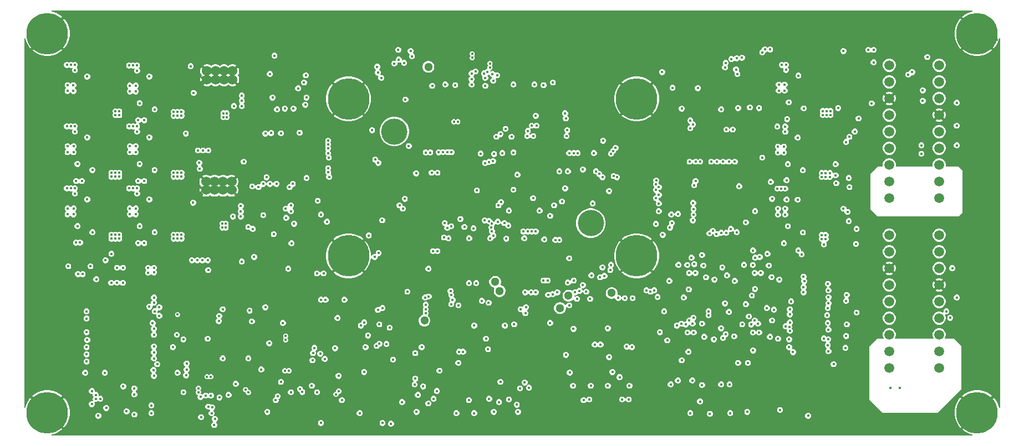
<source format=gbr>
G04*
G04 #@! TF.GenerationSoftware,Altium Limited,Altium Designer,24.9.1 (31)*
G04*
G04 Layer_Physical_Order=2*
G04 Layer_Color=12811406*
%FSLAX44Y44*%
%MOMM*%
G71*
G04*
G04 #@! TF.SameCoordinates,11843470-2C0B-4DC8-9AB9-1888B6BF92CD*
G04*
G04*
G04 #@! TF.FilePolarity,Positive*
G04*
G01*
G75*
%ADD131C,1.3000*%
%ADD133C,1.5000*%
%ADD134C,1.5240*%
%ADD136C,4.0000*%
%ADD152C,6.3500*%
%ADD153C,0.4000*%
G36*
X1453147Y653632D02*
X1451970Y653446D01*
X1446837Y651778D01*
X1442028Y649327D01*
X1437661Y646155D01*
X1437167Y645661D01*
X1439227Y643602D01*
X1436398Y640773D01*
X1434339Y642832D01*
X1433845Y642338D01*
X1430672Y637972D01*
X1428222Y633163D01*
X1426554Y628030D01*
X1425710Y622699D01*
Y617301D01*
X1426554Y611970D01*
X1428222Y606837D01*
X1430672Y602028D01*
X1433845Y597662D01*
X1434339Y597168D01*
X1436398Y599227D01*
X1439227Y596399D01*
X1437167Y594339D01*
X1437661Y593845D01*
X1442028Y590673D01*
X1446837Y588222D01*
X1451970Y586554D01*
X1457301Y585710D01*
X1462699D01*
X1468029Y586554D01*
X1473163Y588222D01*
X1477972Y590673D01*
X1482338Y593845D01*
X1482832Y594339D01*
X1480773Y596399D01*
X1483601Y599227D01*
X1485661Y597168D01*
X1486155Y597662D01*
X1489327Y602028D01*
X1491778Y606837D01*
X1493445Y611970D01*
X1493632Y613147D01*
X1494902Y613047D01*
X1494902Y46950D01*
X1493632Y46850D01*
X1493445Y48030D01*
X1491778Y53163D01*
X1489327Y57972D01*
X1486155Y62339D01*
X1485661Y62833D01*
X1483601Y60773D01*
X1480773Y63602D01*
X1482832Y65661D01*
X1482338Y66155D01*
X1477972Y69328D01*
X1473163Y71778D01*
X1468029Y73446D01*
X1462699Y74290D01*
X1457301D01*
X1451970Y73446D01*
X1446837Y71778D01*
X1442028Y69328D01*
X1437661Y66155D01*
X1437167Y65661D01*
X1439227Y63602D01*
X1436398Y60773D01*
X1434339Y62833D01*
X1433845Y62339D01*
X1430672Y57972D01*
X1428222Y53163D01*
X1426554Y48030D01*
X1425710Y42699D01*
Y37302D01*
X1426554Y31971D01*
X1428222Y26837D01*
X1430672Y22028D01*
X1433845Y17662D01*
X1434339Y17168D01*
X1436398Y19227D01*
X1439227Y16399D01*
X1437167Y14339D01*
X1437661Y13845D01*
X1442028Y10673D01*
X1446837Y8222D01*
X1451970Y6555D01*
X1453150Y6368D01*
X1453050Y5098D01*
X46950D01*
X46850Y6368D01*
X48029Y6555D01*
X53163Y8222D01*
X57972Y10673D01*
X62338Y13845D01*
X62832Y14339D01*
X60773Y16399D01*
X63601Y19227D01*
X65661Y17168D01*
X66155Y17662D01*
X69327Y22028D01*
X71778Y26837D01*
X73446Y31971D01*
X74290Y37302D01*
Y42699D01*
X73446Y48030D01*
X71778Y53163D01*
X69327Y57972D01*
X66155Y62339D01*
X65661Y62833D01*
X63601Y60773D01*
X60773Y63602D01*
X62832Y65661D01*
X62338Y66155D01*
X57972Y69328D01*
X53163Y71778D01*
X48029Y73446D01*
X42698Y74290D01*
X37301D01*
X31970Y73446D01*
X26837Y71778D01*
X22028Y69328D01*
X17661Y66155D01*
X17167Y65661D01*
X19227Y63602D01*
X16398Y60773D01*
X14339Y62833D01*
X13845Y62339D01*
X10672Y57972D01*
X8222Y53163D01*
X6554Y48030D01*
X6368Y46854D01*
X5098Y46954D01*
Y613047D01*
X6368Y613147D01*
X6554Y611970D01*
X8222Y606837D01*
X10672Y602028D01*
X13845Y597662D01*
X14339Y597168D01*
X16398Y599227D01*
X19227Y596399D01*
X17167Y594339D01*
X17661Y593845D01*
X22028Y590673D01*
X26837Y588222D01*
X31970Y586554D01*
X37301Y585710D01*
X42698D01*
X48029Y586554D01*
X53163Y588222D01*
X57972Y590673D01*
X62338Y593845D01*
X62832Y594339D01*
X60773Y596399D01*
X63601Y599227D01*
X65661Y597168D01*
X66155Y597662D01*
X69327Y602028D01*
X71778Y606837D01*
X73446Y611970D01*
X74290Y617301D01*
Y622699D01*
X73446Y628030D01*
X71778Y633163D01*
X69327Y637972D01*
X66155Y642338D01*
X65661Y642832D01*
X63601Y640773D01*
X60773Y643602D01*
X62832Y645661D01*
X62338Y646155D01*
X57972Y649327D01*
X53163Y651778D01*
X48029Y653446D01*
X46853Y653632D01*
X46953Y654902D01*
X1453047D01*
X1453147Y653632D01*
D02*
G37*
%LPC*%
G36*
X1144895Y600000D02*
X1143105D01*
X1141451Y599315D01*
X1140830Y598694D01*
X1140000Y598167D01*
X1139170Y598694D01*
X1138549Y599315D01*
X1136895Y600000D01*
X1135105D01*
X1133451Y599315D01*
X1132185Y598049D01*
X1131500Y596395D01*
Y595500D01*
X1131105D01*
X1129451Y594815D01*
X1128185Y593549D01*
X1127500Y591895D01*
Y590105D01*
X1128185Y588451D01*
X1129451Y587185D01*
X1131105Y586500D01*
X1132895D01*
X1134549Y587185D01*
X1135815Y588451D01*
X1136500Y590105D01*
Y591000D01*
X1136895D01*
X1138549Y591685D01*
X1139170Y592306D01*
X1140000Y592833D01*
X1140830Y592306D01*
X1141451Y591685D01*
X1143105Y591000D01*
X1144895D01*
X1146549Y591685D01*
X1147815Y592951D01*
X1148500Y594605D01*
Y596395D01*
X1147815Y598049D01*
X1146549Y599315D01*
X1144895Y600000D01*
D02*
G37*
G36*
X1302895Y599500D02*
X1301105D01*
X1299451Y598815D01*
X1298830Y598194D01*
X1298000Y597667D01*
X1297170Y598194D01*
X1296549Y598815D01*
X1294895Y599500D01*
X1293105D01*
X1291451Y598815D01*
X1290185Y597549D01*
X1289500Y595895D01*
Y594105D01*
X1290185Y592451D01*
X1291451Y591185D01*
X1293105Y590500D01*
X1294895D01*
X1296549Y591185D01*
X1297170Y591806D01*
X1298000Y592333D01*
X1298830Y591806D01*
X1299451Y591185D01*
X1301105Y590500D01*
X1302895D01*
X1304549Y591185D01*
X1305815Y592451D01*
X1306500Y594105D01*
Y595895D01*
X1305815Y597549D01*
X1304549Y598815D01*
X1302895Y599500D01*
D02*
G37*
G36*
X576895D02*
X575105D01*
X573451Y598815D01*
X572185Y597549D01*
X571500Y595895D01*
Y594105D01*
X572185Y592451D01*
X573451Y591185D01*
X575105Y590500D01*
X576895D01*
X578549Y591185D01*
X579815Y592451D01*
X580500Y594105D01*
Y595895D01*
X579815Y597549D01*
X578549Y598815D01*
X576895Y599500D01*
D02*
G37*
G36*
X1256895Y597500D02*
X1255105D01*
X1253451Y596815D01*
X1252185Y595549D01*
X1251500Y593895D01*
Y592105D01*
X1252185Y590451D01*
X1253451Y589185D01*
X1255105Y588500D01*
X1256895D01*
X1258549Y589185D01*
X1259815Y590451D01*
X1260500Y592105D01*
Y593895D01*
X1259815Y595549D01*
X1258549Y596815D01*
X1256895Y597500D01*
D02*
G37*
G36*
X1101895Y587500D02*
X1100105D01*
X1098451Y586815D01*
X1097185Y585549D01*
X1096042Y585322D01*
X1095549Y585815D01*
X1093895Y586500D01*
X1092105D01*
X1090451Y585815D01*
X1089185Y584549D01*
X1088042Y584322D01*
X1087549Y584815D01*
X1085895Y585500D01*
X1084105D01*
X1082451Y584815D01*
X1081185Y583549D01*
X1080500Y581895D01*
Y580105D01*
X1081185Y578451D01*
X1082451Y577185D01*
X1084105Y576500D01*
X1085895D01*
X1087549Y577185D01*
X1088815Y578451D01*
X1089958Y578678D01*
X1090451Y578185D01*
X1092105Y577500D01*
X1093895D01*
X1095549Y578185D01*
X1096815Y579451D01*
X1097958Y579678D01*
X1098451Y579185D01*
X1100105Y578500D01*
X1101895D01*
X1103549Y579185D01*
X1104815Y580451D01*
X1105500Y582105D01*
Y583895D01*
X1104815Y585549D01*
X1103549Y586815D01*
X1101895Y587500D01*
D02*
G37*
G36*
X387895Y590500D02*
X386105D01*
X384451Y589815D01*
X383185Y588549D01*
X382500Y586895D01*
Y585105D01*
X383185Y583451D01*
X384451Y582185D01*
X386105Y581500D01*
X387895D01*
X389549Y582185D01*
X390815Y583451D01*
X391500Y585105D01*
Y586895D01*
X390815Y588549D01*
X389549Y589815D01*
X387895Y590500D01*
D02*
G37*
G36*
X595895Y597500D02*
X594105D01*
X592451Y596815D01*
X591185Y595549D01*
X590500Y593895D01*
Y592105D01*
X591185Y590451D01*
X592451Y589185D01*
X592857Y589017D01*
X593185Y587549D01*
X592500Y585895D01*
Y584105D01*
X593185Y582451D01*
X594451Y581185D01*
X596105Y580500D01*
X597895D01*
X599549Y581185D01*
X600815Y582451D01*
X601500Y584105D01*
Y585895D01*
X600815Y587549D01*
X599549Y588815D01*
X599143Y588983D01*
X598815Y590451D01*
X599500Y592105D01*
Y593895D01*
X598815Y595549D01*
X597549Y596815D01*
X595895Y597500D01*
D02*
G37*
G36*
X1384895Y588500D02*
X1383105D01*
X1381451Y587815D01*
X1380185Y586549D01*
X1379500Y584895D01*
Y583105D01*
X1380185Y581451D01*
X1381451Y580185D01*
X1383105Y579500D01*
X1384895D01*
X1386549Y580185D01*
X1387815Y581451D01*
X1388500Y583105D01*
Y584895D01*
X1387815Y586549D01*
X1386549Y587815D01*
X1384895Y588500D01*
D02*
G37*
G36*
X689776Y592900D02*
X688224D01*
X686791Y592307D01*
X685694Y591209D01*
X685100Y589776D01*
Y588224D01*
X685694Y586791D01*
X686485Y586000D01*
X685694Y585209D01*
X685100Y583776D01*
Y582225D01*
X685694Y580791D01*
X686791Y579694D01*
X688224Y579100D01*
X689776D01*
X691209Y579694D01*
X692306Y580791D01*
X692900Y582225D01*
Y583776D01*
X692306Y585209D01*
X691515Y586000D01*
X692306Y586791D01*
X692900Y588224D01*
Y589776D01*
X692306Y591209D01*
X691209Y592307D01*
X689776Y592900D01*
D02*
G37*
G36*
X577895Y584500D02*
X576105D01*
X574451Y583815D01*
X573185Y582549D01*
X572500Y580895D01*
Y579210D01*
X572140Y578807D01*
X571475Y578260D01*
X570895Y578500D01*
X569105D01*
X567451Y577815D01*
X566185Y576549D01*
X565500Y574895D01*
Y573105D01*
X566185Y571451D01*
X567451Y570185D01*
X569105Y569500D01*
X570895D01*
X572549Y570185D01*
X573815Y571451D01*
X574500Y573105D01*
Y574790D01*
X574860Y575192D01*
X575524Y575740D01*
X576105Y575500D01*
X577895D01*
X579309Y576086D01*
X580138Y575662D01*
X580500Y575340D01*
Y574105D01*
X581185Y572451D01*
X582451Y571185D01*
X584105Y570500D01*
X585895D01*
X587549Y571185D01*
X588815Y572451D01*
X589500Y574105D01*
Y575895D01*
X588815Y577549D01*
X587549Y578815D01*
X585895Y579500D01*
X584105D01*
X582691Y578914D01*
X581862Y579338D01*
X581500Y579660D01*
Y580895D01*
X580815Y582549D01*
X579549Y583815D01*
X577895Y584500D01*
D02*
G37*
G36*
X1168895Y576500D02*
X1167105D01*
X1165451Y575815D01*
X1165000Y575364D01*
X1164549Y575815D01*
X1162895Y576500D01*
X1161105D01*
X1159451Y575815D01*
X1158185Y574549D01*
X1157500Y572895D01*
Y571105D01*
X1158185Y569451D01*
X1159451Y568185D01*
X1161105Y567500D01*
X1162895D01*
X1163603Y567793D01*
X1164080Y567364D01*
X1164449Y566769D01*
X1163843Y565307D01*
Y563517D01*
X1164528Y561863D01*
X1165794Y560597D01*
X1167448Y559912D01*
X1169238D01*
X1170892Y560597D01*
X1172158Y561863D01*
X1172843Y563517D01*
Y565307D01*
X1172158Y566961D01*
X1170892Y568227D01*
X1170842Y568478D01*
X1171815Y569451D01*
X1172500Y571105D01*
Y572895D01*
X1171815Y574549D01*
X1170549Y575815D01*
X1168895Y576500D01*
D02*
G37*
G36*
X82906Y576500D02*
X81116D01*
X79462Y575815D01*
X79011Y575364D01*
X78560Y575815D01*
X76906Y576500D01*
X75115D01*
X73462Y575815D01*
X73011Y575364D01*
X72560Y575815D01*
X70906Y576500D01*
X69116D01*
X67462Y575815D01*
X66196Y574549D01*
X65511Y572895D01*
Y571105D01*
X66196Y569451D01*
X67462Y568185D01*
X69116Y567500D01*
X70906D01*
X72560Y568185D01*
X73011Y568636D01*
X73462Y568185D01*
X75115Y567500D01*
X76906D01*
X77943Y567929D01*
X78662Y566852D01*
X78358Y566549D01*
X77673Y564895D01*
Y563105D01*
X78358Y561451D01*
X79624Y560185D01*
X81278Y559500D01*
X83068D01*
X84722Y560185D01*
X85988Y561451D01*
X86673Y563105D01*
Y564895D01*
X85988Y566549D01*
X85286Y567251D01*
X84772Y567912D01*
X85286Y568911D01*
X85826Y569451D01*
X86511Y571105D01*
Y572895D01*
X85826Y574549D01*
X84560Y575815D01*
X82906Y576500D01*
D02*
G37*
G36*
X177906Y575499D02*
X176116D01*
X174462Y574814D01*
X174011Y574363D01*
X173560Y574814D01*
X171906Y575499D01*
X170116D01*
X168462Y574814D01*
X168011Y574363D01*
X167560Y574814D01*
X165906Y575499D01*
X164116D01*
X162462Y574814D01*
X161196Y573549D01*
X160511Y571894D01*
Y570104D01*
X161196Y568450D01*
X162462Y567184D01*
X164116Y566499D01*
X165906D01*
X167560Y567184D01*
X168011Y567635D01*
X168462Y567184D01*
X170116Y566499D01*
X171906D01*
X172943Y566929D01*
X173662Y565852D01*
X173358Y565549D01*
X172673Y563895D01*
Y562104D01*
X173358Y560450D01*
X174624Y559184D01*
X176278Y558499D01*
X178068D01*
X179722Y559184D01*
X180988Y560450D01*
X181673Y562104D01*
Y563895D01*
X180988Y565549D01*
X180286Y566251D01*
X179772Y566911D01*
X180286Y567910D01*
X180826Y568450D01*
X181511Y570104D01*
Y571894D01*
X180826Y573549D01*
X179560Y574814D01*
X177906Y575499D01*
D02*
G37*
G36*
X1302895Y580500D02*
X1301105D01*
X1299451Y579815D01*
X1298185Y578549D01*
X1297500Y576895D01*
Y575105D01*
X1298185Y573451D01*
X1299451Y572185D01*
X1301105Y571500D01*
X1302895D01*
X1304549Y572185D01*
X1305815Y573451D01*
X1306500Y575105D01*
Y576895D01*
X1305815Y578549D01*
X1304549Y579815D01*
X1302895Y580500D01*
D02*
G37*
G36*
X324338Y572660D02*
X321662D01*
X319078Y571968D01*
X316762Y570630D01*
X316500Y570368D01*
X316238Y570630D01*
X313922Y571968D01*
X311338Y572660D01*
X308662D01*
X306078Y571968D01*
X303762Y570630D01*
X303500Y570368D01*
X303238Y570630D01*
X300922Y571968D01*
X298338Y572660D01*
X295662D01*
X293078Y571968D01*
X290762Y570630D01*
X290500Y570368D01*
X290238Y570630D01*
X287922Y571968D01*
X285338Y572660D01*
X282662D01*
X280078Y571968D01*
X278356Y570973D01*
X280434Y568895D01*
X277605Y566066D01*
X275527Y568144D01*
X274532Y566422D01*
X273840Y563838D01*
Y561162D01*
X274532Y558578D01*
X275870Y556262D01*
X276132Y556000D01*
X275870Y555738D01*
X274532Y553422D01*
X273840Y550838D01*
Y548162D01*
X274532Y545578D01*
X275527Y543856D01*
X277605Y545934D01*
X280434Y543105D01*
X278356Y541027D01*
X280078Y540032D01*
X282662Y539340D01*
X285338D01*
X287922Y540032D01*
X290238Y541370D01*
X290500Y541632D01*
X290762Y541370D01*
X293078Y540032D01*
X295662Y539340D01*
X298338D01*
X300922Y540032D01*
X303238Y541370D01*
X303500Y541632D01*
X303762Y541370D01*
X306078Y540032D01*
X308662Y539340D01*
X311338D01*
X313922Y540032D01*
X316238Y541370D01*
X316500Y541632D01*
X316762Y541370D01*
X319078Y540032D01*
X321662Y539340D01*
X324338D01*
X326922Y540032D01*
X328644Y541027D01*
X326566Y543105D01*
X329395Y545934D01*
X331473Y543856D01*
X332468Y545578D01*
X333160Y548162D01*
Y550838D01*
X332468Y553422D01*
X331130Y555738D01*
X330868Y556000D01*
X331130Y556262D01*
X332468Y558578D01*
X333160Y561162D01*
Y563838D01*
X332468Y566422D01*
X331473Y568144D01*
X329395Y566066D01*
X326566Y568895D01*
X328644Y570973D01*
X326922Y571968D01*
X324338Y572660D01*
D02*
G37*
G36*
X259895Y574500D02*
X258105D01*
X256451Y573815D01*
X255185Y572549D01*
X254500Y570895D01*
Y569105D01*
X255185Y567451D01*
X256451Y566185D01*
X258105Y565500D01*
X259895D01*
X261549Y566185D01*
X262815Y567451D01*
X263500Y569105D01*
Y570895D01*
X262815Y572549D01*
X261549Y573815D01*
X259895Y574500D01*
D02*
G37*
G36*
X1076895Y579500D02*
X1075105D01*
X1073451Y578815D01*
X1072185Y577549D01*
X1071500Y575895D01*
Y574105D01*
X1072185Y572451D01*
X1072187Y572449D01*
X1072451Y571815D01*
X1071185Y570549D01*
X1070500Y568895D01*
Y567105D01*
X1071185Y565451D01*
X1072451Y564185D01*
X1074105Y563500D01*
X1075895D01*
X1077549Y564185D01*
X1078815Y565451D01*
X1079500Y567105D01*
Y568895D01*
X1078815Y570549D01*
X1078813Y570551D01*
X1078549Y571185D01*
X1079815Y572451D01*
X1080500Y574105D01*
Y575895D01*
X1079815Y577549D01*
X1078549Y578815D01*
X1076895Y579500D01*
D02*
G37*
G36*
X716776Y577900D02*
X715224D01*
X713791Y577306D01*
X712694Y576209D01*
X712100Y574776D01*
Y573224D01*
X712694Y571791D01*
X713485Y571000D01*
X712694Y570209D01*
X712100Y568776D01*
Y567224D01*
X712288Y566770D01*
X711440Y565500D01*
X711105D01*
X709451Y564815D01*
X708185Y563549D01*
X708125Y563405D01*
X707895Y563500D01*
X706105D01*
X704451Y562815D01*
X703185Y561549D01*
X702500Y559895D01*
Y558105D01*
X703185Y556451D01*
X704451Y555185D01*
X704817Y553659D01*
X704500Y552895D01*
Y551105D01*
X705185Y549451D01*
X706451Y548185D01*
X708105Y547500D01*
X709895D01*
X711549Y548185D01*
X712815Y549451D01*
X713500Y551105D01*
Y552895D01*
X712815Y554549D01*
X712134Y555230D01*
X712660Y556500D01*
X712895D01*
X714248Y557061D01*
X714751Y557078D01*
X715724Y556564D01*
X716185Y555451D01*
X717451Y554185D01*
X719105Y553500D01*
X719201D01*
X719453Y552230D01*
X718451Y551815D01*
X717185Y550549D01*
X716500Y548895D01*
Y547105D01*
X717185Y545451D01*
X718451Y544185D01*
X720105Y543500D01*
X721895D01*
X723549Y544185D01*
X724815Y545451D01*
X725500Y547105D01*
Y548895D01*
X724815Y550549D01*
X724626Y550738D01*
X725345Y551815D01*
X726105Y551500D01*
X727895D01*
X729549Y552185D01*
X730815Y553451D01*
X731500Y555105D01*
Y556895D01*
X730815Y558549D01*
X729549Y559815D01*
X727895Y560500D01*
X726105D01*
X725341Y560184D01*
X723815Y560549D01*
X722549Y561815D01*
X720895Y562500D01*
X719105D01*
X717752Y561939D01*
X717249Y561922D01*
X716276Y562436D01*
X716113Y562830D01*
X716768Y564086D01*
X716845Y564129D01*
X718209Y564694D01*
X719306Y565791D01*
X719900Y567224D01*
Y568776D01*
X719306Y570209D01*
X718515Y571000D01*
X719306Y571791D01*
X719900Y573224D01*
Y574776D01*
X719306Y576209D01*
X718209Y577306D01*
X716776Y577900D01*
D02*
G37*
G36*
X694895Y566500D02*
X693105D01*
X691451Y565815D01*
X690185Y564549D01*
X689625Y563198D01*
X688895Y563500D01*
X687105D01*
X685451Y562815D01*
X684185Y561549D01*
X683500Y559895D01*
Y558105D01*
X684185Y556451D01*
X685451Y555185D01*
X685451Y553815D01*
X684185Y552549D01*
X683500Y550895D01*
Y549105D01*
X684185Y547451D01*
X684807Y546830D01*
X685334Y546000D01*
X684807Y545171D01*
X684185Y544549D01*
X683500Y542895D01*
Y541105D01*
X684185Y539451D01*
X685451Y538185D01*
X687105Y537500D01*
X688895D01*
X690549Y538185D01*
X691815Y539451D01*
X692500Y541105D01*
Y542895D01*
X691815Y544549D01*
X691194Y545171D01*
X690667Y546000D01*
X691194Y546830D01*
X691815Y547451D01*
X692500Y549105D01*
Y550895D01*
X691815Y552549D01*
X690549Y553815D01*
X690549Y555185D01*
X691815Y556451D01*
X692375Y557803D01*
X693105Y557500D01*
X694895D01*
X696549Y558185D01*
X697815Y559451D01*
X698500Y561105D01*
Y562895D01*
X697815Y564549D01*
X696549Y565815D01*
X694895Y566500D01*
D02*
G37*
G36*
X1403416Y581600D02*
X1400784D01*
X1398240Y580919D01*
X1395960Y579602D01*
X1394098Y577740D01*
X1392782Y575460D01*
X1392100Y572916D01*
Y570284D01*
X1392782Y567740D01*
X1394098Y565460D01*
X1395960Y563598D01*
X1398240Y562281D01*
X1400784Y561600D01*
X1403416D01*
X1405960Y562281D01*
X1408240Y563598D01*
X1410102Y565460D01*
X1411418Y567740D01*
X1412100Y570284D01*
Y572916D01*
X1411418Y575460D01*
X1410102Y577740D01*
X1408240Y579602D01*
X1405960Y580919D01*
X1403416Y581600D01*
D02*
G37*
G36*
X1327216D02*
X1324583D01*
X1322040Y580919D01*
X1319760Y579602D01*
X1317898Y577740D01*
X1316582Y575460D01*
X1315900Y572916D01*
Y570284D01*
X1316582Y567740D01*
X1317898Y565460D01*
X1319760Y563598D01*
X1322040Y562281D01*
X1324583Y561600D01*
X1327216D01*
X1329760Y562281D01*
X1332040Y563598D01*
X1333902Y565460D01*
X1335219Y567740D01*
X1335900Y570284D01*
Y572916D01*
X1335219Y575460D01*
X1333902Y577740D01*
X1332040Y579602D01*
X1329760Y580919D01*
X1327216Y581600D01*
D02*
G37*
G36*
X623185Y578000D02*
X620815D01*
X618526Y577387D01*
X616474Y576202D01*
X614798Y574526D01*
X613613Y572474D01*
X613000Y570185D01*
Y567815D01*
X613613Y565526D01*
X614798Y563474D01*
X616474Y561798D01*
X618526Y560613D01*
X620815Y560000D01*
X623185D01*
X625474Y560613D01*
X627526Y561798D01*
X629202Y563474D01*
X630387Y565526D01*
X631000Y567815D01*
Y570185D01*
X630387Y572474D01*
X629202Y574526D01*
X627526Y576202D01*
X625474Y577387D01*
X623185Y578000D01*
D02*
G37*
G36*
X979895Y565500D02*
X978105D01*
X976451Y564815D01*
X975185Y563549D01*
X974500Y561895D01*
Y560105D01*
X975185Y558451D01*
X976451Y557185D01*
X978105Y556500D01*
X979895D01*
X981549Y557185D01*
X982815Y558451D01*
X983500Y560105D01*
Y561895D01*
X982815Y563549D01*
X981549Y564815D01*
X979895Y565500D01*
D02*
G37*
G36*
X1092895Y569500D02*
X1091105D01*
X1089451Y568815D01*
X1088185Y567549D01*
X1087500Y565895D01*
Y564105D01*
X1088185Y562451D01*
X1089451Y561185D01*
X1089816Y559659D01*
X1089500Y558895D01*
Y557105D01*
X1090185Y555451D01*
X1091451Y554185D01*
X1093105Y553500D01*
X1094895D01*
X1096549Y554185D01*
X1097815Y555451D01*
X1098500Y557105D01*
Y558895D01*
X1097815Y560549D01*
X1096549Y561815D01*
X1096184Y563341D01*
X1096500Y564105D01*
Y565895D01*
X1095815Y567549D01*
X1094549Y568815D01*
X1092895Y569500D01*
D02*
G37*
G36*
X380895Y562500D02*
X379105D01*
X377451Y561815D01*
X376185Y560549D01*
X375500Y558895D01*
Y557105D01*
X376185Y555451D01*
X377451Y554185D01*
X379105Y553500D01*
X380895D01*
X382549Y554185D01*
X383815Y555451D01*
X384500Y557105D01*
Y558895D01*
X383815Y560549D01*
X382549Y561815D01*
X380895Y562500D01*
D02*
G37*
G36*
X1361895Y565500D02*
X1360105D01*
X1358451Y564815D01*
X1357185Y563549D01*
X1356758Y562517D01*
X1355895Y561500D01*
X1354105D01*
X1352451Y560815D01*
X1351185Y559549D01*
X1350500Y557895D01*
Y556105D01*
X1351185Y554451D01*
X1352451Y553185D01*
X1354105Y552500D01*
X1355895D01*
X1357549Y553185D01*
X1358815Y554451D01*
X1359242Y555483D01*
X1360105Y556500D01*
X1361895D01*
X1363549Y557185D01*
X1364815Y558451D01*
X1365500Y560105D01*
Y561895D01*
X1364815Y563549D01*
X1363549Y564815D01*
X1361895Y565500D01*
D02*
G37*
G36*
X435895Y560500D02*
X434105D01*
X432451Y559815D01*
X431185Y558549D01*
X430500Y556895D01*
Y555105D01*
X431185Y553451D01*
X432451Y552185D01*
X434105Y551500D01*
X435895D01*
X437549Y552185D01*
X438815Y553451D01*
X439500Y555105D01*
Y556895D01*
X438815Y558549D01*
X437549Y559815D01*
X435895Y560500D01*
D02*
G37*
G36*
X1187996Y559981D02*
X1186206D01*
X1184552Y559296D01*
X1183286Y558030D01*
X1182601Y556376D01*
Y554586D01*
X1183286Y552932D01*
X1184552Y551666D01*
X1186206Y550981D01*
X1187996D01*
X1189650Y551666D01*
X1190916Y552932D01*
X1191601Y554586D01*
Y556376D01*
X1190916Y558030D01*
X1189650Y559296D01*
X1187996Y559981D01*
D02*
G37*
G36*
X196826Y558569D02*
X195036D01*
X193382Y557884D01*
X192116Y556618D01*
X191431Y554964D01*
Y553174D01*
X192116Y551520D01*
X193382Y550254D01*
X195036Y549569D01*
X196826D01*
X198480Y550254D01*
X199746Y551520D01*
X200431Y553174D01*
Y554964D01*
X199746Y556618D01*
X198480Y557884D01*
X196826Y558569D01*
D02*
G37*
G36*
X101895Y558500D02*
X100105D01*
X98451Y557815D01*
X97185Y556549D01*
X96500Y554895D01*
Y553105D01*
X97185Y551451D01*
X98451Y550185D01*
X100105Y549500D01*
X101895D01*
X103549Y550185D01*
X104815Y551451D01*
X105500Y553105D01*
Y554895D01*
X104815Y556549D01*
X103549Y557815D01*
X101895Y558500D01*
D02*
G37*
G36*
X544895Y573500D02*
X543105D01*
X541451Y572815D01*
X540185Y571549D01*
X539500Y569895D01*
Y568105D01*
X540185Y566451D01*
X541451Y565185D01*
X541954Y564977D01*
X542087Y564664D01*
X542155Y563519D01*
X541185Y562549D01*
X540500Y560895D01*
Y559105D01*
X541185Y557451D01*
X542451Y556185D01*
X544105Y555500D01*
X545340D01*
X545662Y555138D01*
X546086Y554309D01*
X545500Y552895D01*
Y551105D01*
X546185Y549451D01*
X547451Y548185D01*
X549105Y547500D01*
X550895D01*
X552549Y548185D01*
X553815Y549451D01*
X554500Y551105D01*
Y552895D01*
X553815Y554549D01*
X552549Y555815D01*
X550895Y556500D01*
X549660D01*
X549338Y556862D01*
X548914Y557691D01*
X549500Y559105D01*
Y560895D01*
X548815Y562549D01*
X547549Y563815D01*
X547046Y564023D01*
X546913Y564336D01*
X546845Y565481D01*
X547815Y566451D01*
X548500Y568105D01*
Y569895D01*
X547815Y571549D01*
X546549Y572815D01*
X544895Y573500D01*
D02*
G37*
G36*
X1167134Y546259D02*
X1165344D01*
X1163690Y545574D01*
X1162424Y544308D01*
X1162374Y544187D01*
X1161104D01*
X1161054Y544308D01*
X1159788Y545574D01*
X1158134Y546259D01*
X1156344D01*
X1154690Y545574D01*
X1153424Y544308D01*
X1152739Y542654D01*
Y540864D01*
X1153424Y539210D01*
X1154690Y537944D01*
X1154690Y536574D01*
X1153424Y535308D01*
X1152739Y533654D01*
Y531864D01*
X1153424Y530210D01*
X1154690Y528944D01*
X1156344Y528259D01*
X1158134D01*
X1159788Y528944D01*
X1161054Y530210D01*
X1161104Y530331D01*
X1162374D01*
X1162424Y530210D01*
X1163690Y528944D01*
X1165344Y528259D01*
X1167134D01*
X1168788Y528944D01*
X1170054Y530210D01*
X1170739Y531864D01*
Y533654D01*
X1170054Y535308D01*
X1168788Y536574D01*
X1168788Y537944D01*
X1170054Y539210D01*
X1170739Y540864D01*
Y542654D01*
X1170054Y544308D01*
X1168788Y545574D01*
X1167134Y546259D01*
D02*
G37*
G36*
X80895Y545500D02*
X79105D01*
X77451Y544815D01*
X76185Y543549D01*
X76135Y543428D01*
X74865D01*
X74815Y543549D01*
X73549Y544815D01*
X71895Y545500D01*
X70105D01*
X68451Y544815D01*
X67185Y543549D01*
X66500Y541895D01*
Y540105D01*
X67185Y538451D01*
X68451Y537185D01*
X68451Y535815D01*
X67185Y534549D01*
X66500Y532895D01*
Y531105D01*
X67185Y529451D01*
X68451Y528185D01*
X70105Y527500D01*
X71895D01*
X73549Y528185D01*
X74815Y529451D01*
X74865Y529572D01*
X76135D01*
X76185Y529451D01*
X77451Y528185D01*
X79105Y527500D01*
X80895D01*
X82549Y528185D01*
X83815Y529451D01*
X84500Y531105D01*
Y532895D01*
X83815Y534549D01*
X82549Y535815D01*
X82549Y537185D01*
X83815Y538451D01*
X84500Y540105D01*
Y541895D01*
X83815Y543549D01*
X82549Y544815D01*
X80895Y545500D01*
D02*
G37*
G36*
X175964Y544847D02*
X174174D01*
X172520Y544162D01*
X171254Y542896D01*
X171204Y542775D01*
X169934D01*
X169884Y542896D01*
X168618Y544162D01*
X166964Y544847D01*
X165174D01*
X163520Y544162D01*
X162254Y542896D01*
X161569Y541242D01*
Y539452D01*
X162254Y537798D01*
X163520Y536532D01*
X163520Y535162D01*
X162254Y533896D01*
X161569Y532242D01*
Y530452D01*
X162254Y528798D01*
X163520Y527532D01*
X165174Y526847D01*
X166964D01*
X168618Y527532D01*
X169884Y528798D01*
X169934Y528919D01*
X171204D01*
X171254Y528798D01*
X172520Y527532D01*
X174174Y526847D01*
X175964D01*
X177618Y527532D01*
X178884Y528798D01*
X179569Y530452D01*
Y532242D01*
X178884Y533896D01*
X177618Y535162D01*
X177618Y536532D01*
X178884Y537798D01*
X179569Y539452D01*
Y541242D01*
X178884Y542896D01*
X177618Y544162D01*
X175964Y544847D01*
D02*
G37*
G36*
X942699Y554290D02*
X937301D01*
X931970Y553445D01*
X926837Y551778D01*
X922028Y549327D01*
X917662Y546155D01*
X917168Y545661D01*
X919227Y543601D01*
X916398Y540773D01*
X914339Y542832D01*
X913845Y542338D01*
X910673Y537972D01*
X908222Y533163D01*
X906554Y528029D01*
X905710Y522698D01*
Y517301D01*
X906554Y511970D01*
X908222Y506837D01*
X910673Y502028D01*
X913845Y497661D01*
X914339Y497167D01*
X916398Y499227D01*
X919227Y496398D01*
X917168Y494339D01*
X917662Y493845D01*
X922028Y490672D01*
X926837Y488222D01*
X931970Y486554D01*
X937301Y485710D01*
X942699D01*
X948030Y486554D01*
X953163Y488222D01*
X957972Y490672D01*
X962338Y493845D01*
X962832Y494339D01*
X960773Y496398D01*
X963602Y499227D01*
X965661Y497167D01*
X966155Y497661D01*
X969327Y502028D01*
X971778Y506837D01*
X973446Y511970D01*
X974290Y517301D01*
Y522698D01*
X973446Y528029D01*
X971778Y533163D01*
X969327Y537972D01*
X966155Y542338D01*
X965661Y542832D01*
X963602Y540773D01*
X960773Y543601D01*
X962832Y545661D01*
X962338Y546155D01*
X957972Y549327D01*
X953163Y551778D01*
X948030Y553445D01*
X942699Y554290D01*
D02*
G37*
G36*
X502699D02*
X497301D01*
X491970Y553445D01*
X486837Y551778D01*
X482028Y549327D01*
X477661Y546155D01*
X477167Y545661D01*
X479227Y543601D01*
X476398Y540773D01*
X474339Y542832D01*
X473845Y542338D01*
X470672Y537972D01*
X468222Y533163D01*
X466554Y528029D01*
X465710Y522698D01*
Y517301D01*
X466554Y511970D01*
X468222Y506837D01*
X470672Y502028D01*
X473845Y497661D01*
X474339Y497167D01*
X476398Y499227D01*
X479227Y496398D01*
X477167Y494339D01*
X477661Y493845D01*
X482028Y490672D01*
X486837Y488222D01*
X491970Y486554D01*
X497301Y485710D01*
X502699D01*
X508030Y486554D01*
X513163Y488222D01*
X517972Y490672D01*
X522338Y493845D01*
X522832Y494339D01*
X520773Y496398D01*
X523601Y499227D01*
X525661Y497167D01*
X526155Y497661D01*
X529327Y502028D01*
X531778Y506837D01*
X533446Y511970D01*
X534290Y517301D01*
Y522698D01*
X533446Y528029D01*
X531778Y533163D01*
X529327Y537972D01*
X526155Y542338D01*
X525661Y542832D01*
X523601Y540773D01*
X520773Y543601D01*
X522832Y545661D01*
X522338Y546155D01*
X517972Y549327D01*
X513163Y551778D01*
X508030Y553445D01*
X502699Y554290D01*
D02*
G37*
G36*
X812895Y549500D02*
X811105D01*
X809451Y548815D01*
X808185Y547549D01*
X807500Y545895D01*
Y544105D01*
X808185Y542451D01*
X809451Y541185D01*
X811105Y540500D01*
X812895D01*
X814549Y541185D01*
X815815Y542451D01*
X816500Y544105D01*
Y545895D01*
X815815Y547549D01*
X814549Y548815D01*
X812895Y549500D01*
D02*
G37*
G36*
X432895D02*
X431105D01*
X429451Y548815D01*
X428185Y547549D01*
X427500Y545895D01*
Y544105D01*
X428185Y542451D01*
X429451Y541185D01*
X431105Y540500D01*
X432895D01*
X434549Y541185D01*
X435815Y542451D01*
X436500Y544105D01*
Y545895D01*
X435815Y547549D01*
X434549Y548815D01*
X432895Y549500D01*
D02*
G37*
G36*
X784895Y546500D02*
X783105D01*
X781451Y545815D01*
X780185Y544549D01*
X779500Y542895D01*
Y541105D01*
X780185Y539451D01*
X781451Y538185D01*
X783105Y537500D01*
X784895D01*
X786549Y538185D01*
X787815Y539451D01*
X788500Y541105D01*
Y542895D01*
X787815Y544549D01*
X786549Y545815D01*
X784895Y546500D01*
D02*
G37*
G36*
X752895D02*
X751105D01*
X749451Y545815D01*
X748185Y544549D01*
X747500Y542895D01*
Y541105D01*
X748185Y539451D01*
X749451Y538185D01*
X751105Y537500D01*
X752895D01*
X754549Y538185D01*
X755815Y539451D01*
X756500Y541105D01*
Y542895D01*
X755815Y544549D01*
X754549Y545815D01*
X752895Y546500D01*
D02*
G37*
G36*
X648895D02*
X647105D01*
X645451Y545815D01*
X644185Y544549D01*
X643500Y542895D01*
Y541105D01*
X644185Y539451D01*
X645451Y538185D01*
X647105Y537500D01*
X648895D01*
X650549Y538185D01*
X651815Y539451D01*
X652500Y541105D01*
Y542895D01*
X651815Y544549D01*
X650549Y545815D01*
X648895Y546500D01*
D02*
G37*
G36*
X663895Y545500D02*
X662105D01*
X660451Y544815D01*
X659185Y543549D01*
X658500Y541895D01*
Y540105D01*
X659185Y538451D01*
X660451Y537185D01*
X662105Y536500D01*
X663895D01*
X665549Y537185D01*
X666815Y538451D01*
X667500Y540105D01*
Y541895D01*
X666815Y543549D01*
X665549Y544815D01*
X663895Y545500D01*
D02*
G37*
G36*
X798895Y545500D02*
X797105D01*
X795451Y544815D01*
X794185Y543549D01*
X793500Y541895D01*
Y540105D01*
X794185Y538451D01*
X795451Y537185D01*
X797105Y536500D01*
X798895D01*
X800549Y537185D01*
X801815Y538451D01*
X802500Y540105D01*
Y541895D01*
X801815Y543549D01*
X800549Y544815D01*
X798895Y545500D01*
D02*
G37*
G36*
X1403416Y556200D02*
X1400784D01*
X1398240Y555518D01*
X1395960Y554202D01*
X1394098Y552340D01*
X1392782Y550060D01*
X1392100Y547517D01*
Y544883D01*
X1392782Y542340D01*
X1394098Y540060D01*
X1395960Y538198D01*
X1398240Y536881D01*
X1400784Y536200D01*
X1403416D01*
X1405960Y536881D01*
X1408240Y538198D01*
X1410102Y540060D01*
X1411418Y542340D01*
X1412100Y544883D01*
Y547517D01*
X1411418Y550060D01*
X1410102Y552340D01*
X1408240Y554202D01*
X1405960Y555518D01*
X1403416Y556200D01*
D02*
G37*
G36*
X1327216D02*
X1324583D01*
X1322040Y555518D01*
X1319760Y554202D01*
X1317898Y552340D01*
X1316582Y550060D01*
X1315900Y547517D01*
Y544883D01*
X1316582Y542340D01*
X1317898Y540060D01*
X1319760Y538198D01*
X1322040Y536881D01*
X1324583Y536200D01*
X1327216D01*
X1329760Y536881D01*
X1332040Y538198D01*
X1333902Y540060D01*
X1335219Y542340D01*
X1335900Y544883D01*
Y547517D01*
X1335219Y550060D01*
X1333902Y552340D01*
X1332040Y554202D01*
X1329760Y555518D01*
X1327216Y556200D01*
D02*
G37*
G36*
X709895Y544500D02*
X708105D01*
X706451Y543815D01*
X705185Y542549D01*
X704500Y540895D01*
Y539105D01*
X705185Y537451D01*
X706451Y536185D01*
X708105Y535500D01*
X709895D01*
X711549Y536185D01*
X712815Y537451D01*
X713500Y539105D01*
Y540895D01*
X712815Y542549D01*
X711549Y543815D01*
X709895Y544500D01*
D02*
G37*
G36*
X628895D02*
X627105D01*
X625451Y543815D01*
X624185Y542549D01*
X623500Y540895D01*
Y539105D01*
X624185Y537451D01*
X625451Y536185D01*
X627105Y535500D01*
X628895D01*
X630549Y536185D01*
X631815Y537451D01*
X632500Y539105D01*
Y540895D01*
X631815Y542549D01*
X630549Y543815D01*
X628895Y544500D01*
D02*
G37*
G36*
X995895Y541500D02*
X994105D01*
X992451Y540815D01*
X991185Y539549D01*
X990500Y537895D01*
Y536105D01*
X991185Y534451D01*
X992451Y533185D01*
X994105Y532500D01*
X995895D01*
X997549Y533185D01*
X998815Y534451D01*
X999500Y536105D01*
Y537895D01*
X998815Y539549D01*
X997549Y540815D01*
X995895Y541500D01*
D02*
G37*
G36*
X1034528Y540800D02*
X1032737D01*
X1031083Y540115D01*
X1029818Y538849D01*
X1029133Y537195D01*
Y535405D01*
X1029818Y533751D01*
X1031083Y532485D01*
X1032737Y531800D01*
X1034528D01*
X1036181Y532485D01*
X1037447Y533751D01*
X1038132Y535405D01*
Y537195D01*
X1037447Y538849D01*
X1036181Y540115D01*
X1034528Y540800D01*
D02*
G37*
G36*
X423895Y540500D02*
X422105D01*
X420451Y539815D01*
X419185Y538549D01*
X418500Y536895D01*
Y535105D01*
X419185Y533451D01*
X420451Y532185D01*
X422105Y531500D01*
X423895D01*
X425549Y532185D01*
X426815Y533451D01*
X427500Y535105D01*
Y536895D01*
X426815Y538549D01*
X425549Y539815D01*
X423895Y540500D01*
D02*
G37*
G36*
X1377895Y537500D02*
X1376105D01*
X1374451Y536815D01*
X1373185Y535549D01*
X1372500Y533895D01*
Y532105D01*
X1373185Y530451D01*
X1374451Y529185D01*
X1376105Y528500D01*
X1377895D01*
X1379549Y529185D01*
X1380815Y530451D01*
X1381500Y532105D01*
Y533895D01*
X1380815Y535549D01*
X1379549Y536815D01*
X1377895Y537500D01*
D02*
G37*
G36*
X264620Y533589D02*
X262829D01*
X261176Y532904D01*
X259910Y531638D01*
X259225Y529984D01*
Y528194D01*
X259910Y526539D01*
X261176Y525274D01*
X262829Y524589D01*
X264620D01*
X266274Y525274D01*
X267540Y526539D01*
X268225Y528194D01*
Y529984D01*
X267540Y531638D01*
X266274Y532904D01*
X264620Y533589D01*
D02*
G37*
G36*
X1327222Y530840D02*
X1324578D01*
X1322025Y530156D01*
X1320343Y529185D01*
X1322422Y527107D01*
X1319593Y524278D01*
X1317515Y526357D01*
X1316544Y524675D01*
X1315860Y522122D01*
Y519478D01*
X1316544Y516925D01*
X1317515Y515243D01*
X1319593Y517322D01*
X1322422Y514493D01*
X1320343Y512415D01*
X1322025Y511444D01*
X1324578Y510760D01*
X1327222D01*
X1329775Y511444D01*
X1331457Y512415D01*
X1329378Y514493D01*
X1332207Y517322D01*
X1334285Y515243D01*
X1335256Y516925D01*
X1335940Y519478D01*
Y522122D01*
X1335256Y524675D01*
X1334285Y526357D01*
X1332207Y524278D01*
X1329378Y527107D01*
X1331457Y529185D01*
X1329775Y530156D01*
X1327222Y530840D01*
D02*
G37*
G36*
X436895Y526500D02*
X435105D01*
X433451Y525815D01*
X432185Y524549D01*
X431500Y522895D01*
Y521105D01*
X432185Y519451D01*
X433451Y518185D01*
X435105Y517500D01*
X436895D01*
X438549Y518185D01*
X439815Y519451D01*
X440500Y521105D01*
Y522895D01*
X439815Y524549D01*
X438549Y525815D01*
X436895Y526500D01*
D02*
G37*
G36*
X384895D02*
X383105D01*
X381451Y525815D01*
X380185Y524549D01*
X379500Y522895D01*
Y521105D01*
X380185Y519451D01*
X381451Y518185D01*
X383105Y517500D01*
X384895D01*
X386549Y518185D01*
X387815Y519451D01*
X388500Y521105D01*
Y522895D01*
X387815Y524549D01*
X386549Y525815D01*
X384895Y526500D01*
D02*
G37*
G36*
X587895Y523500D02*
X586105D01*
X584451Y522815D01*
X583185Y521549D01*
X582500Y519895D01*
Y518105D01*
X583185Y516451D01*
X584451Y515185D01*
X586105Y514500D01*
X587895D01*
X589549Y515185D01*
X590815Y516451D01*
X591500Y518105D01*
Y519895D01*
X590815Y521549D01*
X589549Y522815D01*
X587895Y523500D01*
D02*
G37*
G36*
X1377895Y521500D02*
X1376105D01*
X1374451Y520815D01*
X1373185Y519549D01*
X1372500Y517895D01*
Y516105D01*
X1373185Y514451D01*
X1374451Y513185D01*
X1376105Y512500D01*
X1377895D01*
X1379549Y513185D01*
X1380815Y514451D01*
X1381500Y516105D01*
Y517895D01*
X1380815Y519549D01*
X1379549Y520815D01*
X1377895Y521500D01*
D02*
G37*
G36*
X1403416Y530800D02*
X1400784D01*
X1398240Y530118D01*
X1395960Y528802D01*
X1394098Y526940D01*
X1392782Y524660D01*
X1392100Y522117D01*
Y519483D01*
X1392782Y516940D01*
X1394098Y514660D01*
X1395960Y512798D01*
X1398240Y511482D01*
X1400784Y510800D01*
X1403416D01*
X1405960Y511482D01*
X1408240Y512798D01*
X1410102Y514660D01*
X1411418Y516940D01*
X1412100Y519483D01*
Y522117D01*
X1411418Y524660D01*
X1410102Y526940D01*
X1408240Y528802D01*
X1405960Y530118D01*
X1403416Y530800D01*
D02*
G37*
G36*
X1173134Y519259D02*
X1171344D01*
X1169690Y518574D01*
X1168424Y517308D01*
X1167739Y515654D01*
Y513864D01*
X1168424Y512210D01*
X1169690Y510944D01*
X1171344Y510259D01*
X1173134D01*
X1174788Y510944D01*
X1176054Y512210D01*
X1176739Y513864D01*
Y515654D01*
X1176054Y517308D01*
X1174788Y518574D01*
X1173134Y519259D01*
D02*
G37*
G36*
X1429895Y518500D02*
X1428105D01*
X1426451Y517815D01*
X1425185Y516549D01*
X1424500Y514895D01*
Y513105D01*
X1425185Y511451D01*
X1426451Y510185D01*
X1428105Y509500D01*
X1429895D01*
X1431549Y510185D01*
X1432815Y511451D01*
X1433500Y513105D01*
Y514895D01*
X1432815Y516549D01*
X1431549Y517815D01*
X1429895Y518500D01*
D02*
G37*
G36*
X181964Y517848D02*
X180174D01*
X178520Y517162D01*
X177254Y515897D01*
X176569Y514243D01*
Y512452D01*
X177254Y510798D01*
X178520Y509533D01*
X180174Y508848D01*
X181964D01*
X183618Y509533D01*
X184884Y510798D01*
X185569Y512452D01*
Y514243D01*
X184884Y515897D01*
X183618Y517162D01*
X181964Y517848D01*
D02*
G37*
G36*
X1299895Y517500D02*
X1298105D01*
X1296451Y516815D01*
X1295185Y515549D01*
X1294500Y513895D01*
Y512105D01*
X1295185Y510451D01*
X1296451Y509185D01*
X1298105Y508500D01*
X1299895D01*
X1301549Y509185D01*
X1302815Y510451D01*
X1303500Y512105D01*
Y513895D01*
X1302815Y515549D01*
X1301549Y516815D01*
X1299895Y517500D01*
D02*
G37*
G36*
X434895Y515500D02*
X433105D01*
X431451Y514815D01*
X430185Y513549D01*
X429500Y511895D01*
Y510105D01*
X430185Y508451D01*
X431451Y507185D01*
X433105Y506500D01*
X434895D01*
X436549Y507185D01*
X437815Y508451D01*
X438500Y510105D01*
Y511895D01*
X437815Y513549D01*
X436549Y514815D01*
X434895Y515500D01*
D02*
G37*
G36*
X1237065Y505912D02*
X1235275D01*
X1233621Y505227D01*
X1233170Y504776D01*
X1232719Y505227D01*
X1231065Y505912D01*
X1229275D01*
X1227621Y505227D01*
X1227170Y504776D01*
X1226719Y505227D01*
X1225065Y505912D01*
X1223275D01*
X1221621Y505227D01*
X1220355Y503961D01*
X1219670Y502307D01*
Y500517D01*
X1220355Y498863D01*
X1220806Y498412D01*
X1220355Y497961D01*
X1219670Y496307D01*
Y494516D01*
X1220355Y492863D01*
X1221621Y491597D01*
X1223275Y490912D01*
X1225065D01*
X1226719Y491597D01*
X1227170Y492048D01*
X1227621Y491597D01*
X1229275Y490912D01*
X1231065D01*
X1232719Y491597D01*
X1233170Y492048D01*
X1233621Y491597D01*
X1235275Y490912D01*
X1237065D01*
X1238719Y491597D01*
X1239985Y492863D01*
X1240670Y494516D01*
Y496307D01*
X1239985Y497961D01*
X1239534Y498412D01*
X1239985Y498863D01*
X1240670Y500517D01*
Y502307D01*
X1239985Y503961D01*
X1238719Y505227D01*
X1237065Y505912D01*
D02*
G37*
G36*
X337895Y529500D02*
X336105D01*
X334451Y528815D01*
X333185Y527549D01*
X332500Y525895D01*
Y524105D01*
X333185Y522451D01*
X333807Y521830D01*
X334334Y521000D01*
X333807Y520171D01*
X333185Y519549D01*
X332500Y517895D01*
Y516105D01*
X333185Y514451D01*
X333807Y513830D01*
X334334Y513000D01*
X333807Y512171D01*
X333185Y511549D01*
X332500Y509895D01*
Y508105D01*
X333185Y506451D01*
X334451Y505185D01*
X336105Y504500D01*
X337895D01*
X339549Y505185D01*
X340815Y506451D01*
X341500Y508105D01*
Y509895D01*
X340815Y511549D01*
X340194Y512171D01*
X339667Y513000D01*
X340194Y513830D01*
X340815Y514451D01*
X341500Y516105D01*
Y517895D01*
X340815Y519549D01*
X340194Y520171D01*
X339667Y521000D01*
X340194Y521830D01*
X340815Y522451D01*
X341500Y524105D01*
Y525895D01*
X340815Y527549D01*
X339549Y528815D01*
X337895Y529500D01*
D02*
G37*
G36*
X325895Y513500D02*
X324105D01*
X322451Y512815D01*
X321185Y511549D01*
X320500Y509895D01*
Y508105D01*
X321185Y506451D01*
X322451Y505185D01*
X324105Y504500D01*
X325895D01*
X327549Y505185D01*
X328815Y506451D01*
X329500Y508105D01*
Y509895D01*
X328815Y511549D01*
X327549Y512815D01*
X325895Y513500D01*
D02*
G37*
G36*
X150895Y505500D02*
X149105D01*
X147451Y504815D01*
X147000Y504364D01*
X146549Y504815D01*
X144895Y505500D01*
X143105D01*
X141451Y504815D01*
X140185Y503549D01*
X139500Y501895D01*
Y500105D01*
X140185Y498451D01*
X140636Y498000D01*
X140185Y497549D01*
X139500Y495895D01*
Y494105D01*
X140185Y492451D01*
X141451Y491185D01*
X143105Y490500D01*
X144895D01*
X146549Y491185D01*
X147000Y491636D01*
X147451Y491185D01*
X149105Y490500D01*
X150895D01*
X152549Y491185D01*
X153815Y492451D01*
X154500Y494105D01*
Y495895D01*
X153815Y497549D01*
X153364Y498000D01*
X153815Y498451D01*
X154500Y500105D01*
Y501895D01*
X153815Y503549D01*
X152549Y504815D01*
X150895Y505500D01*
D02*
G37*
G36*
X245895Y504500D02*
X244105D01*
X242451Y503815D01*
X242000Y503364D01*
X241549Y503815D01*
X239895Y504500D01*
X238105D01*
X236451Y503815D01*
X236000Y503364D01*
X235549Y503815D01*
X233895Y504500D01*
X232105D01*
X230451Y503815D01*
X229185Y502549D01*
X228500Y500895D01*
Y499105D01*
X229185Y497451D01*
X229636Y497000D01*
X229185Y496549D01*
X228500Y494895D01*
Y493105D01*
X229185Y491451D01*
X230451Y490185D01*
X232105Y489500D01*
X233895D01*
X235549Y490185D01*
X236000Y490636D01*
X236451Y490185D01*
X238105Y489500D01*
X239895D01*
X241549Y490185D01*
X242000Y490636D01*
X242451Y490185D01*
X244105Y489500D01*
X245895D01*
X247549Y490185D01*
X248815Y491451D01*
X249500Y493105D01*
Y494895D01*
X248815Y496549D01*
X248364Y497000D01*
X248815Y497451D01*
X249500Y499105D01*
Y500895D01*
X248815Y502549D01*
X247549Y503815D01*
X245895Y504500D01*
D02*
G37*
G36*
X1113895Y511500D02*
X1112105D01*
X1110451Y510815D01*
X1109185Y509549D01*
X1108500Y507895D01*
Y506105D01*
X1109185Y504451D01*
X1110451Y503185D01*
X1112105Y502500D01*
X1113895D01*
X1115549Y503185D01*
X1116815Y504451D01*
X1117500Y506105D01*
Y507895D01*
X1116815Y509549D01*
X1115549Y510815D01*
X1113895Y511500D01*
D02*
G37*
G36*
X314895Y502500D02*
X313105D01*
X311500Y501835D01*
X309895Y502500D01*
X308105D01*
X306451Y501815D01*
X305185Y500549D01*
X304500Y498895D01*
Y497105D01*
X305185Y495451D01*
X305636Y495000D01*
X305185Y494549D01*
X304500Y492895D01*
Y491105D01*
X305185Y489451D01*
X306451Y488185D01*
X308105Y487500D01*
X309895D01*
X311500Y488165D01*
X313105Y487500D01*
X314895D01*
X316549Y488185D01*
X317815Y489451D01*
X318500Y491105D01*
Y492895D01*
X317815Y494549D01*
X317364Y495000D01*
X317815Y495451D01*
X318500Y497105D01*
Y498895D01*
X317815Y500549D01*
X316549Y501815D01*
X314895Y502500D01*
D02*
G37*
G36*
X1248895Y510500D02*
X1247105D01*
X1245451Y509815D01*
X1244185Y508549D01*
X1243500Y506895D01*
Y505105D01*
X1244185Y503451D01*
X1245451Y502185D01*
X1247105Y501500D01*
X1248895D01*
X1250549Y502185D01*
X1251815Y503451D01*
X1252500Y505105D01*
Y506895D01*
X1251815Y508549D01*
X1250549Y509815D01*
X1248895Y510500D01*
D02*
G37*
G36*
X1127895D02*
X1126105D01*
X1124451Y509815D01*
X1123185Y508549D01*
X1122500Y506895D01*
Y505105D01*
X1123185Y503451D01*
X1124451Y502185D01*
X1126105Y501500D01*
X1127895D01*
X1129549Y502185D01*
X1130815Y503451D01*
X1131500Y505105D01*
Y506895D01*
X1130815Y508549D01*
X1129549Y509815D01*
X1127895Y510500D01*
D02*
G37*
G36*
X1095895D02*
X1094105D01*
X1092451Y509815D01*
X1091185Y508549D01*
X1090500Y506895D01*
Y505105D01*
X1091185Y503451D01*
X1092451Y502185D01*
X1094105Y501500D01*
X1095895D01*
X1097549Y502185D01*
X1098815Y503451D01*
X1099500Y505105D01*
Y506895D01*
X1098815Y508549D01*
X1097549Y509815D01*
X1095895Y510500D01*
D02*
G37*
G36*
X1196065Y509912D02*
X1194275D01*
X1192621Y509227D01*
X1191355Y507961D01*
X1190670Y506307D01*
Y504517D01*
X1191355Y502863D01*
X1192621Y501597D01*
X1194275Y500912D01*
X1196065D01*
X1197719Y501597D01*
X1198985Y502863D01*
X1199670Y504517D01*
Y506307D01*
X1198985Y507961D01*
X1197719Y509227D01*
X1196065Y509912D01*
D02*
G37*
G36*
X1009895Y509500D02*
X1008105D01*
X1006451Y508815D01*
X1005185Y507549D01*
X1004500Y505895D01*
Y504105D01*
X1005185Y502451D01*
X1006451Y501185D01*
X1008105Y500500D01*
X1009895D01*
X1011549Y501185D01*
X1012815Y502451D01*
X1013500Y504105D01*
Y505895D01*
X1012815Y507549D01*
X1011549Y508815D01*
X1009895Y509500D01*
D02*
G37*
G36*
X416895D02*
X415105D01*
X413451Y508815D01*
X412185Y507549D01*
X411500Y505895D01*
Y504105D01*
X412185Y502451D01*
X413451Y501185D01*
X415105Y500500D01*
X416895D01*
X418549Y501185D01*
X419815Y502451D01*
X420500Y504105D01*
Y505895D01*
X419815Y507549D01*
X418549Y508815D01*
X416895Y509500D01*
D02*
G37*
G36*
X403895D02*
X402105D01*
X400451Y508815D01*
X399185Y507549D01*
X398500Y505895D01*
Y504105D01*
X399185Y502451D01*
X400451Y501185D01*
X402105Y500500D01*
X403895D01*
X405549Y501185D01*
X406815Y502451D01*
X407500Y504105D01*
Y505895D01*
X406815Y507549D01*
X405549Y508815D01*
X403895Y509500D01*
D02*
G37*
G36*
X1069895Y508500D02*
X1068105D01*
X1066451Y507815D01*
X1065185Y506549D01*
X1064500Y504895D01*
Y503105D01*
X1065185Y501451D01*
X1066451Y500185D01*
X1068105Y499500D01*
X1069895D01*
X1071549Y500185D01*
X1072815Y501451D01*
X1073500Y503105D01*
Y504895D01*
X1072815Y506549D01*
X1071549Y507815D01*
X1069895Y508500D01*
D02*
G37*
G36*
X391895D02*
X390105D01*
X388451Y507815D01*
X387185Y506549D01*
X386500Y504895D01*
Y503105D01*
X387185Y501451D01*
X388451Y500185D01*
X390105Y499500D01*
X391895D01*
X393549Y500185D01*
X394815Y501451D01*
X395500Y503105D01*
Y504895D01*
X394815Y506549D01*
X393549Y507815D01*
X391895Y508500D01*
D02*
G37*
G36*
X204895Y508500D02*
X203105D01*
X201451Y507815D01*
X200185Y506549D01*
X199500Y504895D01*
Y503105D01*
X200185Y501451D01*
X201451Y500185D01*
X203105Y499500D01*
X204895D01*
X206549Y500185D01*
X207815Y501451D01*
X208500Y503105D01*
Y504895D01*
X207815Y506549D01*
X206549Y507815D01*
X204895Y508500D01*
D02*
G37*
G36*
X1403422Y505440D02*
X1400778D01*
X1398225Y504756D01*
X1396543Y503785D01*
X1398622Y501707D01*
X1395793Y498878D01*
X1393715Y500957D01*
X1392744Y499275D01*
X1392060Y496722D01*
Y494078D01*
X1392744Y491525D01*
X1393715Y489843D01*
X1395793Y491922D01*
X1398622Y489093D01*
X1396543Y487015D01*
X1398225Y486044D01*
X1400778Y485360D01*
X1403422D01*
X1405975Y486044D01*
X1407657Y487015D01*
X1405578Y489093D01*
X1408407Y491922D01*
X1410485Y489843D01*
X1411456Y491525D01*
X1412140Y494078D01*
Y496722D01*
X1411456Y499275D01*
X1410485Y500957D01*
X1408407Y498878D01*
X1405578Y501707D01*
X1407657Y503785D01*
X1405975Y504756D01*
X1403422Y505440D01*
D02*
G37*
G36*
X188975Y491847D02*
X187185D01*
X185531Y491162D01*
X184265Y489896D01*
X182895D01*
X181629Y491162D01*
X179975Y491847D01*
X178185D01*
X176531Y491162D01*
X175265Y489896D01*
X174580Y488242D01*
Y486452D01*
X175265Y484798D01*
X176293Y483770D01*
X176179Y482955D01*
X176109Y482715D01*
X175966Y482438D01*
X174462Y481815D01*
X174011Y481364D01*
X173560Y481815D01*
X171906Y482500D01*
X170116D01*
X168462Y481815D01*
X168011Y481364D01*
X167560Y481815D01*
X165906Y482500D01*
X164116D01*
X162462Y481815D01*
X161196Y480549D01*
X160511Y478895D01*
Y477105D01*
X161196Y475451D01*
X162462Y474185D01*
X164116Y473500D01*
X165906D01*
X167560Y474185D01*
X168011Y474636D01*
X168462Y474185D01*
X170116Y473500D01*
X171906D01*
X172943Y473929D01*
X173662Y472853D01*
X173358Y472549D01*
X172673Y470895D01*
Y469105D01*
X173358Y467451D01*
X174624Y466185D01*
X176278Y465500D01*
X178068D01*
X179722Y466185D01*
X180988Y467451D01*
X181673Y469105D01*
Y470895D01*
X180988Y472549D01*
X180286Y473251D01*
X179772Y473912D01*
X180286Y474911D01*
X180826Y475451D01*
X181511Y477105D01*
Y478895D01*
X180826Y480549D01*
X179797Y481577D01*
X179911Y482392D01*
X179981Y482632D01*
X180125Y482909D01*
X181629Y483532D01*
X182895Y484798D01*
X184265D01*
X185531Y483532D01*
X187185Y482847D01*
X188975D01*
X190629Y483532D01*
X191895Y484798D01*
X192580Y486452D01*
Y488242D01*
X191895Y489896D01*
X190629Y491162D01*
X188975Y491847D01*
D02*
G37*
G36*
X786895Y498500D02*
X785105D01*
X783451Y497815D01*
X782185Y496549D01*
X781500Y494895D01*
Y493105D01*
X782185Y491451D01*
X783451Y490185D01*
X785105Y489500D01*
X786895D01*
X788549Y490185D01*
X789815Y491451D01*
X790500Y493105D01*
Y494895D01*
X789815Y496549D01*
X788549Y497815D01*
X786895Y498500D01*
D02*
G37*
G36*
X667776Y488900D02*
X666224D01*
X664791Y488306D01*
X664000Y487515D01*
X663209Y488306D01*
X661776Y488900D01*
X660224D01*
X658791Y488306D01*
X657694Y487209D01*
X657100Y485776D01*
Y484224D01*
X657694Y482791D01*
X658791Y481694D01*
X660224Y481100D01*
X661776D01*
X663209Y481694D01*
X664000Y482485D01*
X664791Y481694D01*
X666224Y481100D01*
X667776D01*
X669209Y481694D01*
X670306Y482791D01*
X670900Y484224D01*
Y485776D01*
X670306Y487209D01*
X669209Y488306D01*
X667776Y488900D01*
D02*
G37*
G36*
X1279895Y494500D02*
X1278105D01*
X1276451Y493815D01*
X1275185Y492549D01*
X1274500Y490895D01*
Y489105D01*
X1275185Y487451D01*
X1276451Y486185D01*
X1278105Y485500D01*
X1279895D01*
X1281549Y486185D01*
X1282815Y487451D01*
X1283500Y489105D01*
Y490895D01*
X1282815Y492549D01*
X1281549Y493815D01*
X1279895Y494500D01*
D02*
G37*
G36*
X831895Y502500D02*
X830105D01*
X828451Y501815D01*
X827185Y500549D01*
X826500Y498895D01*
Y497105D01*
X827185Y495451D01*
X828451Y494185D01*
X828678Y493042D01*
X828185Y492549D01*
X827500Y490895D01*
Y489105D01*
X828185Y487451D01*
X829451Y486185D01*
X831105Y485500D01*
X832895D01*
X834549Y486185D01*
X835815Y487451D01*
X836500Y489105D01*
Y490895D01*
X835815Y492549D01*
X834549Y493815D01*
X834322Y494958D01*
X834815Y495451D01*
X835500Y497105D01*
Y498895D01*
X834815Y500549D01*
X833549Y501815D01*
X831895Y502500D01*
D02*
G37*
G36*
X1327216Y505400D02*
X1324583D01*
X1322040Y504719D01*
X1319760Y503402D01*
X1317898Y501540D01*
X1316582Y499260D01*
X1315900Y496716D01*
Y494084D01*
X1316582Y491540D01*
X1317898Y489260D01*
X1319760Y487398D01*
X1322040Y486082D01*
X1324583Y485400D01*
X1327216D01*
X1329760Y486082D01*
X1332040Y487398D01*
X1333902Y489260D01*
X1335219Y491540D01*
X1335900Y494084D01*
Y496716D01*
X1335219Y499260D01*
X1333902Y501540D01*
X1332040Y503402D01*
X1329760Y504719D01*
X1327216Y505400D01*
D02*
G37*
G36*
X1170895Y493500D02*
X1169105D01*
X1167451Y492815D01*
X1166185Y491549D01*
X1165500Y489895D01*
Y488105D01*
X1166185Y486451D01*
X1167451Y485185D01*
X1169105Y484500D01*
X1170895D01*
X1172549Y485185D01*
X1173815Y486451D01*
X1174500Y488105D01*
Y489895D01*
X1173815Y491549D01*
X1172549Y492815D01*
X1170895Y493500D01*
D02*
G37*
G36*
X787895Y483500D02*
X786105D01*
X784451Y482815D01*
X783500Y481864D01*
X782549Y482815D01*
X780895Y483500D01*
X779105D01*
X777451Y482815D01*
X776185Y481549D01*
X775500Y479895D01*
Y478105D01*
X776185Y476451D01*
X776374Y476262D01*
X775655Y475185D01*
X774895Y475500D01*
X773105D01*
X771451Y474815D01*
X770185Y473549D01*
X769500Y471895D01*
Y470105D01*
X770185Y468451D01*
X770678Y467958D01*
X770451Y466815D01*
X769185Y465549D01*
X768500Y463895D01*
Y462105D01*
X769185Y460451D01*
X770451Y459185D01*
X772105Y458500D01*
X773895D01*
X775549Y459185D01*
X776815Y460451D01*
X778185D01*
X779451Y459185D01*
X781105Y458500D01*
X782895D01*
X784549Y459185D01*
X785815Y460451D01*
X786500Y462105D01*
Y463895D01*
X785815Y465549D01*
X784549Y466815D01*
X782895Y467500D01*
X781105D01*
X779451Y466815D01*
X778526Y465890D01*
X777074Y465933D01*
X776446Y466666D01*
X776549Y467185D01*
X777815Y468451D01*
X778500Y470105D01*
Y471895D01*
X777815Y473549D01*
X777626Y473738D01*
X778345Y474815D01*
X779105Y474500D01*
X780895D01*
X782549Y475185D01*
X783500Y476136D01*
X784451Y475185D01*
X786105Y474500D01*
X787895D01*
X789549Y475185D01*
X790815Y476451D01*
X791500Y478105D01*
Y479895D01*
X790815Y481549D01*
X789549Y482815D01*
X787895Y483500D01*
D02*
G37*
G36*
X82906Y482500D02*
X81116D01*
X79462Y481815D01*
X79011Y481364D01*
X78560Y481815D01*
X76906Y482500D01*
X75115D01*
X73462Y481815D01*
X73011Y481364D01*
X72560Y481815D01*
X70906Y482500D01*
X69116D01*
X67462Y481815D01*
X66196Y480549D01*
X65511Y478895D01*
Y477105D01*
X66196Y475451D01*
X67462Y474185D01*
X69116Y473500D01*
X70906D01*
X72560Y474185D01*
X73011Y474636D01*
X73462Y474185D01*
X75115Y473500D01*
X76906D01*
X77943Y473929D01*
X78662Y472853D01*
X78358Y472549D01*
X77673Y470895D01*
Y469105D01*
X78358Y467451D01*
X79624Y466185D01*
X81278Y465500D01*
X83068D01*
X84722Y466185D01*
X85988Y467451D01*
X86673Y469105D01*
Y470895D01*
X85988Y472549D01*
X85286Y473251D01*
X84772Y473912D01*
X85286Y474911D01*
X85826Y475451D01*
X86511Y477105D01*
Y478895D01*
X85826Y480549D01*
X84560Y481815D01*
X82906Y482500D01*
D02*
G37*
G36*
X1429895Y483500D02*
X1428105D01*
X1426451Y482815D01*
X1425185Y481549D01*
X1424500Y479895D01*
Y478105D01*
X1425185Y476451D01*
X1426451Y475185D01*
X1428105Y474500D01*
X1429895D01*
X1431549Y475185D01*
X1432815Y476451D01*
X1433500Y478105D01*
Y479895D01*
X1432815Y481549D01*
X1431549Y482815D01*
X1429895Y483500D01*
D02*
G37*
G36*
X1087895Y477500D02*
X1086105D01*
X1084451Y476815D01*
X1083185Y475549D01*
X1082673Y474314D01*
X1081327D01*
X1080815Y475549D01*
X1079549Y476815D01*
X1077895Y477500D01*
X1076105D01*
X1074451Y476815D01*
X1073185Y475549D01*
X1072500Y473895D01*
Y472105D01*
X1073185Y470451D01*
X1074451Y469185D01*
X1076105Y468500D01*
X1077895D01*
X1079549Y469185D01*
X1080815Y470451D01*
X1081327Y471686D01*
X1082673D01*
X1083185Y470451D01*
X1084451Y469185D01*
X1086105Y468500D01*
X1087895D01*
X1089549Y469185D01*
X1090815Y470451D01*
X1091500Y472105D01*
Y473895D01*
X1090815Y475549D01*
X1089549Y476815D01*
X1087895Y477500D01*
D02*
G37*
G36*
X1155826Y482153D02*
X1154036D01*
X1152382Y481468D01*
X1151116Y480202D01*
X1150431Y478548D01*
Y476758D01*
X1151116Y475104D01*
X1152382Y473838D01*
X1154036Y473153D01*
X1155826D01*
X1157480Y473838D01*
X1158746Y475104D01*
X1159431Y476758D01*
Y478548D01*
X1158746Y480202D01*
X1157480Y481468D01*
X1155826Y482153D01*
D02*
G37*
G36*
X1022895Y491500D02*
X1021105D01*
X1019451Y490815D01*
X1018185Y489549D01*
X1017500Y487895D01*
Y486105D01*
X1018185Y484451D01*
X1019451Y483185D01*
X1020483Y482758D01*
X1021500Y481895D01*
Y480105D01*
X1020483Y479242D01*
X1019451Y478815D01*
X1018185Y477549D01*
X1017500Y475895D01*
Y474105D01*
X1018185Y472451D01*
X1019451Y471185D01*
X1021105Y470500D01*
X1022895D01*
X1024549Y471185D01*
X1025815Y472451D01*
X1026500Y474105D01*
Y475895D01*
X1027517Y476758D01*
X1028549Y477185D01*
X1029815Y478451D01*
X1030500Y480105D01*
Y481895D01*
X1029815Y483549D01*
X1028549Y484815D01*
X1027517Y485242D01*
X1026500Y486105D01*
Y487895D01*
X1025815Y489549D01*
X1024549Y490815D01*
X1022895Y491500D01*
D02*
G37*
G36*
X382895Y472379D02*
X381105D01*
X379451Y471694D01*
X378185Y470428D01*
X378005Y469994D01*
X377631Y469854D01*
X376554Y469809D01*
X375549Y470815D01*
X373895Y471500D01*
X372105D01*
X370451Y470815D01*
X369185Y469549D01*
X368500Y467895D01*
Y466105D01*
X369185Y464451D01*
X370451Y463185D01*
X372105Y462500D01*
X373895D01*
X375549Y463185D01*
X376815Y464451D01*
X376995Y464885D01*
X377368Y465025D01*
X378445Y465069D01*
X379451Y464064D01*
X381105Y463379D01*
X382895D01*
X384549Y464064D01*
X385815Y465330D01*
X386500Y466984D01*
Y468774D01*
X385815Y470428D01*
X384549Y471694D01*
X382895Y472379D01*
D02*
G37*
G36*
X740895Y478500D02*
X739105D01*
X737451Y477815D01*
X736185Y476549D01*
X735500Y474895D01*
Y473105D01*
X736185Y471451D01*
X737451Y470185D01*
X739105Y469500D01*
X740895D01*
X742549Y470185D01*
X743815Y471451D01*
X744500Y473105D01*
Y474895D01*
X743815Y476549D01*
X742549Y477815D01*
X740895Y478500D01*
D02*
G37*
G36*
X536895Y476500D02*
X535105D01*
X533451Y475815D01*
X532185Y474549D01*
X531500Y472895D01*
Y471105D01*
X532185Y469451D01*
X533451Y468185D01*
X535105Y467500D01*
X536895D01*
X538549Y468185D01*
X539815Y469451D01*
X540500Y471105D01*
Y472895D01*
X539815Y474549D01*
X538549Y475815D01*
X536895Y476500D01*
D02*
G37*
G36*
X1273895Y474500D02*
X1272105D01*
X1270451Y473815D01*
X1269185Y472549D01*
X1268500Y470895D01*
Y469105D01*
X1269185Y467451D01*
X1270451Y466185D01*
X1272105Y465500D01*
X1273895D01*
X1275549Y466185D01*
X1276815Y467451D01*
X1277500Y469105D01*
Y470895D01*
X1276815Y472549D01*
X1275549Y473815D01*
X1273895Y474500D01*
D02*
G37*
G36*
X1167826Y482153D02*
X1166036D01*
X1164382Y481468D01*
X1163116Y480202D01*
X1162431Y478548D01*
Y476758D01*
X1163116Y475104D01*
X1163818Y474401D01*
X1164332Y473741D01*
X1163818Y472742D01*
X1163278Y472202D01*
X1162593Y470548D01*
Y468758D01*
X1163278Y467104D01*
X1164544Y465838D01*
X1166198Y465153D01*
X1167988D01*
X1169642Y465838D01*
X1170908Y467104D01*
X1171593Y468758D01*
Y470548D01*
X1170908Y472202D01*
X1170206Y472905D01*
X1169692Y473565D01*
X1170206Y474564D01*
X1170746Y475104D01*
X1171431Y476758D01*
Y478548D01*
X1170746Y480202D01*
X1169480Y481468D01*
X1167826Y482153D01*
D02*
G37*
G36*
X426357Y472602D02*
X424567D01*
X422913Y471917D01*
X421647Y470651D01*
X420962Y468997D01*
Y467207D01*
X421647Y465553D01*
X422913Y464287D01*
X424567Y463602D01*
X426357D01*
X428011Y464287D01*
X429277Y465553D01*
X429962Y467207D01*
Y468997D01*
X429277Y470651D01*
X428011Y471917D01*
X426357Y472602D01*
D02*
G37*
G36*
X397789Y471765D02*
X395999D01*
X394345Y471080D01*
X393079Y469814D01*
X392394Y468160D01*
Y466370D01*
X393079Y464716D01*
X394345Y463450D01*
X395999Y462765D01*
X397789D01*
X399443Y463450D01*
X400709Y464716D01*
X401394Y466370D01*
Y468160D01*
X400709Y469814D01*
X399443Y471080D01*
X397789Y471765D01*
D02*
G37*
G36*
X252395Y471500D02*
X250605D01*
X248951Y470815D01*
X247685Y469549D01*
X247000Y467895D01*
Y466105D01*
X247685Y464451D01*
X248951Y463185D01*
X250605Y462500D01*
X252395D01*
X254049Y463185D01*
X255315Y464451D01*
X256000Y466105D01*
Y467895D01*
X255315Y469549D01*
X254049Y470815D01*
X252395Y471500D01*
D02*
G37*
G36*
X1403416Y480000D02*
X1400784D01*
X1398240Y479319D01*
X1395960Y478002D01*
X1394098Y476140D01*
X1392782Y473860D01*
X1392100Y471316D01*
Y468684D01*
X1392782Y466140D01*
X1394098Y463860D01*
X1395960Y461998D01*
X1398240Y460681D01*
X1400784Y460000D01*
X1403416D01*
X1405960Y460681D01*
X1408240Y461998D01*
X1410102Y463860D01*
X1411418Y466140D01*
X1412100Y468684D01*
Y471316D01*
X1411418Y473860D01*
X1410102Y476140D01*
X1408240Y478002D01*
X1405960Y479319D01*
X1403416Y480000D01*
D02*
G37*
G36*
X1327216D02*
X1324583D01*
X1322040Y479319D01*
X1319760Y478002D01*
X1317898Y476140D01*
X1316582Y473860D01*
X1315900Y471316D01*
Y468684D01*
X1316582Y466140D01*
X1317898Y463860D01*
X1319760Y461998D01*
X1322040Y460681D01*
X1324583Y460000D01*
X1327216D01*
X1329760Y460681D01*
X1332040Y461998D01*
X1333902Y463860D01*
X1335219Y466140D01*
X1335900Y468684D01*
Y471316D01*
X1335219Y473860D01*
X1333902Y476140D01*
X1332040Y478002D01*
X1329760Y479319D01*
X1327216Y480000D01*
D02*
G37*
G36*
X834895Y476500D02*
X833105D01*
X831451Y475815D01*
X830185Y474549D01*
X829500Y472895D01*
Y471105D01*
X830185Y469451D01*
X831155Y468481D01*
X831087Y467336D01*
X830954Y467023D01*
X830451Y466815D01*
X829185Y465549D01*
X828500Y463895D01*
Y462105D01*
X829185Y460451D01*
X830451Y459185D01*
X832105Y458500D01*
X833895D01*
X835549Y459185D01*
X836815Y460451D01*
X837500Y462105D01*
Y463895D01*
X836815Y465549D01*
X835845Y466519D01*
X835913Y467664D01*
X836046Y467977D01*
X836549Y468185D01*
X837815Y469451D01*
X838500Y471105D01*
Y472895D01*
X837815Y474549D01*
X836549Y475815D01*
X834895Y476500D01*
D02*
G37*
G36*
X749895Y466500D02*
X748105D01*
X746451Y465815D01*
X745185Y464549D01*
X744500Y462895D01*
Y461105D01*
X745185Y459451D01*
X746451Y458185D01*
X748105Y457500D01*
X749895D01*
X751549Y458185D01*
X752815Y459451D01*
X753500Y461105D01*
Y462895D01*
X752815Y464549D01*
X751549Y465815D01*
X749895Y466500D01*
D02*
G37*
G36*
X732895Y470500D02*
X731105D01*
X729451Y469815D01*
X728185Y468549D01*
X727758Y467517D01*
X726895Y466500D01*
X725105D01*
X723451Y465815D01*
X722185Y464549D01*
X721500Y462895D01*
Y461105D01*
X722185Y459451D01*
X723451Y458185D01*
X725105Y457500D01*
X726895D01*
X728549Y458185D01*
X729815Y459451D01*
X730242Y460483D01*
X731105Y461500D01*
X732895D01*
X734549Y462185D01*
X735815Y463451D01*
X736500Y465105D01*
Y466895D01*
X735815Y468549D01*
X734549Y469815D01*
X732895Y470500D01*
D02*
G37*
G36*
X196826Y465569D02*
X195036D01*
X193382Y464884D01*
X192116Y463618D01*
X191431Y461964D01*
Y460174D01*
X192116Y458520D01*
X193382Y457254D01*
X195036Y456569D01*
X196826D01*
X198480Y457254D01*
X199746Y458520D01*
X200431Y460174D01*
Y461964D01*
X199746Y463618D01*
X198480Y464884D01*
X196826Y465569D01*
D02*
G37*
G36*
X101826D02*
X100036D01*
X98382Y464884D01*
X97116Y463618D01*
X96431Y461964D01*
Y460174D01*
X97116Y458520D01*
X98382Y457254D01*
X100036Y456569D01*
X101826D01*
X103480Y457254D01*
X104746Y458520D01*
X105431Y460174D01*
Y461964D01*
X104746Y463618D01*
X103480Y464884D01*
X101826Y465569D01*
D02*
G37*
G36*
X1186746Y465222D02*
X1184956D01*
X1183302Y464537D01*
X1182036Y463271D01*
X1181351Y461617D01*
Y459827D01*
X1182036Y458173D01*
X1183302Y456907D01*
X1184956Y456222D01*
X1186746D01*
X1188400Y456907D01*
X1189666Y458173D01*
X1190351Y459827D01*
Y461617D01*
X1189666Y463271D01*
X1188400Y464537D01*
X1186746Y465222D01*
D02*
G37*
G36*
X889892Y460539D02*
X888102D01*
X886448Y459854D01*
X885182Y458588D01*
X884497Y456934D01*
Y455144D01*
X885182Y453490D01*
X886448Y452224D01*
X888102Y451539D01*
X889892D01*
X891546Y452224D01*
X892812Y453490D01*
X893497Y455144D01*
Y456934D01*
X892812Y458588D01*
X891546Y459854D01*
X889892Y460539D01*
D02*
G37*
G36*
X175964Y451847D02*
X174174D01*
X172520Y451162D01*
X171254Y449896D01*
X171204Y449775D01*
X169934D01*
X169884Y449896D01*
X168618Y451162D01*
X166964Y451847D01*
X165174D01*
X163520Y451162D01*
X162254Y449896D01*
X161569Y448242D01*
Y446452D01*
X162254Y444798D01*
X163520Y443532D01*
X163520Y442162D01*
X162254Y440896D01*
X161569Y439242D01*
Y437452D01*
X162254Y435798D01*
X163520Y434532D01*
X165174Y433847D01*
X166964D01*
X168618Y434532D01*
X169884Y435798D01*
X169934Y435919D01*
X171204D01*
X171254Y435798D01*
X172520Y434532D01*
X174174Y433847D01*
X175964D01*
X177618Y434532D01*
X178884Y435798D01*
X179569Y437452D01*
Y439242D01*
X178884Y440896D01*
X177618Y442162D01*
X177618Y443532D01*
X178884Y444798D01*
X179569Y446452D01*
Y448242D01*
X178884Y449896D01*
X177618Y451162D01*
X175964Y451847D01*
D02*
G37*
G36*
X80964D02*
X79174D01*
X77520Y451162D01*
X76254Y449896D01*
X76204Y449775D01*
X74934D01*
X74884Y449896D01*
X73618Y451162D01*
X71964Y451847D01*
X70174D01*
X68520Y451162D01*
X67254Y449896D01*
X66569Y448242D01*
Y446452D01*
X67254Y444798D01*
X68520Y443532D01*
X68520Y442162D01*
X67254Y440896D01*
X66569Y439242D01*
Y437452D01*
X67254Y435798D01*
X68520Y434532D01*
X70174Y433847D01*
X71964D01*
X73618Y434532D01*
X74884Y435798D01*
X74934Y435919D01*
X76204D01*
X76254Y435798D01*
X77520Y434532D01*
X79174Y433847D01*
X80964D01*
X82618Y434532D01*
X83884Y435798D01*
X84569Y437452D01*
Y439242D01*
X83884Y440896D01*
X82618Y442162D01*
X82618Y443532D01*
X83884Y444798D01*
X84569Y446452D01*
Y448242D01*
X83884Y449896D01*
X82618Y451162D01*
X80964Y451847D01*
D02*
G37*
G36*
X1265895Y466500D02*
X1264105D01*
X1262451Y465815D01*
X1261185Y464549D01*
X1260500Y462895D01*
Y461105D01*
X1261086Y459691D01*
X1260662Y458862D01*
X1260340Y458500D01*
X1259105D01*
X1257451Y457815D01*
X1256185Y456549D01*
X1255500Y454895D01*
Y453105D01*
X1256185Y451451D01*
X1257451Y450185D01*
X1259105Y449500D01*
X1260895D01*
X1262549Y450185D01*
X1263815Y451451D01*
X1264500Y453105D01*
Y454895D01*
X1263914Y456309D01*
X1264338Y457138D01*
X1264660Y457500D01*
X1265895D01*
X1267549Y458185D01*
X1268815Y459451D01*
X1269500Y461105D01*
Y462895D01*
X1268815Y464549D01*
X1267549Y465815D01*
X1265895Y466500D01*
D02*
G37*
G36*
X1165884Y451500D02*
X1164094D01*
X1162440Y450815D01*
X1161174Y449549D01*
X1161124Y449428D01*
X1159854D01*
X1159804Y449549D01*
X1158538Y450815D01*
X1156884Y451500D01*
X1155094D01*
X1153440Y450815D01*
X1152174Y449549D01*
X1151489Y447895D01*
Y446105D01*
X1152174Y444451D01*
X1153440Y443185D01*
X1153440Y441815D01*
X1152174Y440549D01*
X1151489Y438895D01*
Y437105D01*
X1152174Y435451D01*
X1153440Y434185D01*
X1155094Y433500D01*
X1156884D01*
X1158538Y434185D01*
X1159804Y435451D01*
X1159854Y435572D01*
X1161124D01*
X1161174Y435451D01*
X1162440Y434185D01*
X1164094Y433500D01*
X1165884D01*
X1167538Y434185D01*
X1168804Y435451D01*
X1169489Y437105D01*
Y438895D01*
X1168804Y440549D01*
X1167538Y441815D01*
X1167538Y443185D01*
X1168804Y444451D01*
X1169489Y446105D01*
Y447895D01*
X1168804Y449549D01*
X1167538Y450815D01*
X1165884Y451500D01*
D02*
G37*
G36*
X572216Y492500D02*
X567784D01*
X563437Y491635D01*
X559342Y489939D01*
X555657Y487477D01*
X552523Y484343D01*
X550061Y480658D01*
X548365Y476563D01*
X547500Y472216D01*
Y467784D01*
X548365Y463437D01*
X550061Y459342D01*
X552523Y455657D01*
X555657Y452523D01*
X559342Y450061D01*
X563437Y448365D01*
X567784Y447500D01*
X572216D01*
X576563Y448365D01*
X580658Y450061D01*
X584343Y452523D01*
X587477Y455657D01*
X589939Y459342D01*
X591636Y463437D01*
X592500Y467784D01*
Y472216D01*
X591636Y476563D01*
X589939Y480658D01*
X587477Y484343D01*
X584343Y487477D01*
X580658Y489939D01*
X576563Y491635D01*
X572216Y492500D01*
D02*
G37*
G36*
X1429895Y453500D02*
X1428105D01*
X1426451Y452815D01*
X1425185Y451549D01*
X1424500Y449895D01*
Y448105D01*
X1425185Y446451D01*
X1426451Y445185D01*
X1428105Y444500D01*
X1429895D01*
X1431549Y445185D01*
X1432815Y446451D01*
X1433500Y448105D01*
Y449895D01*
X1432815Y451549D01*
X1431549Y452815D01*
X1429895Y453500D01*
D02*
G37*
G36*
X1375895D02*
X1374105D01*
X1372451Y452815D01*
X1371185Y451549D01*
X1370500Y449895D01*
Y448105D01*
X1371185Y446451D01*
X1372451Y445185D01*
X1374105Y444500D01*
X1375895D01*
X1377549Y445185D01*
X1378815Y446451D01*
X1379500Y448105D01*
Y449895D01*
X1378815Y451549D01*
X1377549Y452815D01*
X1375895Y453500D01*
D02*
G37*
G36*
X286895Y445500D02*
X285105D01*
X283451Y444815D01*
X282829Y444193D01*
X282000Y443667D01*
X281170Y444193D01*
X280549Y444815D01*
X278895Y445500D01*
X277105D01*
X275451Y444815D01*
X274830Y444193D01*
X274000Y443666D01*
X273170Y444193D01*
X272549Y444815D01*
X270895Y445500D01*
X269105D01*
X267451Y444815D01*
X266185Y443549D01*
X265500Y441895D01*
Y440105D01*
X266185Y438451D01*
X267451Y437185D01*
X269105Y436500D01*
X270895D01*
X272549Y437185D01*
X273170Y437806D01*
X274000Y438333D01*
X274830Y437806D01*
X275451Y437185D01*
X277105Y436500D01*
X278895D01*
X280549Y437185D01*
X281170Y437806D01*
X282000Y438333D01*
X282830Y437806D01*
X283451Y437185D01*
X285105Y436500D01*
X286895D01*
X288549Y437185D01*
X289815Y438451D01*
X290500Y440105D01*
Y441895D01*
X289815Y443549D01*
X288549Y444815D01*
X286895Y445500D01*
D02*
G37*
G36*
X593145Y452250D02*
X591355D01*
X589701Y451565D01*
X588435Y450299D01*
X587750Y448645D01*
Y446855D01*
X588435Y445201D01*
X589701Y443935D01*
X591355Y443250D01*
X593145D01*
X594799Y443935D01*
X596065Y445201D01*
X596750Y446855D01*
Y448645D01*
X596065Y450299D01*
X594799Y451565D01*
X593145Y452250D01*
D02*
G37*
G36*
X644986Y443018D02*
X643196D01*
X641542Y442333D01*
X640787Y441577D01*
X640299Y442065D01*
X638645Y442750D01*
X636855D01*
X635201Y442065D01*
X633935Y440799D01*
X633250Y439145D01*
Y437355D01*
X633935Y435701D01*
X635201Y434435D01*
X636855Y433750D01*
X638645D01*
X640299Y434435D01*
X641055Y435191D01*
X641542Y434703D01*
X643196Y434018D01*
X644986D01*
X646640Y434703D01*
X647412Y435475D01*
X648201Y434685D01*
X649855Y434000D01*
X651645D01*
X653299Y434685D01*
X653961Y435347D01*
X654701Y434607D01*
X656355Y433922D01*
X658145D01*
X659799Y434607D01*
X661065Y435873D01*
X661750Y437527D01*
Y439317D01*
X661065Y440971D01*
X659799Y442237D01*
X658145Y442922D01*
X656355D01*
X654701Y442237D01*
X654039Y441575D01*
X653299Y442315D01*
X651645Y443000D01*
X649855D01*
X648201Y442315D01*
X647430Y441544D01*
X646640Y442333D01*
X644986Y443018D01*
D02*
G37*
G36*
X625895Y442500D02*
X624105D01*
X622451Y441815D01*
X621500Y440864D01*
X620549Y441815D01*
X618895Y442500D01*
X617105D01*
X615451Y441815D01*
X614185Y440549D01*
X613500Y438895D01*
Y437105D01*
X614185Y435451D01*
X615451Y434185D01*
X617105Y433500D01*
X618895D01*
X620549Y434185D01*
X621500Y435136D01*
X622451Y434185D01*
X624105Y433500D01*
X625895D01*
X627549Y434185D01*
X628815Y435451D01*
X629500Y437105D01*
Y438895D01*
X628815Y440549D01*
X627549Y441815D01*
X625895Y442500D01*
D02*
G37*
G36*
X850895Y441500D02*
X849105D01*
X847451Y440815D01*
X847000Y440364D01*
X846549Y440815D01*
X844895Y441500D01*
X843105D01*
X841451Y440815D01*
X840500Y439864D01*
X839549Y440815D01*
X837895Y441500D01*
X836105D01*
X834451Y440815D01*
X833185Y439549D01*
X832500Y437895D01*
Y436105D01*
X833185Y434451D01*
X834451Y433185D01*
X836105Y432500D01*
X837895D01*
X839549Y433185D01*
X840500Y434136D01*
X841451Y433185D01*
X843105Y432500D01*
X844895D01*
X846549Y433185D01*
X847000Y433636D01*
X847451Y433185D01*
X849105Y432500D01*
X850895D01*
X852549Y433185D01*
X853815Y434451D01*
X854500Y436105D01*
Y437895D01*
X853815Y439549D01*
X852549Y440815D01*
X850895Y441500D01*
D02*
G37*
G36*
X1403416Y454600D02*
X1400784D01*
X1398240Y453918D01*
X1395960Y452602D01*
X1394098Y450740D01*
X1392782Y448460D01*
X1392100Y445916D01*
Y443284D01*
X1392782Y440740D01*
X1394098Y438460D01*
X1395960Y436598D01*
X1398240Y435281D01*
X1400784Y434600D01*
X1403416D01*
X1405960Y435281D01*
X1408240Y436598D01*
X1410102Y438460D01*
X1411418Y440740D01*
X1412100Y443284D01*
Y445916D01*
X1411418Y448460D01*
X1410102Y450740D01*
X1408240Y452602D01*
X1405960Y453918D01*
X1403416Y454600D01*
D02*
G37*
G36*
X1327216D02*
X1324583D01*
X1322040Y453918D01*
X1319760Y452602D01*
X1317898Y450740D01*
X1316582Y448460D01*
X1315900Y445916D01*
Y443284D01*
X1316582Y440740D01*
X1317898Y438460D01*
X1319760Y436598D01*
X1322040Y435281D01*
X1324583Y434600D01*
X1327216D01*
X1329760Y435281D01*
X1332040Y436598D01*
X1333902Y438460D01*
X1335219Y440740D01*
X1335900Y443284D01*
Y445916D01*
X1335219Y448460D01*
X1333902Y450740D01*
X1332040Y452602D01*
X1329760Y453918D01*
X1327216Y454600D01*
D02*
G37*
G36*
X752895Y442500D02*
X751105D01*
X749451Y441815D01*
X748185Y440549D01*
X747500Y438895D01*
Y437105D01*
X748185Y435451D01*
X749451Y434185D01*
X751105Y433500D01*
X752895D01*
X754549Y434185D01*
X755815Y435451D01*
X756500Y437105D01*
Y438895D01*
X755815Y440549D01*
X754549Y441815D01*
X752895Y442500D01*
D02*
G37*
G36*
X875895Y441500D02*
X874105D01*
X872451Y440815D01*
X871185Y439549D01*
X870500Y437895D01*
Y436105D01*
X871185Y434451D01*
X872451Y433185D01*
X874105Y432500D01*
X875895D01*
X877549Y433185D01*
X878815Y434451D01*
X879500Y436105D01*
Y437895D01*
X878815Y439549D01*
X877549Y440815D01*
X875895Y441500D01*
D02*
G37*
G36*
X735895D02*
X734105D01*
X732451Y440815D01*
X731185Y439549D01*
X730500Y437895D01*
Y436105D01*
X731185Y434451D01*
X732451Y433185D01*
X734105Y432500D01*
X735895D01*
X737549Y433185D01*
X738815Y434451D01*
X739500Y436105D01*
Y437895D01*
X738815Y439549D01*
X737549Y440815D01*
X735895Y441500D01*
D02*
G37*
G36*
X702645Y440750D02*
X700855D01*
X699201Y440065D01*
X697935Y438799D01*
X697250Y437145D01*
Y435355D01*
X697935Y433701D01*
X699201Y432435D01*
X700855Y431750D01*
X702645D01*
X704299Y432435D01*
X705565Y433701D01*
X706250Y435355D01*
Y437145D01*
X705565Y438799D01*
X704299Y440065D01*
X702645Y440750D01*
D02*
G37*
G36*
X1375895Y440500D02*
X1374105D01*
X1372451Y439815D01*
X1371185Y438549D01*
X1370500Y436895D01*
Y435105D01*
X1371185Y433451D01*
X1372451Y432185D01*
X1374105Y431500D01*
X1375895D01*
X1377549Y432185D01*
X1378815Y433451D01*
X1379500Y435105D01*
Y436895D01*
X1378815Y438549D01*
X1377549Y439815D01*
X1375895Y440500D01*
D02*
G37*
G36*
X908895Y449500D02*
X907105D01*
X905451Y448815D01*
X904185Y447549D01*
X903500Y445895D01*
Y444740D01*
X903285D01*
X901631Y444055D01*
X900365Y442789D01*
X899680Y441135D01*
Y440324D01*
X898451Y439815D01*
X897185Y438549D01*
X896500Y436895D01*
Y435105D01*
X897185Y433451D01*
X898451Y432185D01*
X900105Y431500D01*
X901895D01*
X903549Y432185D01*
X904815Y433451D01*
X905500Y435105D01*
Y435916D01*
X906729Y436425D01*
X907995Y437691D01*
X908680Y439345D01*
Y440500D01*
X908895D01*
X910549Y441185D01*
X911815Y442451D01*
X912500Y444105D01*
Y445895D01*
X911815Y447549D01*
X910549Y448815D01*
X908895Y449500D01*
D02*
G37*
G36*
X723145Y440000D02*
X721355D01*
X719701Y439315D01*
X718435Y438049D01*
X717750Y436395D01*
Y434605D01*
X718435Y432951D01*
X719701Y431685D01*
X721355Y431000D01*
X723145D01*
X724799Y431685D01*
X726065Y432951D01*
X726750Y434605D01*
Y436395D01*
X726065Y438049D01*
X724799Y439315D01*
X723145Y440000D01*
D02*
G37*
G36*
X721645Y429250D02*
X719855D01*
X718201Y428565D01*
X716980Y427344D01*
X715395Y428000D01*
X713605D01*
X711951Y427315D01*
X710685Y426049D01*
X710648Y425961D01*
X709558Y426413D01*
X707767D01*
X706114Y425727D01*
X704848Y424462D01*
X704163Y422808D01*
Y421017D01*
X704848Y419364D01*
X706114Y418098D01*
X707767Y417413D01*
X709558D01*
X711212Y418098D01*
X712477Y419364D01*
X712514Y419452D01*
X713605Y419000D01*
X715395D01*
X717049Y419685D01*
X718270Y420906D01*
X719855Y420250D01*
X721645D01*
X723299Y420935D01*
X724565Y422201D01*
X725250Y423855D01*
Y425645D01*
X724565Y427299D01*
X723299Y428565D01*
X721645Y429250D01*
D02*
G37*
G36*
X1037895Y428500D02*
X1036105D01*
X1034451Y427815D01*
X1033500Y426864D01*
X1032549Y427815D01*
X1030895Y428500D01*
X1029105D01*
X1027451Y427815D01*
X1026185Y426549D01*
X1024815D01*
X1023549Y427815D01*
X1021895Y428500D01*
X1020105D01*
X1018451Y427815D01*
X1017185Y426549D01*
X1016500Y424895D01*
Y423105D01*
X1017185Y421451D01*
X1018451Y420185D01*
X1020105Y419500D01*
X1021895D01*
X1023549Y420185D01*
X1024815Y421451D01*
X1026185D01*
X1027451Y420185D01*
X1029105Y419500D01*
X1030895D01*
X1032549Y420185D01*
X1033500Y421136D01*
X1034451Y420185D01*
X1036105Y419500D01*
X1037895D01*
X1039549Y420185D01*
X1040815Y421451D01*
X1041500Y423105D01*
Y424895D01*
X1040815Y426549D01*
X1039549Y427815D01*
X1037895Y428500D01*
D02*
G37*
G36*
X1090895D02*
X1089105D01*
X1087451Y427815D01*
X1086185Y426549D01*
X1084815D01*
X1083549Y427815D01*
X1081895Y428500D01*
X1080105D01*
X1078451Y427815D01*
X1077185Y426549D01*
X1075815D01*
X1074549Y427815D01*
X1072895Y428500D01*
X1071105D01*
X1069451Y427815D01*
X1068185Y426549D01*
X1068135Y426428D01*
X1066865D01*
X1066815Y426549D01*
X1065549Y427815D01*
X1063895Y428500D01*
X1062105D01*
X1060451Y427815D01*
X1059185Y426549D01*
X1057815D01*
X1056549Y427815D01*
X1054895Y428500D01*
X1053105D01*
X1051451Y427815D01*
X1050185Y426549D01*
X1049500Y424895D01*
Y423105D01*
X1050185Y421451D01*
X1051451Y420185D01*
X1053105Y419500D01*
X1054895D01*
X1056549Y420185D01*
X1057815Y421451D01*
X1059185D01*
X1060451Y420185D01*
X1062105Y419500D01*
X1063895D01*
X1065549Y420185D01*
X1066815Y421451D01*
X1066865Y421572D01*
X1068135D01*
X1068185Y421451D01*
X1069451Y420185D01*
X1071105Y419500D01*
X1072895D01*
X1074549Y420185D01*
X1075815Y421451D01*
X1077185D01*
X1078451Y420185D01*
X1080105Y419500D01*
X1081895D01*
X1083549Y420185D01*
X1084815Y421451D01*
X1086185D01*
X1087451Y420185D01*
X1089105Y419500D01*
X1090895D01*
X1092549Y420185D01*
X1093815Y421451D01*
X1094500Y423105D01*
Y424895D01*
X1093815Y426549D01*
X1092549Y427815D01*
X1090895Y428500D01*
D02*
G37*
G36*
X1132895Y434500D02*
X1131105D01*
X1129451Y433815D01*
X1128185Y432549D01*
X1127500Y430895D01*
Y429105D01*
X1128185Y427451D01*
X1129451Y426185D01*
X1131105Y425500D01*
X1132895D01*
X1134549Y426185D01*
X1135815Y427451D01*
X1136500Y429105D01*
Y430895D01*
X1135815Y432549D01*
X1134549Y433815D01*
X1132895Y434500D01*
D02*
G37*
G36*
X469895Y460500D02*
X468105D01*
X466451Y459815D01*
X465185Y458549D01*
X464500Y456895D01*
Y455105D01*
X465185Y453451D01*
X465636Y453000D01*
X465185Y452549D01*
X464500Y450895D01*
Y449105D01*
X465185Y447451D01*
X465636Y447000D01*
X465185Y446549D01*
X464500Y444895D01*
Y443105D01*
X465185Y441451D01*
X466136Y440500D01*
X465185Y439549D01*
X464500Y437895D01*
Y436105D01*
X465185Y434451D01*
X466451Y433185D01*
X466187Y432551D01*
X466185Y432549D01*
X465500Y430895D01*
Y429105D01*
X466185Y427451D01*
X467451Y426185D01*
X469105Y425500D01*
X470895D01*
X472549Y426185D01*
X473815Y427451D01*
X474500Y429105D01*
Y430895D01*
X473815Y432549D01*
X472549Y433815D01*
X472813Y434449D01*
X472815Y434451D01*
X473500Y436105D01*
Y437895D01*
X472815Y439549D01*
X471864Y440500D01*
X472815Y441451D01*
X473500Y443105D01*
Y444895D01*
X472815Y446549D01*
X472364Y447000D01*
X472815Y447451D01*
X473500Y449105D01*
Y450895D01*
X472815Y452549D01*
X472364Y453000D01*
X472815Y453451D01*
X473500Y455105D01*
Y456895D01*
X472815Y458549D01*
X471549Y459815D01*
X469895Y460500D01*
D02*
G37*
G36*
X340895Y428500D02*
X339105D01*
X337451Y427815D01*
X336185Y426549D01*
X335500Y424895D01*
Y423105D01*
X336185Y421451D01*
X337451Y420185D01*
X339105Y419500D01*
X340895D01*
X342549Y420185D01*
X343815Y421451D01*
X344500Y423105D01*
Y424895D01*
X343815Y426549D01*
X342549Y427815D01*
X340895Y428500D01*
D02*
G37*
G36*
X541895Y431500D02*
X540105D01*
X538451Y430815D01*
X537185Y429549D01*
X536500Y427895D01*
Y426105D01*
X537185Y424451D01*
X538451Y423185D01*
X540105Y422500D01*
X541000D01*
Y421105D01*
X541685Y419451D01*
X542951Y418185D01*
X544605Y417500D01*
X546395D01*
X548049Y418185D01*
X549315Y419451D01*
X550000Y421105D01*
Y422895D01*
X549315Y424549D01*
X548049Y425815D01*
X546395Y426500D01*
X545500D01*
Y427895D01*
X544815Y429549D01*
X543549Y430815D01*
X541895Y431500D01*
D02*
G37*
G36*
X1403416Y429200D02*
X1400784D01*
X1398240Y428518D01*
X1395960Y427202D01*
X1394098Y425340D01*
X1392782Y423060D01*
X1392100Y420517D01*
Y417883D01*
X1392335Y417008D01*
X1391562Y416000D01*
X1336438D01*
X1335665Y417008D01*
X1335900Y417883D01*
Y420517D01*
X1335219Y423060D01*
X1333902Y425340D01*
X1332040Y427202D01*
X1329760Y428518D01*
X1327216Y429200D01*
X1324583D01*
X1322040Y428518D01*
X1319760Y427202D01*
X1317898Y425340D01*
X1316582Y423060D01*
X1315900Y420517D01*
Y417883D01*
X1316135Y417008D01*
X1315362Y416000D01*
X1308000D01*
X1297000Y405000D01*
Y351000D01*
X1308000Y340000D01*
X1432000D01*
X1438000Y346000D01*
Y410000D01*
X1432000Y416000D01*
X1412638D01*
X1411865Y417008D01*
X1412100Y417883D01*
Y420517D01*
X1411418Y423060D01*
X1410102Y425340D01*
X1408240Y427202D01*
X1405960Y428518D01*
X1403416Y429200D01*
D02*
G37*
G36*
X181964Y424847D02*
X180174D01*
X178520Y424162D01*
X177254Y422896D01*
X176569Y421242D01*
Y419452D01*
X177254Y417798D01*
X178520Y416533D01*
X180174Y415848D01*
X181964D01*
X183618Y416533D01*
X184884Y417798D01*
X185569Y419452D01*
Y421242D01*
X184884Y422896D01*
X183618Y424162D01*
X181964Y424847D01*
D02*
G37*
G36*
X86964D02*
X85174D01*
X83520Y424162D01*
X82254Y422896D01*
X81569Y421242D01*
Y419452D01*
X82254Y417798D01*
X83520Y416533D01*
X85174Y415848D01*
X86964D01*
X88618Y416533D01*
X89884Y417798D01*
X90569Y419452D01*
Y421242D01*
X89884Y422896D01*
X88618Y424162D01*
X86964Y424847D01*
D02*
G37*
G36*
X1171884Y424501D02*
X1170094D01*
X1168440Y423815D01*
X1167174Y422550D01*
X1166489Y420896D01*
Y419105D01*
X1167174Y417452D01*
X1168440Y416186D01*
X1170094Y415500D01*
X1171884D01*
X1173538Y416186D01*
X1174804Y417452D01*
X1175489Y419105D01*
Y420896D01*
X1174804Y422550D01*
X1173538Y423815D01*
X1171884Y424501D01*
D02*
G37*
G36*
X1244895Y424500D02*
X1243105D01*
X1241451Y423815D01*
X1240185Y422549D01*
X1239500Y420895D01*
Y419105D01*
X1240185Y417451D01*
X1241451Y416185D01*
X1243105Y415500D01*
X1244895D01*
X1246549Y416185D01*
X1247815Y417451D01*
X1248500Y419105D01*
Y420895D01*
X1247815Y422549D01*
X1246549Y423815D01*
X1244895Y424500D01*
D02*
G37*
G36*
X245895Y411500D02*
X244105D01*
X242451Y410815D01*
X242000Y410364D01*
X241549Y410815D01*
X239895Y411500D01*
X238105D01*
X236451Y410815D01*
X236000Y410364D01*
X235549Y410815D01*
X233895Y411500D01*
X232105D01*
X230451Y410815D01*
X229185Y409549D01*
X228500Y407895D01*
Y406105D01*
X229185Y404451D01*
X229636Y404000D01*
X229185Y403549D01*
X228500Y401895D01*
Y400105D01*
X229185Y398451D01*
X230451Y397185D01*
X232105Y396500D01*
X233895D01*
X235549Y397185D01*
X236000Y397636D01*
X236451Y397185D01*
X238105Y396500D01*
X239895D01*
X241549Y397185D01*
X242000Y397636D01*
X242451Y397185D01*
X244105Y396500D01*
X245895D01*
X247549Y397185D01*
X248815Y398451D01*
X249500Y400105D01*
Y401895D01*
X248815Y403549D01*
X248364Y404000D01*
X248815Y404451D01*
X249500Y406105D01*
Y407895D01*
X248815Y409549D01*
X247549Y410815D01*
X245895Y411500D01*
D02*
G37*
G36*
X150895D02*
X149105D01*
X147451Y410815D01*
X147000Y410364D01*
X146549Y410815D01*
X144895Y411500D01*
X143105D01*
X141451Y410815D01*
X141000Y410364D01*
X140549Y410815D01*
X138895Y411500D01*
X137105D01*
X135451Y410815D01*
X134185Y409549D01*
X133500Y407895D01*
Y406105D01*
X134185Y404451D01*
X134636Y404000D01*
X134185Y403549D01*
X133500Y401895D01*
Y400105D01*
X134185Y398451D01*
X135451Y397185D01*
X137105Y396500D01*
X138895D01*
X140549Y397185D01*
X141000Y397636D01*
X141451Y397185D01*
X143105Y396500D01*
X144895D01*
X146549Y397185D01*
X147000Y397636D01*
X147451Y397185D01*
X149105Y396500D01*
X150895D01*
X152549Y397185D01*
X153815Y398451D01*
X154500Y400105D01*
Y401895D01*
X153815Y403549D01*
X153364Y404000D01*
X153815Y404451D01*
X154500Y406105D01*
Y407895D01*
X153815Y409549D01*
X152549Y410815D01*
X150895Y411500D01*
D02*
G37*
G36*
X1235815Y411153D02*
X1234025D01*
X1232371Y410468D01*
X1231920Y410017D01*
X1231469Y410468D01*
X1229815Y411153D01*
X1228025D01*
X1226371Y410468D01*
X1225920Y410017D01*
X1225469Y410468D01*
X1223815Y411153D01*
X1222025D01*
X1220371Y410468D01*
X1219105Y409202D01*
X1218420Y407548D01*
Y405758D01*
X1219105Y404104D01*
X1219556Y403653D01*
X1219105Y403202D01*
X1218420Y401548D01*
Y399758D01*
X1219105Y398104D01*
X1220371Y396838D01*
X1222025Y396153D01*
X1223815D01*
X1225469Y396838D01*
X1225920Y397289D01*
X1226371Y396838D01*
X1228025Y396153D01*
X1229815D01*
X1231469Y396838D01*
X1231920Y397289D01*
X1232371Y396838D01*
X1234025Y396153D01*
X1235815D01*
X1237469Y396838D01*
X1238735Y398104D01*
X1239321Y399519D01*
X1240172Y399869D01*
X1240690Y399946D01*
X1241451Y399185D01*
X1243105Y398500D01*
X1244895D01*
X1246549Y399185D01*
X1247815Y400451D01*
X1248500Y402105D01*
Y403895D01*
X1247815Y405549D01*
X1246549Y406815D01*
X1244895Y407500D01*
X1243105D01*
X1241451Y406815D01*
X1240690Y406054D01*
X1239420Y406580D01*
Y407548D01*
X1238735Y409202D01*
X1237469Y410468D01*
X1235815Y411153D01*
D02*
G37*
G36*
X636895Y411500D02*
X635105D01*
X633451Y410815D01*
X632185Y409549D01*
X630815D01*
X629549Y410815D01*
X627895Y411500D01*
X626105D01*
X624451Y410815D01*
X623185Y409549D01*
X622500Y407895D01*
Y406105D01*
X623185Y404451D01*
X624451Y403185D01*
X626105Y402500D01*
X627895D01*
X629549Y403185D01*
X630815Y404451D01*
X632185D01*
X633451Y403185D01*
X635105Y402500D01*
X636895D01*
X638549Y403185D01*
X639815Y404451D01*
X640500Y406105D01*
Y407895D01*
X639815Y409549D01*
X638549Y410815D01*
X636895Y411500D01*
D02*
G37*
G36*
X272895Y426500D02*
X271105D01*
X269451Y425815D01*
X268185Y424549D01*
X267500Y422895D01*
Y421105D01*
X268185Y419451D01*
X269451Y418185D01*
X269954Y417977D01*
X270087Y417664D01*
X270155Y416519D01*
X269185Y415549D01*
X268500Y413895D01*
Y412105D01*
X269185Y410451D01*
X270451Y409185D01*
X272105Y408500D01*
X273895D01*
X275549Y409185D01*
X276815Y410451D01*
X277500Y412105D01*
Y413895D01*
X276815Y415549D01*
X275549Y416815D01*
X275046Y417023D01*
X274913Y417336D01*
X274845Y418481D01*
X275815Y419451D01*
X276500Y421105D01*
Y422895D01*
X275815Y424549D01*
X274549Y425815D01*
X272895Y426500D01*
D02*
G37*
G36*
X858895Y416500D02*
X857105D01*
X855451Y415815D01*
X854185Y414549D01*
X853500Y412895D01*
Y411105D01*
X854185Y409451D01*
X855451Y408185D01*
X857105Y407500D01*
X858895D01*
X860549Y408185D01*
X861815Y409451D01*
X862500Y411105D01*
Y412895D01*
X861815Y414549D01*
X860549Y415815D01*
X858895Y416500D01*
D02*
G37*
G36*
X204895Y415500D02*
X203105D01*
X201451Y414815D01*
X200185Y413549D01*
X199500Y411895D01*
Y410105D01*
X200185Y408451D01*
X201451Y407185D01*
X203105Y406500D01*
X204895D01*
X206549Y407185D01*
X207815Y408451D01*
X208500Y410105D01*
Y411895D01*
X207815Y413549D01*
X206549Y414815D01*
X204895Y415500D01*
D02*
G37*
G36*
X109895D02*
X108105D01*
X106451Y414815D01*
X105185Y413549D01*
X104500Y411895D01*
Y410105D01*
X105185Y408451D01*
X106451Y407185D01*
X108105Y406500D01*
X109895D01*
X111549Y407185D01*
X112815Y408451D01*
X113500Y410105D01*
Y411895D01*
X112815Y413549D01*
X111549Y414815D01*
X109895Y415500D01*
D02*
G37*
G36*
X1194815Y415153D02*
X1193025D01*
X1191371Y414468D01*
X1190105Y413202D01*
X1189420Y411548D01*
Y409758D01*
X1190105Y408104D01*
X1191371Y406838D01*
X1193025Y406153D01*
X1194815D01*
X1196469Y406838D01*
X1197735Y408104D01*
X1198420Y409758D01*
Y411548D01*
X1197735Y413202D01*
X1196469Y414468D01*
X1194815Y415153D01*
D02*
G37*
G36*
X835895Y413500D02*
X834105D01*
X832451Y412815D01*
X831185Y411549D01*
X830500Y409895D01*
Y408105D01*
X831185Y406451D01*
X832451Y405185D01*
X834105Y404500D01*
X835895D01*
X837549Y405185D01*
X838815Y406451D01*
X839500Y408105D01*
Y409895D01*
X838815Y411549D01*
X837549Y412815D01*
X835895Y413500D01*
D02*
G37*
G36*
X822895D02*
X821105D01*
X819451Y412815D01*
X818185Y411549D01*
X817500Y409895D01*
Y408105D01*
X818185Y406451D01*
X819451Y405185D01*
X821105Y404500D01*
X822895D01*
X824549Y405185D01*
X825815Y406451D01*
X826500Y408105D01*
Y409895D01*
X825815Y411549D01*
X824549Y412815D01*
X822895Y413500D01*
D02*
G37*
G36*
X604255Y410500D02*
X602465D01*
X600811Y409815D01*
X599545Y408549D01*
X598860Y406895D01*
Y405105D01*
X599545Y403451D01*
X600811Y402185D01*
X602465Y401500D01*
X604255D01*
X605909Y402185D01*
X607175Y403451D01*
X607860Y405105D01*
Y406895D01*
X607175Y408549D01*
X605909Y409815D01*
X604255Y410500D01*
D02*
G37*
G36*
X322838Y403660D02*
X320162D01*
X317578Y402968D01*
X315262Y401630D01*
X315000Y401368D01*
X314738Y401630D01*
X312422Y402968D01*
X309838Y403660D01*
X307162D01*
X304578Y402968D01*
X302262Y401630D01*
X302000Y401368D01*
X301738Y401630D01*
X299422Y402968D01*
X296838Y403660D01*
X294162D01*
X291578Y402968D01*
X289262Y401630D01*
X289000Y401368D01*
X288738Y401630D01*
X286422Y402968D01*
X283838Y403660D01*
X281162D01*
X278578Y402968D01*
X276856Y401973D01*
X278934Y399895D01*
X276105Y397066D01*
X274027Y399145D01*
X273032Y397422D01*
X272340Y394838D01*
Y392163D01*
X273032Y389578D01*
X274370Y387262D01*
X274632Y387000D01*
X274370Y386738D01*
X273032Y384422D01*
X272340Y381838D01*
Y379162D01*
X273032Y376578D01*
X274027Y374855D01*
X276105Y376934D01*
X278934Y374105D01*
X276856Y372027D01*
X278578Y371032D01*
X281162Y370340D01*
X283838D01*
X286422Y371032D01*
X288738Y372370D01*
X289000Y372632D01*
X289262Y372370D01*
X291578Y371032D01*
X294162Y370340D01*
X296838D01*
X299422Y371032D01*
X301738Y372370D01*
X302000Y372632D01*
X302262Y372370D01*
X304578Y371032D01*
X307162Y370340D01*
X309838D01*
X312422Y371032D01*
X314738Y372370D01*
X315000Y372632D01*
X315262Y372370D01*
X317578Y371032D01*
X320162Y370340D01*
X322838D01*
X325422Y371032D01*
X327145Y372027D01*
X325066Y374105D01*
X327895Y376934D01*
X329973Y374855D01*
X330968Y376578D01*
X331660Y379162D01*
Y381838D01*
X330968Y384422D01*
X329630Y386738D01*
X329368Y387000D01*
X329630Y387262D01*
X330968Y389578D01*
X331660Y392163D01*
Y394838D01*
X330968Y397422D01*
X329973Y399145D01*
X327895Y397066D01*
X325066Y399895D01*
X327145Y401973D01*
X325422Y402968D01*
X322838Y403660D01*
D02*
G37*
G36*
X758895Y408500D02*
X757105D01*
X755451Y407815D01*
X754185Y406549D01*
X753500Y404895D01*
Y403105D01*
X754185Y401451D01*
X755451Y400185D01*
X757105Y399500D01*
X758895D01*
X760549Y400185D01*
X761815Y401451D01*
X762500Y403105D01*
Y404895D01*
X761815Y406549D01*
X760549Y407815D01*
X758895Y408500D01*
D02*
G37*
G36*
X188975Y398847D02*
X187185D01*
X185531Y398162D01*
X184265Y396896D01*
X182895D01*
X181629Y398162D01*
X179975Y398847D01*
X178185D01*
X176531Y398162D01*
X175265Y396896D01*
X174580Y395242D01*
Y393452D01*
X175265Y391798D01*
X176531Y390532D01*
X178185Y389847D01*
X179975D01*
X181629Y390532D01*
X182895Y391798D01*
X184265D01*
X185531Y390532D01*
X187185Y389847D01*
X188975D01*
X190629Y390532D01*
X191895Y391798D01*
X192580Y393452D01*
Y395242D01*
X191895Y396896D01*
X190629Y398162D01*
X188975Y398847D01*
D02*
G37*
G36*
X93975D02*
X92185D01*
X90531Y398162D01*
X89265Y396896D01*
X87895D01*
X86629Y398162D01*
X84975Y398847D01*
X83185D01*
X81531Y398162D01*
X80265Y396896D01*
X79580Y395242D01*
Y393452D01*
X80265Y391798D01*
X81531Y390532D01*
X83185Y389847D01*
X84975D01*
X86629Y390532D01*
X87895Y391798D01*
X89265D01*
X90531Y390532D01*
X92185Y389847D01*
X93975D01*
X95629Y390532D01*
X96895Y391798D01*
X97580Y393452D01*
Y395242D01*
X96895Y396896D01*
X95629Y398162D01*
X93975Y398847D01*
D02*
G37*
G36*
X469895Y418500D02*
X468105D01*
X466451Y417815D01*
X465185Y416549D01*
X464500Y414895D01*
Y413105D01*
X465185Y411451D01*
X465636Y411000D01*
X465185Y410549D01*
X464500Y408895D01*
Y407105D01*
X465185Y405451D01*
X466451Y404185D01*
X466587Y402992D01*
X466000Y401575D01*
Y399784D01*
X466685Y398130D01*
X467951Y396865D01*
X469605Y396179D01*
X471395D01*
X473049Y396865D01*
X474315Y398130D01*
X475000Y399784D01*
Y401575D01*
X474315Y403228D01*
X473049Y404494D01*
X472913Y405687D01*
X473500Y407105D01*
Y408895D01*
X472815Y410549D01*
X472364Y411000D01*
X472815Y411451D01*
X473500Y413105D01*
Y414895D01*
X472815Y416549D01*
X471549Y417815D01*
X469895Y418500D01*
D02*
G37*
G36*
X905895Y406500D02*
X904105D01*
X902451Y405815D01*
X901185Y404549D01*
X900500Y402895D01*
Y401105D01*
X901185Y399451D01*
X902451Y398185D01*
X904105Y397500D01*
X905895D01*
X906125Y397595D01*
X906185Y397451D01*
X907451Y396185D01*
X909105Y395500D01*
X910895D01*
X912549Y396185D01*
X913815Y397451D01*
X914500Y399105D01*
Y400895D01*
X913815Y402549D01*
X912549Y403815D01*
X910895Y404500D01*
X909105D01*
X908875Y404405D01*
X908815Y404549D01*
X907549Y405815D01*
X905895Y406500D01*
D02*
G37*
G36*
X878895Y413500D02*
X877105D01*
X875451Y412815D01*
X874185Y411549D01*
X873500Y409895D01*
Y408105D01*
X874185Y406451D01*
X875451Y405185D01*
X877105Y404500D01*
X878500D01*
Y404105D01*
X879185Y402451D01*
X880451Y401185D01*
X882105Y400500D01*
X883500D01*
Y399105D01*
X884185Y397451D01*
X885451Y396185D01*
X887105Y395500D01*
X888895D01*
X890549Y396185D01*
X891815Y397451D01*
X892500Y399105D01*
Y400895D01*
X891815Y402549D01*
X890549Y403815D01*
X888895Y404500D01*
X887500D01*
Y405895D01*
X886815Y407549D01*
X885549Y408815D01*
X883895Y409500D01*
X882500D01*
Y409895D01*
X881815Y411549D01*
X880549Y412815D01*
X878895Y413500D01*
D02*
G37*
G36*
X375895Y404500D02*
X374105D01*
X372451Y403815D01*
X371185Y402549D01*
X370500Y400895D01*
Y399105D01*
X371185Y397451D01*
X372451Y396185D01*
X374105Y395500D01*
X375895D01*
X377549Y396185D01*
X378815Y397451D01*
X379500Y399105D01*
Y400895D01*
X378815Y402549D01*
X377549Y403815D01*
X375895Y404500D01*
D02*
G37*
G36*
X1264895Y403500D02*
X1263105D01*
X1261451Y402815D01*
X1260185Y401549D01*
X1259500Y399895D01*
Y398105D01*
X1260185Y396451D01*
X1261451Y395185D01*
X1263105Y394500D01*
X1264895D01*
X1266549Y395185D01*
X1267815Y396451D01*
X1268500Y398105D01*
Y399895D01*
X1267815Y401549D01*
X1266549Y402815D01*
X1264895Y403500D01*
D02*
G37*
G36*
X436895D02*
X435105D01*
X433451Y402815D01*
X432185Y401549D01*
X431500Y399895D01*
Y398105D01*
X432185Y396451D01*
X433451Y395185D01*
X435105Y394500D01*
X436895D01*
X438549Y395185D01*
X439815Y396451D01*
X440500Y398105D01*
Y399895D01*
X439815Y401549D01*
X438549Y402815D01*
X436895Y403500D01*
D02*
G37*
G36*
X390895Y394500D02*
X389105D01*
X387451Y393815D01*
X386185Y392549D01*
X385673Y391314D01*
X384327D01*
X383815Y392549D01*
X382549Y393815D01*
X380895Y394500D01*
X379105D01*
X377451Y393815D01*
X376185Y392549D01*
X375673Y391314D01*
X374327D01*
X373815Y392549D01*
X372549Y393815D01*
X370895Y394500D01*
X369105D01*
X367451Y393815D01*
X366185Y392549D01*
X365500Y390895D01*
Y390055D01*
X364230Y389206D01*
X363520Y389500D01*
X361730D01*
X360076Y388815D01*
X358810Y387549D01*
X358673Y387219D01*
X357332Y387300D01*
X356815Y388549D01*
X355549Y389815D01*
X353895Y390500D01*
X352105D01*
X350451Y389815D01*
X349185Y388549D01*
X348500Y386895D01*
Y385105D01*
X349185Y383451D01*
X350451Y382185D01*
X352105Y381500D01*
X353895D01*
X355549Y382185D01*
X356815Y383451D01*
X356951Y383781D01*
X358293Y383700D01*
X358810Y382451D01*
X360076Y381185D01*
X361730Y380500D01*
X363520D01*
X365174Y381185D01*
X366440Y382451D01*
X367125Y384105D01*
Y384945D01*
X368395Y385794D01*
X369105Y385500D01*
X370895D01*
X372549Y386185D01*
X373815Y387451D01*
X374327Y388686D01*
X375673D01*
X376185Y387451D01*
X377451Y386185D01*
X379105Y385500D01*
X380895D01*
X382549Y386185D01*
X383815Y387451D01*
X384327Y388686D01*
X385673D01*
X386185Y387451D01*
X387451Y386185D01*
X389105Y385500D01*
X390895D01*
X392549Y386185D01*
X393815Y387451D01*
X394500Y389105D01*
Y390895D01*
X393815Y392549D01*
X392549Y393815D01*
X390895Y394500D01*
D02*
G37*
G36*
X1169895Y400153D02*
X1168105D01*
X1166451Y399468D01*
X1165185Y398202D01*
X1164500Y396548D01*
Y394757D01*
X1165185Y393103D01*
X1166451Y391838D01*
X1168105Y391153D01*
X1169895D01*
X1171549Y391838D01*
X1172815Y393103D01*
X1173500Y394757D01*
Y396548D01*
X1172815Y398202D01*
X1171549Y399468D01*
X1169895Y400153D01*
D02*
G37*
G36*
X1145895Y397500D02*
X1144105D01*
X1142451Y396815D01*
X1141185Y395549D01*
X1140500Y393895D01*
Y392105D01*
X1141185Y390451D01*
X1142451Y389185D01*
X1144105Y388500D01*
X1145895D01*
X1147549Y389185D01*
X1148815Y390451D01*
X1149500Y392105D01*
Y393895D01*
X1148815Y395549D01*
X1147549Y396815D01*
X1145895Y397500D01*
D02*
G37*
G36*
X1245895Y395500D02*
X1244105D01*
X1242451Y394815D01*
X1241185Y393549D01*
X1240500Y391895D01*
Y390105D01*
X1241185Y388451D01*
X1242451Y387185D01*
X1244105Y386500D01*
X1245895D01*
X1247549Y387185D01*
X1248815Y388451D01*
X1249500Y390105D01*
Y391895D01*
X1248815Y393549D01*
X1247549Y394815D01*
X1245895Y395500D01*
D02*
G37*
G36*
X177906Y387500D02*
X176116D01*
X174462Y386815D01*
X174011Y386364D01*
X173560Y386815D01*
X171906Y387500D01*
X170116D01*
X168462Y386815D01*
X168011Y386364D01*
X167560Y386815D01*
X165906Y387500D01*
X164116D01*
X162462Y386815D01*
X161196Y385549D01*
X160511Y383895D01*
Y382105D01*
X161196Y380451D01*
X162462Y379185D01*
X164116Y378500D01*
X165906D01*
X167560Y379185D01*
X168011Y379636D01*
X168462Y379185D01*
X170116Y378500D01*
X171906D01*
X172943Y378929D01*
X173662Y377853D01*
X173358Y377549D01*
X172673Y375895D01*
Y374105D01*
X173358Y372451D01*
X174624Y371185D01*
X176278Y370500D01*
X178068D01*
X179722Y371185D01*
X180988Y372451D01*
X181673Y374105D01*
Y375895D01*
X180988Y377549D01*
X180286Y378251D01*
X179772Y378912D01*
X180286Y379911D01*
X180826Y380451D01*
X181511Y382105D01*
Y383895D01*
X180826Y385549D01*
X179560Y386815D01*
X177906Y387500D01*
D02*
G37*
G36*
X82906D02*
X81116D01*
X79462Y386815D01*
X79011Y386364D01*
X78560Y386815D01*
X76906Y387500D01*
X75115D01*
X73462Y386815D01*
X73011Y386364D01*
X72560Y386815D01*
X70906Y387500D01*
X69116D01*
X67462Y386815D01*
X66196Y385549D01*
X65511Y383895D01*
Y382105D01*
X66196Y380451D01*
X67462Y379185D01*
X69116Y378500D01*
X70906D01*
X72560Y379185D01*
X73011Y379636D01*
X73462Y379185D01*
X75115Y378500D01*
X76906D01*
X77943Y378929D01*
X78662Y377853D01*
X78358Y377549D01*
X77673Y375895D01*
Y374105D01*
X78358Y372451D01*
X79624Y371185D01*
X81278Y370500D01*
X83068D01*
X84722Y371185D01*
X85988Y372451D01*
X86673Y374105D01*
Y375895D01*
X85988Y377549D01*
X85286Y378251D01*
X84772Y378912D01*
X85286Y379911D01*
X85826Y380451D01*
X86511Y382105D01*
Y383895D01*
X85826Y385549D01*
X84560Y386815D01*
X82906Y387500D01*
D02*
G37*
G36*
X1167837Y387153D02*
X1166046D01*
X1164392Y386468D01*
X1163941Y386017D01*
X1163491Y386468D01*
X1161836Y387153D01*
X1160046D01*
X1158392Y386468D01*
X1157941Y386017D01*
X1157490Y386468D01*
X1155836Y387153D01*
X1154046D01*
X1152392Y386468D01*
X1151126Y385202D01*
X1150441Y383548D01*
Y381758D01*
X1151126Y380104D01*
X1152392Y378838D01*
X1154046Y378153D01*
X1155836D01*
X1157490Y378838D01*
X1157941Y379289D01*
X1158392Y378838D01*
X1160046Y378153D01*
X1161836D01*
X1163491Y378838D01*
X1163941Y379289D01*
X1164392Y378838D01*
X1166046Y378153D01*
X1167837D01*
X1169490Y378838D01*
X1170756Y380104D01*
X1171441Y381758D01*
Y383548D01*
X1170756Y385202D01*
X1169490Y386468D01*
X1167837Y387153D01*
D02*
G37*
G36*
X1030895Y398500D02*
X1029105D01*
X1027451Y397815D01*
X1026185Y396549D01*
X1025500Y394895D01*
Y393105D01*
X1025949Y392021D01*
X1025451Y391815D01*
X1024185Y390549D01*
X1023500Y388895D01*
Y387105D01*
X1024185Y385451D01*
X1025451Y384185D01*
X1027105Y383500D01*
X1028895D01*
X1030549Y384185D01*
X1031815Y385451D01*
X1032500Y387105D01*
Y388895D01*
X1032051Y389979D01*
X1032549Y390185D01*
X1033815Y391451D01*
X1034500Y393105D01*
Y394895D01*
X1033815Y396549D01*
X1032549Y397815D01*
X1030895Y398500D01*
D02*
G37*
G36*
X1097645Y390800D02*
X1095855D01*
X1094201Y390115D01*
X1092935Y388849D01*
X1092250Y387195D01*
Y385405D01*
X1092935Y383751D01*
X1094201Y382485D01*
X1095855Y381800D01*
X1097645D01*
X1099299Y382485D01*
X1100565Y383751D01*
X1101250Y385405D01*
Y387195D01*
X1100565Y388849D01*
X1099299Y390115D01*
X1097645Y390800D01*
D02*
G37*
G36*
X1265895Y389500D02*
X1264105D01*
X1262451Y388815D01*
X1261185Y387549D01*
X1260500Y385895D01*
Y384105D01*
X1261185Y382451D01*
X1262451Y381185D01*
X1264105Y380500D01*
X1265895D01*
X1267549Y381185D01*
X1268815Y382451D01*
X1269500Y384105D01*
Y385895D01*
X1268815Y387549D01*
X1267549Y388815D01*
X1265895Y389500D01*
D02*
G37*
G36*
X415895Y394500D02*
X414105D01*
X412451Y393815D01*
X411185Y392549D01*
X410500Y390895D01*
Y389500D01*
X409105D01*
X407451Y388815D01*
X406185Y387549D01*
X405500Y385895D01*
Y384105D01*
X406185Y382451D01*
X407451Y381185D01*
X409105Y380500D01*
X410895D01*
X412549Y381185D01*
X413815Y382451D01*
X414500Y384105D01*
Y385500D01*
X415895D01*
X417549Y386185D01*
X418815Y387451D01*
X419500Y389105D01*
Y390895D01*
X418815Y392549D01*
X417549Y393815D01*
X415895Y394500D01*
D02*
G37*
G36*
X831895Y387500D02*
X830105D01*
X828451Y386815D01*
X827185Y385549D01*
X826500Y383895D01*
Y382105D01*
X827185Y380451D01*
X828451Y379185D01*
X830105Y378500D01*
X831895D01*
X833549Y379185D01*
X834815Y380451D01*
X835500Y382105D01*
Y383895D01*
X834815Y385549D01*
X833549Y386815D01*
X831895Y387500D01*
D02*
G37*
G36*
X752895Y385500D02*
X751105D01*
X749451Y384815D01*
X748185Y383549D01*
X747500Y381895D01*
Y380105D01*
X748185Y378451D01*
X749451Y377185D01*
X751105Y376500D01*
X752895D01*
X754549Y377185D01*
X755815Y378451D01*
X756500Y380105D01*
Y381895D01*
X755815Y383549D01*
X754549Y384815D01*
X752895Y385500D01*
D02*
G37*
G36*
X696895Y384500D02*
X695105D01*
X693451Y383815D01*
X692185Y382549D01*
X691500Y380895D01*
Y379105D01*
X692185Y377451D01*
X693451Y376185D01*
X695105Y375500D01*
X696895D01*
X698549Y376185D01*
X699815Y377451D01*
X700500Y379105D01*
Y380895D01*
X699815Y382549D01*
X698549Y383815D01*
X696895Y384500D01*
D02*
G37*
G36*
X898895Y383500D02*
X897105D01*
X895451Y382815D01*
X894185Y381549D01*
X893500Y379895D01*
Y378105D01*
X894185Y376451D01*
X895451Y375185D01*
X897105Y374500D01*
X898895D01*
X900549Y375185D01*
X901815Y376451D01*
X902500Y378105D01*
Y379895D01*
X901815Y381549D01*
X900549Y382815D01*
X898895Y383500D01*
D02*
G37*
G36*
X782895Y372500D02*
X781105D01*
X779451Y371815D01*
X778185Y370549D01*
X777500Y368895D01*
Y367105D01*
X778185Y365451D01*
X779451Y364185D01*
X781105Y363500D01*
X782895D01*
X784549Y364185D01*
X785815Y365451D01*
X786500Y367105D01*
Y368895D01*
X785815Y370549D01*
X784549Y371815D01*
X782895Y372500D01*
D02*
G37*
G36*
X1147895Y371500D02*
X1146105D01*
X1144451Y370815D01*
X1143185Y369549D01*
X1142500Y367895D01*
Y366105D01*
X1143185Y364451D01*
X1144451Y363185D01*
X1146105Y362500D01*
X1147895D01*
X1149549Y363185D01*
X1150815Y364451D01*
X1151500Y366105D01*
Y367895D01*
X1150815Y369549D01*
X1149549Y370815D01*
X1147895Y371500D01*
D02*
G37*
G36*
X586895D02*
X585105D01*
X583451Y370815D01*
X582185Y369549D01*
X581500Y367895D01*
Y366105D01*
X582185Y364451D01*
X583451Y363185D01*
X585105Y362500D01*
X586895D01*
X588549Y363185D01*
X589815Y364451D01*
X590500Y366105D01*
Y367895D01*
X589815Y369549D01*
X588549Y370815D01*
X586895Y371500D01*
D02*
G37*
G36*
X196826Y370569D02*
X195036D01*
X193382Y369884D01*
X192116Y368618D01*
X191431Y366964D01*
Y365174D01*
X192116Y363520D01*
X193382Y362254D01*
X195036Y361569D01*
X196826D01*
X198480Y362254D01*
X199746Y363520D01*
X200431Y365174D01*
Y366964D01*
X199746Y368618D01*
X198480Y369884D01*
X196826Y370569D01*
D02*
G37*
G36*
X101826D02*
X100036D01*
X98382Y369884D01*
X97116Y368618D01*
X96431Y366964D01*
Y365174D01*
X97116Y363520D01*
X98382Y362254D01*
X100036Y361569D01*
X101826D01*
X103480Y362254D01*
X104746Y363520D01*
X105431Y365174D01*
Y366964D01*
X104746Y368618D01*
X103480Y369884D01*
X101826Y370569D01*
D02*
G37*
G36*
X1169895Y370500D02*
X1168105D01*
X1166451Y369815D01*
X1165185Y368549D01*
X1164500Y366895D01*
Y365105D01*
X1165185Y363451D01*
X1166451Y362185D01*
X1168105Y361500D01*
X1169895D01*
X1171549Y362185D01*
X1172815Y363451D01*
X1173500Y365105D01*
Y366895D01*
X1172815Y368549D01*
X1171549Y369815D01*
X1169895Y370500D01*
D02*
G37*
G36*
X1186757Y370222D02*
X1184967D01*
X1183313Y369537D01*
X1182047Y368271D01*
X1181362Y366617D01*
Y364827D01*
X1182047Y363173D01*
X1183313Y361907D01*
X1184967Y361222D01*
X1186757D01*
X1188411Y361907D01*
X1189677Y363173D01*
X1190362Y364827D01*
Y366617D01*
X1189677Y368271D01*
X1188411Y369537D01*
X1186757Y370222D01*
D02*
G37*
G36*
X453895Y368500D02*
X452105D01*
X450451Y367815D01*
X449185Y366549D01*
X448500Y364895D01*
Y363105D01*
X449185Y361451D01*
X450451Y360185D01*
X452105Y359500D01*
X453895D01*
X455549Y360185D01*
X456815Y361451D01*
X457500Y363105D01*
Y364895D01*
X456815Y366549D01*
X455549Y367815D01*
X453895Y368500D01*
D02*
G37*
G36*
X826895Y367500D02*
X825105D01*
X823451Y366815D01*
X822185Y365549D01*
X821500Y363895D01*
Y362105D01*
X822185Y360451D01*
X823451Y359185D01*
X825105Y358500D01*
X826895D01*
X828549Y359185D01*
X829815Y360451D01*
X830500Y362105D01*
Y363895D01*
X829815Y365549D01*
X828549Y366815D01*
X826895Y367500D01*
D02*
G37*
G36*
X263693Y365638D02*
X261903D01*
X260249Y364953D01*
X258983Y363687D01*
X258298Y362033D01*
Y360243D01*
X258983Y358589D01*
X260249Y357323D01*
X261903Y356638D01*
X263693D01*
X265347Y357323D01*
X266613Y358589D01*
X267298Y360243D01*
Y362033D01*
X266613Y363687D01*
X265347Y364953D01*
X263693Y365638D01*
D02*
G37*
G36*
X412895Y361500D02*
X411105D01*
X409451Y360815D01*
X408185Y359549D01*
X407500Y357895D01*
Y356660D01*
X407138Y356338D01*
X406309Y355914D01*
X404895Y356500D01*
X403105D01*
X401451Y355815D01*
X400185Y354549D01*
X399500Y352895D01*
Y351105D01*
X400185Y349451D01*
X401451Y348185D01*
X403105Y347500D01*
X404895D01*
X406230Y348053D01*
X407186Y347619D01*
X407500Y347340D01*
Y347105D01*
X408185Y345451D01*
X409451Y344185D01*
X411105Y343500D01*
X412895D01*
X414549Y344185D01*
X415815Y345451D01*
X416500Y347105D01*
Y348895D01*
X415815Y350549D01*
X414549Y351815D01*
Y353185D01*
X415815Y354451D01*
X416500Y356105D01*
Y357895D01*
X415815Y359549D01*
X414549Y360815D01*
X412895Y361500D01*
D02*
G37*
G36*
X970895Y399500D02*
X969105D01*
X967451Y398815D01*
X966185Y397549D01*
X965500Y395895D01*
Y394105D01*
X966091Y392678D01*
X965685Y392273D01*
X965000Y390619D01*
Y388829D01*
X965685Y387175D01*
X966951Y385909D01*
X967215Y385799D01*
Y384425D01*
X966951Y384315D01*
X965685Y383049D01*
X965000Y381395D01*
Y379605D01*
X965685Y377951D01*
X966951Y376685D01*
X968605Y376000D01*
X968997D01*
X969846Y374730D01*
X969500Y373895D01*
Y372500D01*
X968605D01*
X966951Y371815D01*
X965685Y370549D01*
X965000Y368895D01*
Y367105D01*
X965685Y365451D01*
X966951Y364185D01*
X968605Y363500D01*
X969340D01*
X969619Y363186D01*
X970053Y362230D01*
X969500Y360895D01*
Y359105D01*
X970185Y357451D01*
X971451Y356185D01*
X973105Y355500D01*
X974895D01*
X976549Y356185D01*
X977815Y357451D01*
X978500Y359105D01*
Y360895D01*
X977815Y362549D01*
X976549Y363815D01*
X974895Y364500D01*
X974160D01*
X973881Y364814D01*
X973447Y365770D01*
X974000Y367105D01*
Y368500D01*
X974895D01*
X976549Y369185D01*
X977815Y370451D01*
X978500Y372105D01*
Y373895D01*
X977815Y375549D01*
X976549Y376815D01*
X974895Y377500D01*
X974503D01*
X973654Y378770D01*
X974000Y379605D01*
Y380500D01*
X974895D01*
X976549Y381185D01*
X977815Y382451D01*
X978500Y384105D01*
Y385895D01*
X977815Y387549D01*
X976549Y388815D01*
X974895Y389500D01*
X974000D01*
Y390619D01*
X973409Y392045D01*
X973815Y392451D01*
X974500Y394105D01*
Y395895D01*
X973815Y397549D01*
X972549Y398815D01*
X970895Y399500D01*
D02*
G37*
G36*
X873895Y364500D02*
X872105D01*
X870451Y363815D01*
X869185Y362549D01*
X868500Y360895D01*
Y359105D01*
X869185Y357451D01*
X870451Y356185D01*
X872105Y355500D01*
X873895D01*
X875549Y356185D01*
X876815Y357451D01*
X877500Y359105D01*
Y360895D01*
X876815Y362549D01*
X875549Y363815D01*
X873895Y364500D01*
D02*
G37*
G36*
X175964Y356847D02*
X174174D01*
X172520Y356162D01*
X171254Y354896D01*
X171204Y354775D01*
X169934D01*
X169884Y354896D01*
X168618Y356162D01*
X166964Y356847D01*
X165174D01*
X163520Y356162D01*
X162254Y354896D01*
X161569Y353242D01*
Y351452D01*
X162254Y349798D01*
X163520Y348532D01*
X163520Y347162D01*
X162254Y345896D01*
X161569Y344242D01*
Y342452D01*
X162254Y340798D01*
X163520Y339532D01*
X165174Y338847D01*
X166964D01*
X168618Y339532D01*
X169884Y340798D01*
X169934Y340919D01*
X171204D01*
X171254Y340798D01*
X172520Y339532D01*
X174174Y338847D01*
X175964D01*
X177618Y339532D01*
X178884Y340798D01*
X179569Y342452D01*
Y344242D01*
X178884Y345896D01*
X177618Y347162D01*
X177618Y348532D01*
X178884Y349798D01*
X179569Y351452D01*
Y353242D01*
X178884Y354896D01*
X177618Y356162D01*
X175964Y356847D01*
D02*
G37*
G36*
X80964D02*
X79174D01*
X77520Y356162D01*
X76254Y354896D01*
X76204Y354775D01*
X74934D01*
X74884Y354896D01*
X73618Y356162D01*
X71964Y356847D01*
X70174D01*
X68520Y356162D01*
X67254Y354896D01*
X66569Y353242D01*
Y351452D01*
X67254Y349798D01*
X68520Y348532D01*
X68520Y347162D01*
X67254Y345896D01*
X66569Y344242D01*
Y342452D01*
X67254Y340798D01*
X68520Y339532D01*
X70174Y338847D01*
X71964D01*
X73618Y339532D01*
X74884Y340798D01*
X74934Y340919D01*
X76204D01*
X76254Y340798D01*
X77520Y339532D01*
X79174Y338847D01*
X80964D01*
X82618Y339532D01*
X83884Y340798D01*
X84569Y342452D01*
Y344242D01*
X83884Y345896D01*
X82618Y347162D01*
X82618Y348532D01*
X83884Y349798D01*
X84569Y351452D01*
Y353242D01*
X83884Y354896D01*
X82618Y356162D01*
X80964Y356847D01*
D02*
G37*
G36*
X814895Y361500D02*
X813105D01*
X811451Y360815D01*
X810185Y359549D01*
X809500Y357895D01*
Y356105D01*
X810185Y354451D01*
X811451Y353185D01*
X813105Y352500D01*
X814895D01*
X816549Y353185D01*
X817815Y354451D01*
X818500Y356105D01*
Y357895D01*
X817815Y359549D01*
X816549Y360815D01*
X814895Y361500D01*
D02*
G37*
G36*
X733895Y366500D02*
X732105D01*
X730451Y365815D01*
X729185Y364549D01*
X728500Y362895D01*
Y361500D01*
X728105D01*
X726451Y360815D01*
X725185Y359549D01*
X724500Y357895D01*
Y356105D01*
X725185Y354451D01*
X726451Y353185D01*
X728105Y352500D01*
X729895D01*
X731549Y353185D01*
X732815Y354451D01*
X733500Y356105D01*
Y357500D01*
X733895D01*
X735549Y358185D01*
X736815Y359451D01*
X737500Y361105D01*
Y362895D01*
X736815Y364549D01*
X735549Y365815D01*
X733895Y366500D01*
D02*
G37*
G36*
X578895Y361500D02*
X577105D01*
X575451Y360815D01*
X574185Y359549D01*
X573500Y357895D01*
Y356105D01*
X574185Y354451D01*
X575451Y353185D01*
X577105Y352500D01*
X578500D01*
Y351105D01*
X579185Y349451D01*
X580451Y348185D01*
X582105Y347500D01*
X583895D01*
X585549Y348185D01*
X586815Y349451D01*
X587500Y351105D01*
Y352895D01*
X586815Y354549D01*
X585549Y355815D01*
X583895Y356500D01*
X582500D01*
Y357895D01*
X581815Y359549D01*
X580549Y360815D01*
X578895Y361500D01*
D02*
G37*
G36*
X1003895Y348500D02*
X1002105D01*
X1000451Y347815D01*
X999185Y346549D01*
X998500Y344895D01*
Y344799D01*
X997230Y344547D01*
X996815Y345549D01*
X995549Y346815D01*
X993895Y347500D01*
X992105D01*
X990451Y346815D01*
X989185Y345549D01*
X988500Y343895D01*
Y342105D01*
X989185Y340451D01*
X990451Y339185D01*
X992105Y338500D01*
X993895D01*
X995549Y339185D01*
X996815Y340451D01*
X997500Y342105D01*
Y342201D01*
X998770Y342453D01*
X999185Y341451D01*
X1000451Y340185D01*
X1002105Y339500D01*
X1003895D01*
X1005549Y340185D01*
X1006815Y341451D01*
X1007500Y343105D01*
Y344895D01*
X1006815Y346549D01*
X1005549Y347815D01*
X1003895Y348500D01*
D02*
G37*
G36*
X792895Y353500D02*
X791105D01*
X789451Y352815D01*
X788185Y351549D01*
X787500Y349895D01*
Y348105D01*
X788185Y346451D01*
X789451Y345185D01*
X791105Y344500D01*
X792895D01*
X794549Y345185D01*
X795815Y346451D01*
X796500Y348105D01*
Y349895D01*
X795815Y351549D01*
X794549Y352815D01*
X792895Y353500D01*
D02*
G37*
G36*
X745937D02*
X744146D01*
X742493Y352815D01*
X741227Y351549D01*
X740542Y349895D01*
Y348105D01*
X741227Y346451D01*
X742493Y345185D01*
X744146Y344500D01*
X745937D01*
X747591Y345185D01*
X748856Y346451D01*
X749541Y348105D01*
Y349895D01*
X748856Y351549D01*
X747591Y352815D01*
X745937Y353500D01*
D02*
G37*
G36*
X1121895Y352500D02*
X1120105D01*
X1118451Y351815D01*
X1117185Y350549D01*
X1116500Y348895D01*
Y347105D01*
X1117185Y345451D01*
X1118451Y344185D01*
X1120105Y343500D01*
X1121895D01*
X1123549Y344185D01*
X1124815Y345451D01*
X1125500Y347105D01*
Y348895D01*
X1124815Y350549D01*
X1123549Y351815D01*
X1121895Y352500D01*
D02*
G37*
G36*
X974895D02*
X973105D01*
X971451Y351815D01*
X970185Y350549D01*
X969500Y348895D01*
Y347105D01*
X970185Y345451D01*
X971451Y344185D01*
X973105Y343500D01*
X974895D01*
X976549Y344185D01*
X977815Y345451D01*
X978500Y347105D01*
Y348895D01*
X977815Y350549D01*
X976549Y351815D01*
X974895Y352500D01*
D02*
G37*
G36*
X1256895Y356500D02*
X1255105D01*
X1253451Y355815D01*
X1252185Y354549D01*
X1251500Y352895D01*
Y351105D01*
X1252185Y349451D01*
X1253451Y348185D01*
X1255105Y347500D01*
X1256895D01*
X1257500Y347096D01*
Y346105D01*
X1258185Y344451D01*
X1259451Y343185D01*
X1261105Y342500D01*
X1262895D01*
X1264549Y343185D01*
X1265815Y344451D01*
X1266500Y346105D01*
Y347895D01*
X1265815Y349549D01*
X1264549Y350815D01*
X1262895Y351500D01*
X1261105D01*
X1260500Y351904D01*
Y352895D01*
X1259815Y354549D01*
X1258549Y355815D01*
X1256895Y356500D01*
D02*
G37*
G36*
X1167895D02*
X1166105D01*
X1164451Y355815D01*
X1163185Y354549D01*
X1162500Y352895D01*
Y351105D01*
X1163185Y349451D01*
X1164451Y348185D01*
Y346815D01*
X1163185Y345549D01*
X1162500Y343895D01*
Y342105D01*
X1163185Y340451D01*
X1164451Y339185D01*
X1166105Y338500D01*
X1167895D01*
X1169549Y339185D01*
X1170815Y340451D01*
X1171500Y342105D01*
Y343895D01*
X1170815Y345549D01*
X1169549Y346815D01*
Y348185D01*
X1170815Y349451D01*
X1171500Y351105D01*
Y352895D01*
X1170815Y354549D01*
X1169549Y355815D01*
X1167895Y356500D01*
D02*
G37*
G36*
X458895Y347500D02*
X457105D01*
X455451Y346815D01*
X454185Y345549D01*
X453500Y343895D01*
Y342105D01*
X454185Y340451D01*
X455451Y339185D01*
X457105Y338500D01*
X458895D01*
X460549Y339185D01*
X461815Y340451D01*
X462500Y342105D01*
Y343895D01*
X461815Y345549D01*
X460549Y346815D01*
X458895Y347500D01*
D02*
G37*
G36*
X1156895Y356500D02*
X1155105D01*
X1153451Y355815D01*
X1152185Y354549D01*
X1151500Y352895D01*
Y351105D01*
X1152185Y349451D01*
X1153451Y348185D01*
X1153451Y346815D01*
X1152185Y345549D01*
X1151500Y343895D01*
Y342105D01*
X1152185Y340451D01*
X1153451Y339185D01*
X1155105Y338500D01*
X1156895D01*
X1158549Y339185D01*
X1159815Y340451D01*
X1160500Y342105D01*
Y343895D01*
X1159815Y345549D01*
X1158549Y346815D01*
X1158549Y348185D01*
X1159815Y349451D01*
X1160500Y351105D01*
Y352895D01*
X1159815Y354549D01*
X1158549Y355815D01*
X1156895Y356500D01*
D02*
G37*
G36*
X370895Y346500D02*
X369105D01*
X367451Y345815D01*
X366185Y344549D01*
X365500Y342895D01*
Y341105D01*
X366185Y339451D01*
X367451Y338185D01*
X369105Y337500D01*
X370895D01*
X372549Y338185D01*
X373815Y339451D01*
X374500Y341105D01*
Y342895D01*
X373815Y344549D01*
X372549Y345815D01*
X370895Y346500D01*
D02*
G37*
G36*
X808898Y345498D02*
X807108D01*
X805454Y344813D01*
X804188Y343547D01*
X803503Y341893D01*
Y340103D01*
X804188Y338449D01*
X805454Y337183D01*
X807108Y336498D01*
X808898D01*
X810552Y337183D01*
X811818Y338449D01*
X812503Y340103D01*
Y341893D01*
X811818Y343547D01*
X810552Y344813D01*
X808898Y345498D01*
D02*
G37*
G36*
X336395Y360500D02*
X334605D01*
X332951Y359815D01*
X331685Y358549D01*
X331000Y356895D01*
Y355105D01*
X331685Y353451D01*
X332306Y352830D01*
X332833Y352000D01*
X332306Y351171D01*
X331685Y350549D01*
X331000Y348895D01*
Y347105D01*
X331685Y345451D01*
X332306Y344830D01*
X332833Y344000D01*
X332306Y343171D01*
X331685Y342549D01*
X331000Y340895D01*
Y339105D01*
X331685Y337451D01*
X332951Y336185D01*
X334605Y335500D01*
X336395D01*
X338049Y336185D01*
X339315Y337451D01*
X340000Y339105D01*
Y340895D01*
X339315Y342549D01*
X338694Y343171D01*
X338167Y344000D01*
X338694Y344830D01*
X339315Y345451D01*
X340000Y347105D01*
Y348895D01*
X339315Y350549D01*
X338694Y351171D01*
X338167Y352000D01*
X338694Y352830D01*
X339315Y353451D01*
X340000Y355105D01*
Y356895D01*
X339315Y358549D01*
X338049Y359815D01*
X336395Y360500D01*
D02*
G37*
G36*
X324395Y344500D02*
X322605D01*
X320951Y343815D01*
X319685Y342549D01*
X319000Y340895D01*
Y339105D01*
X319685Y337451D01*
X320951Y336185D01*
X322605Y335500D01*
X324395D01*
X326049Y336185D01*
X327315Y337451D01*
X328000Y339105D01*
Y340895D01*
X327315Y342549D01*
X326049Y343815D01*
X324395Y344500D01*
D02*
G37*
G36*
X405895Y342500D02*
X404105D01*
X402451Y341815D01*
X401185Y340549D01*
X400500Y338895D01*
Y337105D01*
X401185Y335451D01*
X402451Y334185D01*
X404105Y333500D01*
X405895D01*
X407549Y334185D01*
X408815Y335451D01*
X409500Y337105D01*
Y338895D01*
X408815Y340549D01*
X407549Y341815D01*
X405895Y342500D01*
D02*
G37*
G36*
X313395Y333500D02*
X311605D01*
X310000Y332835D01*
X308395Y333500D01*
X306605D01*
X304951Y332815D01*
X303685Y331549D01*
X303000Y329895D01*
Y328105D01*
X303685Y326451D01*
X304136Y326000D01*
X303685Y325549D01*
X303000Y323895D01*
Y322105D01*
X303685Y320451D01*
X304951Y319185D01*
X306605Y318500D01*
X308395D01*
X310000Y319165D01*
X311605Y318500D01*
X313395D01*
X315049Y319185D01*
X316315Y320451D01*
X317000Y322105D01*
Y323895D01*
X316315Y325549D01*
X315864Y326000D01*
X316315Y326451D01*
X317000Y328105D01*
Y329895D01*
X316315Y331549D01*
X315049Y332815D01*
X313395Y333500D01*
D02*
G37*
G36*
X671895Y340500D02*
X670105D01*
X668451Y339815D01*
X667185Y338549D01*
X666500Y336895D01*
Y335105D01*
X667185Y333451D01*
X668451Y332185D01*
X670105Y331500D01*
X671895D01*
X673549Y332185D01*
X674815Y333451D01*
X675500Y335105D01*
Y336895D01*
X674815Y338549D01*
X673549Y339815D01*
X671895Y340500D01*
D02*
G37*
G36*
X552255Y338750D02*
X550465D01*
X548811Y338065D01*
X547545Y336799D01*
X546860Y335145D01*
Y333355D01*
X547545Y331701D01*
X548811Y330435D01*
X550465Y329750D01*
X552255D01*
X553909Y330435D01*
X555175Y331701D01*
X555860Y333355D01*
Y335145D01*
X555175Y336799D01*
X553909Y338065D01*
X552255Y338750D01*
D02*
G37*
G36*
X1027395Y365310D02*
X1025605D01*
X1023951Y364625D01*
X1022685Y363359D01*
X1022000Y361705D01*
Y359915D01*
X1022685Y358261D01*
X1023951Y356995D01*
X1024570Y356739D01*
Y355364D01*
X1024451Y355315D01*
X1023185Y354049D01*
X1022500Y352395D01*
Y350605D01*
X1023185Y348951D01*
X1024094Y348042D01*
X1024324Y347250D01*
X1024094Y346458D01*
X1023185Y345549D01*
X1022500Y343895D01*
Y342105D01*
X1023185Y340451D01*
X1024155Y339481D01*
X1024087Y338335D01*
X1023953Y338023D01*
X1023451Y337815D01*
X1022185Y336549D01*
X1021500Y334895D01*
Y333105D01*
X1022185Y331451D01*
X1023451Y330185D01*
X1025105Y329500D01*
X1026895D01*
X1028549Y330185D01*
X1029815Y331451D01*
X1030500Y333105D01*
Y334895D01*
X1029815Y336549D01*
X1028845Y337519D01*
X1028913Y338665D01*
X1029047Y338977D01*
X1029549Y339185D01*
X1030815Y340451D01*
X1031500Y342105D01*
Y343895D01*
X1030815Y345549D01*
X1029905Y346458D01*
X1029676Y347250D01*
X1029906Y348042D01*
X1030815Y348951D01*
X1031500Y350605D01*
Y352395D01*
X1030815Y354049D01*
X1029549Y355315D01*
X1028930Y355571D01*
Y356946D01*
X1029049Y356995D01*
X1030315Y358261D01*
X1031000Y359915D01*
Y361705D01*
X1030315Y363359D01*
X1029049Y364625D01*
X1027395Y365310D01*
D02*
G37*
G36*
X1264895Y337500D02*
X1263105D01*
X1261451Y336815D01*
X1260185Y335549D01*
X1259500Y333895D01*
Y332105D01*
X1260185Y330451D01*
X1261451Y329185D01*
X1263105Y328500D01*
X1264895D01*
X1266549Y329185D01*
X1267815Y330451D01*
X1268500Y332105D01*
Y333895D01*
X1267815Y335549D01*
X1266549Y336815D01*
X1264895Y337500D01*
D02*
G37*
G36*
X467895Y336500D02*
X466105D01*
X464451Y335815D01*
X463185Y334549D01*
X462500Y332895D01*
Y331105D01*
X463185Y329451D01*
X464451Y328185D01*
X466105Y327500D01*
X467895D01*
X469549Y328185D01*
X470815Y329451D01*
X471500Y331105D01*
Y332895D01*
X470815Y334549D01*
X469549Y335815D01*
X467895Y336500D01*
D02*
G37*
G36*
X1107895Y335500D02*
X1106105D01*
X1104451Y334815D01*
X1103185Y333549D01*
X1102500Y331895D01*
Y330105D01*
X1103185Y328451D01*
X1104451Y327185D01*
X1106105Y326500D01*
X1107895D01*
X1109549Y327185D01*
X1110815Y328451D01*
X1111500Y330105D01*
Y331895D01*
X1110815Y333549D01*
X1109549Y334815D01*
X1107895Y335500D01*
D02*
G37*
G36*
X417895Y333500D02*
X416105D01*
X414451Y332815D01*
X413185Y331549D01*
X412500Y329895D01*
Y328105D01*
X413185Y326451D01*
X414451Y325185D01*
X416105Y324500D01*
X417895D01*
X419549Y325185D01*
X420815Y326451D01*
X421500Y328105D01*
Y329895D01*
X420815Y331549D01*
X419549Y332815D01*
X417895Y333500D01*
D02*
G37*
G36*
X970395Y333100D02*
X968605D01*
X966951Y332415D01*
X965685Y331149D01*
X965000Y329495D01*
Y327705D01*
X965685Y326051D01*
X966951Y324785D01*
X968605Y324100D01*
X970395D01*
X972049Y324785D01*
X973315Y326051D01*
X974000Y327705D01*
Y329495D01*
X973315Y331149D01*
X972049Y332415D01*
X970395Y333100D01*
D02*
G37*
G36*
X708895Y338500D02*
X707105D01*
X705451Y337815D01*
X704185Y336549D01*
X703500Y334895D01*
Y333105D01*
X704185Y331451D01*
X705451Y330185D01*
X707105Y329500D01*
X708895D01*
X710549Y330185D01*
X710551Y330187D01*
X711185Y330451D01*
X712451Y329185D01*
X714105Y328500D01*
X714500D01*
Y328105D01*
X715156Y326520D01*
X714185Y325549D01*
X713500Y323895D01*
Y322105D01*
X714185Y320451D01*
X715156Y319480D01*
X714500Y317895D01*
Y316105D01*
X715185Y314451D01*
X716451Y313185D01*
X716949Y312979D01*
X716500Y311895D01*
Y311200D01*
X715565D01*
X713911Y310515D01*
X712645Y309249D01*
X711960Y307595D01*
Y305805D01*
X712645Y304151D01*
X713911Y302885D01*
X715565Y302200D01*
X717355D01*
X719009Y302885D01*
X720275Y304151D01*
X720960Y305805D01*
Y306500D01*
X721895D01*
X723549Y307185D01*
X724815Y308451D01*
X725500Y310105D01*
Y311895D01*
X724815Y313549D01*
X723549Y314815D01*
X723051Y315021D01*
X723500Y316105D01*
Y317895D01*
X722815Y319549D01*
X721844Y320520D01*
X722500Y322105D01*
Y323895D01*
X721844Y325480D01*
X722815Y326451D01*
X723500Y328105D01*
Y328340D01*
X724770Y328866D01*
X725451Y328185D01*
X727105Y327500D01*
X728895D01*
X730549Y328185D01*
X731815Y329451D01*
X732230Y330453D01*
X733500Y330201D01*
Y329105D01*
X734185Y327451D01*
X735451Y326185D01*
X737105Y325500D01*
X738895D01*
X739758Y324483D01*
X740185Y323451D01*
X741451Y322185D01*
X743105Y321500D01*
X744895D01*
X746549Y322185D01*
X747815Y323451D01*
X748500Y325105D01*
Y326895D01*
X747815Y328549D01*
X746549Y329815D01*
X744895Y330500D01*
X743105D01*
X742242Y331517D01*
X741815Y332549D01*
X740549Y333815D01*
X738895Y334500D01*
X737105D01*
X735451Y333815D01*
X734185Y332549D01*
X733770Y331547D01*
X732500Y331800D01*
Y332895D01*
X731815Y334549D01*
X730549Y335815D01*
X728895Y336500D01*
X727105D01*
X725451Y335815D01*
X724185Y334549D01*
X723500Y332895D01*
Y332660D01*
X722230Y332134D01*
X721549Y332815D01*
X719895Y333500D01*
X719500D01*
Y333895D01*
X718815Y335549D01*
X717549Y336815D01*
X715895Y337500D01*
X714105D01*
X712451Y336815D01*
X712449Y336813D01*
X711815Y336549D01*
X710549Y337815D01*
X708895Y338500D01*
D02*
G37*
G36*
X181964Y329847D02*
X180174D01*
X178520Y329162D01*
X177254Y327896D01*
X176569Y326242D01*
Y324452D01*
X177254Y322798D01*
X178520Y321533D01*
X180174Y320847D01*
X181964D01*
X183618Y321533D01*
X184884Y322798D01*
X185569Y324452D01*
Y326242D01*
X184884Y327896D01*
X183618Y329162D01*
X181964Y329847D01*
D02*
G37*
G36*
X86964D02*
X85174D01*
X83520Y329162D01*
X82254Y327896D01*
X81569Y326242D01*
Y324452D01*
X82254Y322798D01*
X83520Y321533D01*
X85174Y320847D01*
X86964D01*
X88618Y321533D01*
X89884Y322798D01*
X90569Y324452D01*
Y326242D01*
X89884Y327896D01*
X88618Y329162D01*
X86964Y329847D01*
D02*
G37*
G36*
X1171895Y329500D02*
X1170105D01*
X1168451Y328815D01*
X1167185Y327549D01*
X1166500Y325895D01*
Y324105D01*
X1167185Y322451D01*
X1168451Y321185D01*
X1170105Y320500D01*
X1171895D01*
X1173549Y321185D01*
X1174815Y322451D01*
X1175500Y324105D01*
Y325895D01*
X1174815Y327549D01*
X1173549Y328815D01*
X1171895Y329500D01*
D02*
G37*
G36*
X647895Y334500D02*
X646105D01*
X644451Y333815D01*
X643185Y332549D01*
X642500Y330895D01*
Y329105D01*
X643185Y327451D01*
X644451Y326185D01*
X645944Y325567D01*
X646108Y325493D01*
X646660Y324230D01*
X646329Y323430D01*
Y321640D01*
X647014Y319986D01*
X648280Y318720D01*
X649934Y318035D01*
X651724D01*
X653378Y318720D01*
X654644Y319986D01*
X655039Y320941D01*
X656105Y320500D01*
X657895D01*
X659549Y321185D01*
X660815Y322451D01*
X661500Y324105D01*
Y325895D01*
X660815Y327549D01*
X659549Y328815D01*
X657895Y329500D01*
X656105D01*
X654451Y328815D01*
X653185Y327549D01*
X653079Y327292D01*
X651785Y327262D01*
X651172Y328313D01*
X651500Y329105D01*
Y330895D01*
X650815Y332549D01*
X649549Y333815D01*
X647895Y334500D01*
D02*
G37*
G36*
X786895Y321500D02*
X785105D01*
X783451Y320815D01*
X783000Y320364D01*
X782549Y320815D01*
X780895Y321500D01*
X779105D01*
X777451Y320815D01*
X777000Y320364D01*
X776549Y320815D01*
X774895Y321500D01*
X773105D01*
X771451Y320815D01*
X770500Y319864D01*
X769549Y320815D01*
X767895Y321500D01*
X766105D01*
X764451Y320815D01*
X763185Y319549D01*
X762500Y317895D01*
Y316105D01*
X763185Y314451D01*
X764451Y313185D01*
X766105Y312500D01*
X767895D01*
X769549Y313185D01*
X770500Y314136D01*
X771451Y313185D01*
X773105Y312500D01*
X774895D01*
X776549Y313185D01*
X777000Y313636D01*
X777451Y313185D01*
X779105Y312500D01*
X780895D01*
X782549Y313185D01*
X783000Y313636D01*
X783451Y313185D01*
X785105Y312500D01*
X786895D01*
X788549Y313185D01*
X789815Y314451D01*
X790500Y316105D01*
Y317895D01*
X789815Y319549D01*
X788549Y320815D01*
X786895Y321500D01*
D02*
G37*
G36*
X677895Y328500D02*
X676105D01*
X674451Y327815D01*
X673185Y326549D01*
X672500Y324895D01*
Y323105D01*
X673185Y321451D01*
X674451Y320185D01*
X676105Y319500D01*
X677895D01*
X679549Y320185D01*
X680815Y321451D01*
X681500Y323105D01*
Y324895D01*
X680815Y326549D01*
X679549Y327815D01*
X677895Y328500D01*
D02*
G37*
G36*
X1085002Y325607D02*
X1083212D01*
X1081558Y324922D01*
X1080292Y323656D01*
X1079607Y322002D01*
Y320212D01*
X1079630Y320156D01*
X1078658Y319184D01*
X1077895Y319500D01*
X1076105D01*
X1074451Y318815D01*
X1073830Y318194D01*
X1073000Y317667D01*
X1072170Y318194D01*
X1071549Y318815D01*
X1069895Y319500D01*
X1068105D01*
X1066451Y318815D01*
X1065185Y317549D01*
X1063659Y317184D01*
X1062895Y317500D01*
X1061105D01*
X1060750Y317737D01*
Y318895D01*
X1060065Y320549D01*
X1058799Y321815D01*
X1057145Y322500D01*
X1055355D01*
X1053701Y321815D01*
X1052435Y320549D01*
X1051750Y318895D01*
Y318500D01*
X1050355D01*
X1048701Y317815D01*
X1047435Y316549D01*
X1046750Y314895D01*
Y313105D01*
X1047435Y311451D01*
X1048701Y310185D01*
X1050355Y309500D01*
X1052145D01*
X1053799Y310185D01*
X1055065Y311451D01*
X1055750Y313105D01*
Y313500D01*
X1057145D01*
X1057500Y313263D01*
Y312105D01*
X1058185Y310451D01*
X1059451Y309185D01*
X1061105Y308500D01*
X1062895D01*
X1064549Y309185D01*
X1065815Y310451D01*
X1067341Y310816D01*
X1068105Y310500D01*
X1069895D01*
X1071549Y311185D01*
X1072170Y311806D01*
X1073000Y312333D01*
X1073830Y311806D01*
X1074451Y311185D01*
X1076105Y310500D01*
X1077895D01*
X1079549Y311185D01*
X1080815Y312451D01*
X1081500Y314105D01*
Y315895D01*
X1081477Y315951D01*
X1082449Y316923D01*
X1083212Y316607D01*
X1085002D01*
X1086656Y317292D01*
X1087691Y318327D01*
X1087738Y318374D01*
X1088815Y317655D01*
X1088812Y317647D01*
X1088500Y316895D01*
Y315105D01*
X1089185Y313451D01*
X1090451Y312185D01*
X1092105Y311500D01*
X1093895D01*
X1095549Y312185D01*
X1096815Y313451D01*
X1097500Y315105D01*
Y316895D01*
X1096815Y318549D01*
X1095549Y319815D01*
X1093895Y320500D01*
X1092105D01*
X1090451Y319815D01*
X1089416Y318780D01*
X1089369Y318733D01*
X1088292Y319452D01*
X1088295Y319459D01*
X1088607Y320212D01*
Y322002D01*
X1087922Y323656D01*
X1086656Y324922D01*
X1085002Y325607D01*
D02*
G37*
G36*
X994895Y334500D02*
X993105D01*
X991451Y333815D01*
X990185Y332549D01*
X989500Y330895D01*
Y329105D01*
X989679Y328673D01*
X988983Y327035D01*
X988451Y326815D01*
X987185Y325549D01*
X986500Y323895D01*
Y322105D01*
X987185Y320451D01*
X988451Y319185D01*
X990105Y318500D01*
X991895D01*
X993549Y319185D01*
X994815Y320451D01*
X995500Y322105D01*
Y323895D01*
X995321Y324327D01*
X996017Y325965D01*
X996549Y326185D01*
X997815Y327451D01*
X998500Y329105D01*
Y330895D01*
X997815Y332549D01*
X996549Y333815D01*
X994895Y334500D01*
D02*
G37*
G36*
X691895Y326500D02*
X690105D01*
X688451Y325815D01*
X687185Y324549D01*
X686500Y322895D01*
Y321105D01*
X687185Y319451D01*
X688451Y318185D01*
X690105Y317500D01*
X691895D01*
X693549Y318185D01*
X694815Y319451D01*
X695500Y321105D01*
Y322895D01*
X694815Y324549D01*
X693549Y325815D01*
X691895Y326500D01*
D02*
G37*
G36*
X1276895Y325500D02*
X1275105D01*
X1273451Y324815D01*
X1272185Y323549D01*
X1271500Y321895D01*
Y320105D01*
X1272185Y318451D01*
X1273451Y317185D01*
X1275105Y316500D01*
X1276895D01*
X1278549Y317185D01*
X1279815Y318451D01*
X1280500Y320105D01*
Y321895D01*
X1279815Y323549D01*
X1278549Y324815D01*
X1276895Y325500D01*
D02*
G37*
G36*
X347895Y328500D02*
X346105D01*
X344451Y327815D01*
X343185Y326549D01*
X342500Y324895D01*
Y323105D01*
X343185Y321451D01*
X344451Y320185D01*
X346105Y319500D01*
X347895D01*
X348327Y319679D01*
X349965Y318983D01*
X350185Y318451D01*
X351451Y317185D01*
X353105Y316500D01*
X354895D01*
X356549Y317185D01*
X357815Y318451D01*
X358500Y320105D01*
Y321895D01*
X357815Y323549D01*
X356549Y324815D01*
X354895Y325500D01*
X353105D01*
X352673Y325321D01*
X351035Y326017D01*
X350815Y326549D01*
X349549Y327815D01*
X347895Y328500D01*
D02*
G37*
G36*
X245895Y316500D02*
X244105D01*
X242451Y315815D01*
X242000Y315364D01*
X241549Y315815D01*
X239895Y316500D01*
X238105D01*
X236451Y315815D01*
X236000Y315364D01*
X235549Y315815D01*
X233895Y316500D01*
X232105D01*
X230451Y315815D01*
X229185Y314549D01*
X228500Y312895D01*
Y311105D01*
X229185Y309451D01*
X229636Y309000D01*
X229185Y308549D01*
X228500Y306895D01*
Y305105D01*
X229185Y303451D01*
X230451Y302185D01*
X232105Y301500D01*
X233895D01*
X235549Y302185D01*
X236000Y302636D01*
X236451Y302185D01*
X238105Y301500D01*
X239895D01*
X241549Y302185D01*
X242000Y302636D01*
X242451Y302185D01*
X244105Y301500D01*
X245895D01*
X247549Y302185D01*
X248815Y303451D01*
X249500Y305105D01*
Y306895D01*
X248815Y308549D01*
X248364Y309000D01*
X248815Y309451D01*
X249500Y311105D01*
Y312895D01*
X248815Y314549D01*
X247549Y315815D01*
X245895Y316500D01*
D02*
G37*
G36*
X150895D02*
X149105D01*
X147451Y315815D01*
X147000Y315364D01*
X146549Y315815D01*
X144895Y316500D01*
X143105D01*
X141451Y315815D01*
X141000Y315364D01*
X140549Y315815D01*
X138895Y316500D01*
X137105D01*
X135451Y315815D01*
X134185Y314549D01*
X133500Y312895D01*
Y311105D01*
X134185Y309451D01*
X134636Y309000D01*
X134185Y308549D01*
X133500Y306895D01*
Y305105D01*
X134185Y303451D01*
X135451Y302185D01*
X137105Y301500D01*
X138895D01*
X140549Y302185D01*
X141000Y302636D01*
X141451Y302185D01*
X143105Y301500D01*
X144895D01*
X146549Y302185D01*
X147000Y302636D01*
X147451Y302185D01*
X149105Y301500D01*
X150895D01*
X152549Y302185D01*
X153815Y303451D01*
X154500Y305105D01*
Y306895D01*
X153815Y308549D01*
X153364Y309000D01*
X153815Y309451D01*
X154500Y311105D01*
Y312895D01*
X153815Y314549D01*
X152549Y315815D01*
X150895Y316500D01*
D02*
G37*
G36*
X1229826Y316153D02*
X1228036D01*
X1226382Y315468D01*
X1225931Y315017D01*
X1225480Y315468D01*
X1223826Y316153D01*
X1222036D01*
X1220382Y315468D01*
X1219116Y314202D01*
X1218431Y312548D01*
Y310758D01*
X1219116Y309104D01*
X1219567Y308653D01*
X1219116Y308202D01*
X1218431Y306548D01*
Y304757D01*
X1219116Y303104D01*
X1220382Y301838D01*
X1222036Y301152D01*
X1222448Y299883D01*
X1222185Y299620D01*
X1221500Y297966D01*
Y296176D01*
X1222185Y294522D01*
X1223451Y293256D01*
X1225105Y292571D01*
X1226895D01*
X1228549Y293256D01*
X1229815Y294522D01*
X1230500Y296176D01*
Y297966D01*
X1229815Y299620D01*
X1229553Y299883D01*
X1229686Y300502D01*
X1230005Y301227D01*
X1231480Y301838D01*
X1232746Y303104D01*
X1233431Y304757D01*
Y306548D01*
X1232746Y308202D01*
X1232294Y308653D01*
X1232746Y309104D01*
X1233431Y310758D01*
Y312548D01*
X1232746Y314202D01*
X1231480Y315468D01*
X1229826Y316153D01*
D02*
G37*
G36*
X204895Y320500D02*
X203105D01*
X201451Y319815D01*
X200185Y318549D01*
X199500Y316895D01*
Y315105D01*
X200185Y313451D01*
X201451Y312185D01*
X203105Y311500D01*
X204895D01*
X206549Y312185D01*
X207815Y313451D01*
X208500Y315105D01*
Y316895D01*
X207815Y318549D01*
X206549Y319815D01*
X204895Y320500D01*
D02*
G37*
G36*
X109895D02*
X108105D01*
X106451Y319815D01*
X105185Y318549D01*
X104500Y316895D01*
Y315105D01*
X105185Y313451D01*
X106451Y312185D01*
X108105Y311500D01*
X109895D01*
X111549Y312185D01*
X112815Y313451D01*
X113500Y315105D01*
Y316895D01*
X112815Y318549D01*
X111549Y319815D01*
X109895Y320500D01*
D02*
G37*
G36*
X1194826Y320153D02*
X1193036D01*
X1191382Y319468D01*
X1190116Y318202D01*
X1189431Y316548D01*
Y314758D01*
X1190116Y313104D01*
X1191382Y311838D01*
X1193036Y311153D01*
X1194826D01*
X1196480Y311838D01*
X1197746Y313104D01*
X1198431Y314758D01*
Y316548D01*
X1197746Y318202D01*
X1196480Y319468D01*
X1194826Y320153D01*
D02*
G37*
G36*
X386895Y317500D02*
X385105D01*
X383451Y316815D01*
X382185Y315549D01*
X381500Y313895D01*
Y312105D01*
X382185Y310451D01*
X383451Y309185D01*
X385105Y308500D01*
X386895D01*
X388549Y309185D01*
X389815Y310451D01*
X390500Y312105D01*
Y313895D01*
X389815Y315549D01*
X388549Y316815D01*
X386895Y317500D01*
D02*
G37*
G36*
X872216Y352500D02*
X867784D01*
X863437Y351636D01*
X859342Y349939D01*
X855657Y347477D01*
X852523Y344343D01*
X850061Y340658D01*
X848365Y336563D01*
X847500Y332216D01*
Y327784D01*
X848365Y323437D01*
X850061Y319342D01*
X852523Y315657D01*
X855657Y312523D01*
X859342Y310061D01*
X863437Y308365D01*
X867784Y307500D01*
X872216D01*
X876563Y308365D01*
X880658Y310061D01*
X884343Y312523D01*
X887477Y315657D01*
X889939Y319342D01*
X891636Y323437D01*
X892500Y327784D01*
Y332216D01*
X891636Y336563D01*
X889939Y340658D01*
X887477Y344343D01*
X884343Y347477D01*
X880658Y349939D01*
X876563Y351636D01*
X872216Y352500D01*
D02*
G37*
G36*
X980895Y316500D02*
X979105D01*
X977451Y315815D01*
X976185Y314549D01*
X975500Y312895D01*
Y311105D01*
X976185Y309451D01*
X977451Y308185D01*
X979105Y307500D01*
X980895D01*
X982549Y308185D01*
X983815Y309451D01*
X984500Y311105D01*
Y312895D01*
X983815Y314549D01*
X982549Y315815D01*
X980895Y316500D01*
D02*
G37*
G36*
X822895Y308500D02*
X821105D01*
X819451Y307815D01*
X819000Y307364D01*
X818549Y307815D01*
X816895Y308500D01*
X815105D01*
X813451Y307815D01*
X812185Y306549D01*
X811500Y304895D01*
Y303105D01*
X812185Y301451D01*
X813451Y300185D01*
X815105Y299500D01*
X816895D01*
X818549Y300185D01*
X819000Y300636D01*
X819451Y300185D01*
X821105Y299500D01*
X822895D01*
X824549Y300185D01*
X825815Y301451D01*
X826500Y303105D01*
Y304895D01*
X825815Y306549D01*
X824549Y307815D01*
X822895Y308500D01*
D02*
G37*
G36*
X531895Y315500D02*
X530105D01*
X528451Y314815D01*
X527185Y313549D01*
X526500Y311895D01*
Y310105D01*
X527185Y308451D01*
X528451Y307185D01*
X530105Y306500D01*
X531895D01*
X533549Y307185D01*
X534815Y308451D01*
X535500Y310105D01*
Y311895D01*
X534815Y313549D01*
X533549Y314815D01*
X531895Y315500D01*
D02*
G37*
G36*
X90895Y304500D02*
X89105D01*
X87451Y303815D01*
X87000Y303364D01*
X86549Y303815D01*
X84895Y304500D01*
X83105D01*
X81451Y303815D01*
X80185Y302549D01*
X79500Y300895D01*
Y299105D01*
X80185Y297451D01*
X81451Y296185D01*
X83105Y295500D01*
X84895D01*
X86549Y296185D01*
X87000Y296636D01*
X87451Y296185D01*
X89105Y295500D01*
X90895D01*
X92549Y296185D01*
X93815Y297451D01*
X94500Y299105D01*
Y300895D01*
X93815Y302549D01*
X92549Y303815D01*
X90895Y304500D01*
D02*
G37*
G36*
X769355Y311200D02*
X767565D01*
X765911Y310515D01*
X764645Y309249D01*
X763960Y307595D01*
Y305805D01*
X764645Y304151D01*
X765911Y302885D01*
X767565Y302200D01*
X769355D01*
X771009Y302885D01*
X772275Y304151D01*
X772960Y305805D01*
Y307595D01*
X772275Y309249D01*
X771009Y310515D01*
X769355Y311200D01*
D02*
G37*
G36*
X685355D02*
X683565D01*
X681911Y310515D01*
X680645Y309249D01*
X679960Y307595D01*
Y305805D01*
X680645Y304151D01*
X681911Y302885D01*
X683565Y302200D01*
X685355D01*
X687009Y302885D01*
X688275Y304151D01*
X688960Y305805D01*
Y307595D01*
X688275Y309249D01*
X687009Y310515D01*
X685355Y311200D01*
D02*
G37*
G36*
X646895Y312500D02*
X645105D01*
X643451Y311815D01*
X642185Y310549D01*
X641500Y308895D01*
Y307105D01*
X642185Y305451D01*
X643451Y304185D01*
X645105Y303500D01*
X646895D01*
X647446Y303728D01*
X648645Y304151D01*
X649911Y302885D01*
X651565Y302200D01*
X653355D01*
X655009Y302885D01*
X656275Y304151D01*
X656960Y305805D01*
Y307595D01*
X656275Y309249D01*
X655009Y310515D01*
X653355Y311200D01*
X651565D01*
X651014Y310972D01*
X649815Y310549D01*
X648549Y311815D01*
X646895Y312500D01*
D02*
G37*
G36*
X188975Y303847D02*
X187185D01*
X185531Y303162D01*
X184265Y301896D01*
X182895D01*
X181629Y303162D01*
X179975Y303847D01*
X178185D01*
X176531Y303162D01*
X175265Y301896D01*
X174580Y300242D01*
Y298452D01*
X175265Y296798D01*
X176531Y295532D01*
X178185Y294847D01*
X179975D01*
X181629Y295532D01*
X182895Y296798D01*
X184265D01*
X185531Y295532D01*
X187185Y294847D01*
X188975D01*
X190629Y295532D01*
X191895Y296798D01*
X192580Y298452D01*
Y300242D01*
X191895Y301896D01*
X190629Y303162D01*
X188975Y303847D01*
D02*
G37*
G36*
X1403416Y321600D02*
X1400784D01*
X1398240Y320919D01*
X1395960Y319602D01*
X1394098Y317740D01*
X1392782Y315460D01*
X1392100Y312917D01*
Y310284D01*
X1392782Y307740D01*
X1394098Y305460D01*
X1395960Y303598D01*
X1398240Y302282D01*
X1400784Y301600D01*
X1403416D01*
X1405960Y302282D01*
X1408240Y303598D01*
X1410102Y305460D01*
X1411418Y307740D01*
X1412100Y310284D01*
Y312917D01*
X1411418Y315460D01*
X1410102Y317740D01*
X1408240Y319602D01*
X1405960Y320919D01*
X1403416Y321600D01*
D02*
G37*
G36*
X1327216D02*
X1324583D01*
X1322040Y320919D01*
X1319760Y319602D01*
X1317898Y317740D01*
X1316582Y315460D01*
X1315900Y312917D01*
Y310284D01*
X1316582Y307740D01*
X1317898Y305460D01*
X1319760Y303598D01*
X1322040Y302282D01*
X1324583Y301600D01*
X1327216D01*
X1329760Y302282D01*
X1332040Y303598D01*
X1333902Y305460D01*
X1335219Y307740D01*
X1335900Y310284D01*
Y312917D01*
X1335219Y315460D01*
X1333902Y317740D01*
X1332040Y319602D01*
X1329760Y320919D01*
X1327216Y321600D01*
D02*
G37*
G36*
X741895Y310500D02*
X740105D01*
X738451Y309815D01*
X737185Y308549D01*
X736500Y306895D01*
Y305105D01*
X737185Y303451D01*
X738451Y302185D01*
X740105Y301500D01*
X741895D01*
X743549Y302185D01*
X744815Y303451D01*
X745500Y305105D01*
Y306895D01*
X744815Y308549D01*
X743549Y309815D01*
X741895Y310500D01*
D02*
G37*
G36*
X942699Y314290D02*
X937301D01*
X931970Y313446D01*
X926837Y311778D01*
X922028Y309328D01*
X917662Y306155D01*
X917168Y305661D01*
X919227Y303602D01*
X916398Y300773D01*
X914339Y302833D01*
X913845Y302339D01*
X910673Y297972D01*
X908222Y293163D01*
X906554Y288030D01*
X905710Y282699D01*
Y277302D01*
X906554Y271971D01*
X908222Y266838D01*
X910673Y262028D01*
X913845Y257662D01*
X914339Y257168D01*
X916398Y259227D01*
X919227Y256399D01*
X917168Y254339D01*
X917662Y253845D01*
X922028Y250673D01*
X926837Y248223D01*
X931970Y246555D01*
X937301Y245710D01*
X942699D01*
X948030Y246555D01*
X953163Y248223D01*
X957972Y250673D01*
X962338Y253845D01*
X962832Y254339D01*
X960773Y256399D01*
X963602Y259227D01*
X965661Y257168D01*
X966155Y257662D01*
X969327Y262028D01*
X971778Y266838D01*
X973446Y271971D01*
X974290Y277302D01*
Y282699D01*
X973446Y288030D01*
X971778Y293163D01*
X969327Y297972D01*
X966155Y302339D01*
X965661Y302833D01*
X963602Y300773D01*
X960773Y303602D01*
X962832Y305661D01*
X962338Y306155D01*
X957972Y309328D01*
X953163Y311778D01*
X948030Y313446D01*
X942699Y314290D01*
D02*
G37*
G36*
X502699D02*
X497301D01*
X491970Y313446D01*
X486837Y311778D01*
X482028Y309328D01*
X477661Y306155D01*
X477167Y305661D01*
X479227Y303602D01*
X476398Y300773D01*
X474339Y302833D01*
X473845Y302339D01*
X470672Y297972D01*
X468222Y293163D01*
X466554Y288030D01*
X465710Y282699D01*
Y277302D01*
X466554Y271971D01*
X468222Y266838D01*
X470672Y262028D01*
X473845Y257662D01*
X474339Y257168D01*
X476398Y259227D01*
X479227Y256399D01*
X477167Y254339D01*
X477661Y253845D01*
X482028Y250673D01*
X486837Y248223D01*
X491970Y246555D01*
X497301Y245710D01*
X502699D01*
X508030Y246555D01*
X513163Y248223D01*
X517972Y250673D01*
X522338Y253845D01*
X522832Y254339D01*
X520773Y256399D01*
X523601Y259227D01*
X525661Y257168D01*
X526155Y257662D01*
X529327Y262028D01*
X531778Y266838D01*
X533446Y271971D01*
X534251Y277055D01*
X535500Y277105D01*
X536185Y275451D01*
X537451Y274185D01*
X539105Y273500D01*
X540895D01*
X542549Y274185D01*
X543815Y275451D01*
X544500Y277105D01*
Y278376D01*
X544893Y279107D01*
X545624Y279500D01*
X546895D01*
X548549Y280185D01*
X549815Y281451D01*
X550500Y283105D01*
Y284895D01*
X549815Y286549D01*
X548549Y287815D01*
X546895Y288500D01*
X545105D01*
X543451Y287815D01*
X542185Y286549D01*
X541500Y284895D01*
Y283624D01*
X541107Y282893D01*
X540376Y282500D01*
X539105D01*
X537451Y281815D01*
X536185Y280549D01*
X535500Y278895D01*
X534290Y279040D01*
Y282699D01*
X533446Y288030D01*
X531778Y293163D01*
X529327Y297972D01*
X526155Y302339D01*
X525661Y302833D01*
X523601Y300773D01*
X520773Y303602D01*
X522832Y305661D01*
X522338Y306155D01*
X517972Y309328D01*
X513163Y311778D01*
X508030Y313446D01*
X502699Y314290D01*
D02*
G37*
G36*
X799895Y309500D02*
X798105D01*
X796451Y308815D01*
X795185Y307549D01*
X794500Y305895D01*
Y304105D01*
X795185Y302451D01*
X796451Y301185D01*
X798105Y300500D01*
X799895D01*
X801549Y301185D01*
X802815Y302451D01*
X803500Y304105D01*
Y305895D01*
X802815Y307549D01*
X801549Y308815D01*
X799895Y309500D01*
D02*
G37*
G36*
X1165895Y303500D02*
X1164105D01*
X1162451Y302815D01*
X1161185Y301549D01*
X1160500Y299895D01*
Y298105D01*
X1161185Y296451D01*
X1162451Y295185D01*
X1164105Y294500D01*
X1165895D01*
X1167549Y295185D01*
X1168815Y296451D01*
X1169500Y298105D01*
Y299895D01*
X1168815Y301549D01*
X1167549Y302815D01*
X1165895Y303500D01*
D02*
G37*
G36*
X413895D02*
X412105D01*
X410451Y302815D01*
X409185Y301549D01*
X408500Y299895D01*
Y298105D01*
X409185Y296451D01*
X410451Y295185D01*
X412105Y294500D01*
X413895D01*
X415549Y295185D01*
X416815Y296451D01*
X417500Y298105D01*
Y299895D01*
X416815Y301549D01*
X415549Y302815D01*
X413895Y303500D01*
D02*
G37*
G36*
X1275895Y302500D02*
X1274105D01*
X1272451Y301815D01*
X1271185Y300549D01*
X1270500Y298895D01*
Y297105D01*
X1271185Y295451D01*
X1272451Y294185D01*
X1274105Y293500D01*
X1275895D01*
X1277549Y294185D01*
X1278815Y295451D01*
X1279500Y297105D01*
Y298895D01*
X1278815Y300549D01*
X1277549Y301815D01*
X1275895Y302500D01*
D02*
G37*
G36*
X1118895Y292500D02*
X1117105D01*
X1115451Y291815D01*
X1114185Y290549D01*
X1113500Y288895D01*
Y287105D01*
X1114185Y285451D01*
X1115451Y284185D01*
X1117105Y283500D01*
X1118895D01*
X1120549Y284185D01*
X1121815Y285451D01*
X1122500Y287105D01*
Y288895D01*
X1121815Y290549D01*
X1120549Y291815D01*
X1118895Y292500D01*
D02*
G37*
G36*
X629895Y291500D02*
X628105D01*
X626451Y290815D01*
X625185Y289549D01*
X624500Y287895D01*
Y286105D01*
X625185Y284451D01*
X626451Y283185D01*
X628105Y282500D01*
X629895D01*
X631549Y283185D01*
X632500Y284136D01*
X633451Y283185D01*
X635105Y282500D01*
X636895D01*
X638549Y283185D01*
X639815Y284451D01*
X640500Y286105D01*
Y287895D01*
X639815Y289549D01*
X638549Y290815D01*
X636895Y291500D01*
X635105D01*
X633451Y290815D01*
X632500Y289864D01*
X631549Y290815D01*
X629895Y291500D01*
D02*
G37*
G36*
X1128895Y282500D02*
X1127105D01*
X1125451Y281815D01*
X1124185Y280549D01*
X1123876Y280488D01*
X1123549Y280815D01*
X1121895Y281500D01*
X1120105D01*
X1118451Y280815D01*
X1117185Y279549D01*
X1116500Y277895D01*
Y276105D01*
X1117185Y274451D01*
X1118451Y273185D01*
X1120105Y272500D01*
X1121895D01*
X1123549Y273185D01*
X1124815Y274451D01*
X1125124Y274512D01*
X1125451Y274185D01*
X1127105Y273500D01*
X1128895D01*
X1130549Y274185D01*
X1131815Y275451D01*
X1132500Y277105D01*
Y278895D01*
X1131815Y280549D01*
X1130549Y281815D01*
X1128895Y282500D01*
D02*
G37*
G36*
X1140895Y287500D02*
X1139105D01*
X1137451Y286815D01*
X1136185Y285549D01*
X1135500Y283895D01*
Y282105D01*
X1136185Y280451D01*
X1137451Y279185D01*
X1139105Y278500D01*
X1140895D01*
X1142549Y279185D01*
X1143815Y280451D01*
X1144500Y282105D01*
Y283895D01*
X1143815Y285549D01*
X1142549Y286815D01*
X1140895Y287500D01*
D02*
G37*
G36*
X138895D02*
X137105D01*
X135451Y286815D01*
X134185Y285549D01*
X133500Y283895D01*
Y282105D01*
X134185Y280451D01*
X135451Y279185D01*
X137105Y278500D01*
X138895D01*
X140549Y279185D01*
X141815Y280451D01*
X142500Y282105D01*
Y283895D01*
X141815Y285549D01*
X140549Y286815D01*
X138895Y287500D01*
D02*
G37*
G36*
X1187895Y292500D02*
X1186105D01*
X1184451Y291815D01*
X1183185Y290549D01*
X1182500Y288895D01*
Y287105D01*
X1183185Y285451D01*
X1184451Y284185D01*
X1186105Y283500D01*
X1187096D01*
X1187500Y282895D01*
Y281105D01*
X1188185Y279451D01*
X1189451Y278185D01*
X1191105Y277500D01*
X1192895D01*
X1194549Y278185D01*
X1195815Y279451D01*
X1196500Y281105D01*
Y282895D01*
X1195815Y284549D01*
X1194549Y285815D01*
X1192895Y286500D01*
X1191904D01*
X1191500Y287105D01*
Y288895D01*
X1190815Y290549D01*
X1189549Y291815D01*
X1187895Y292500D01*
D02*
G37*
G36*
X1040895Y285500D02*
X1039105D01*
X1037451Y284815D01*
X1036185Y283549D01*
X1035500Y281895D01*
Y280105D01*
X1036185Y278451D01*
X1037451Y277185D01*
X1039105Y276500D01*
X1040895D01*
X1042549Y277185D01*
X1043815Y278451D01*
X1044500Y280105D01*
Y281895D01*
X1043815Y283549D01*
X1042549Y284815D01*
X1040895Y285500D01*
D02*
G37*
G36*
X1403416Y296200D02*
X1400784D01*
X1398240Y295519D01*
X1395960Y294202D01*
X1394098Y292340D01*
X1392782Y290060D01*
X1392100Y287517D01*
Y284884D01*
X1392782Y282340D01*
X1394098Y280060D01*
X1395960Y278198D01*
X1398240Y276882D01*
X1400784Y276200D01*
X1403416D01*
X1405960Y276882D01*
X1408240Y278198D01*
X1410102Y280060D01*
X1411418Y282340D01*
X1412100Y284884D01*
Y287517D01*
X1411418Y290060D01*
X1410102Y292340D01*
X1408240Y294202D01*
X1405960Y295519D01*
X1403416Y296200D01*
D02*
G37*
G36*
X1327216D02*
X1324583D01*
X1322040Y295519D01*
X1319760Y294202D01*
X1317898Y292340D01*
X1316582Y290060D01*
X1315900Y287517D01*
Y284884D01*
X1316582Y282340D01*
X1317898Y280060D01*
X1319760Y278198D01*
X1322040Y276882D01*
X1324583Y276200D01*
X1327216D01*
X1329760Y276882D01*
X1332040Y278198D01*
X1333902Y280060D01*
X1335219Y282340D01*
X1335900Y284884D01*
Y287517D01*
X1335219Y290060D01*
X1333902Y292340D01*
X1332040Y294202D01*
X1329760Y295519D01*
X1327216Y296200D01*
D02*
G37*
G36*
X285895Y277500D02*
X284105D01*
X282451Y276815D01*
X281830Y276194D01*
X281000Y275667D01*
X280170Y276194D01*
X279549Y276815D01*
X277895Y277500D01*
X276105D01*
X274451Y276815D01*
X273830Y276194D01*
X273000Y275667D01*
X272170Y276194D01*
X271549Y276815D01*
X269895Y277500D01*
X268105D01*
X266451Y276815D01*
X265830Y276194D01*
X265000Y275667D01*
X264170Y276194D01*
X263549Y276815D01*
X261895Y277500D01*
X260105D01*
X258451Y276815D01*
X257185Y275549D01*
X256500Y273895D01*
Y272105D01*
X257185Y270451D01*
X258451Y269185D01*
X260105Y268500D01*
X261895D01*
X263549Y269185D01*
X264170Y269806D01*
X265000Y270333D01*
X265830Y269806D01*
X266451Y269185D01*
X268105Y268500D01*
X269895D01*
X271549Y269185D01*
X272170Y269806D01*
X273000Y270333D01*
X273830Y269806D01*
X274451Y269185D01*
X276105Y268500D01*
X277895D01*
X279549Y269185D01*
X280170Y269806D01*
X281000Y270333D01*
X281830Y269806D01*
X282451Y269185D01*
X284105Y268500D01*
X285895D01*
X287549Y269185D01*
X288815Y270451D01*
X289500Y272105D01*
Y273895D01*
X288815Y275549D01*
X287549Y276815D01*
X285895Y277500D01*
D02*
G37*
G36*
X356895Y282500D02*
X355105D01*
X353451Y281815D01*
X352185Y280549D01*
X351500Y278895D01*
Y277105D01*
X352185Y275451D01*
X353451Y274185D01*
X355105Y273500D01*
X356895D01*
X358549Y274185D01*
X359815Y275451D01*
X360500Y277105D01*
Y278895D01*
X359815Y280549D01*
X358549Y281815D01*
X356895Y282500D01*
D02*
G37*
G36*
X1024895Y281500D02*
X1023105D01*
X1021451Y280815D01*
X1020185Y279549D01*
X1019500Y277895D01*
Y276105D01*
X1020185Y274451D01*
X1021451Y273185D01*
X1023105Y272500D01*
X1024895D01*
X1026549Y273185D01*
X1027815Y274451D01*
X1028500Y276105D01*
Y277895D01*
X1027815Y279549D01*
X1026549Y280815D01*
X1024895Y281500D01*
D02*
G37*
G36*
X837895Y280500D02*
X836105D01*
X834451Y279815D01*
X833185Y278549D01*
X832500Y276895D01*
Y275105D01*
X833185Y273451D01*
X834451Y272185D01*
X836105Y271500D01*
X837895D01*
X839549Y272185D01*
X840815Y273451D01*
X841500Y275105D01*
Y276895D01*
X840815Y278549D01*
X839549Y279815D01*
X837895Y280500D01*
D02*
G37*
G36*
X129895Y277500D02*
X128105D01*
X126451Y276815D01*
X125185Y275549D01*
X124500Y273895D01*
Y272105D01*
X125185Y270451D01*
X126451Y269185D01*
X128105Y268500D01*
X129895D01*
X131549Y269185D01*
X132815Y270451D01*
X133500Y272105D01*
Y273895D01*
X132815Y275549D01*
X131549Y276815D01*
X129895Y277500D01*
D02*
G37*
G36*
X337895Y275500D02*
X336105D01*
X334451Y274815D01*
X333185Y273549D01*
X332500Y271895D01*
Y270105D01*
X333185Y268451D01*
X334451Y267185D01*
X336105Y266500D01*
X337895D01*
X339549Y267185D01*
X340815Y268451D01*
X341500Y270105D01*
Y271895D01*
X340815Y273549D01*
X339549Y274815D01*
X337895Y275500D01*
D02*
G37*
G36*
X1327222Y270840D02*
X1324578D01*
X1322025Y270156D01*
X1320343Y269185D01*
X1322422Y267107D01*
X1319593Y264279D01*
X1317515Y266357D01*
X1316544Y264676D01*
X1315860Y262122D01*
Y259478D01*
X1316544Y256925D01*
X1317515Y255243D01*
X1319593Y257322D01*
X1322422Y254493D01*
X1320343Y252415D01*
X1322025Y251444D01*
X1324578Y250760D01*
X1327222D01*
X1329775Y251444D01*
X1331457Y252415D01*
X1329378Y254493D01*
X1332207Y257322D01*
X1334285Y255243D01*
X1335256Y256925D01*
X1335940Y259478D01*
Y262122D01*
X1335256Y264676D01*
X1334285Y266357D01*
X1332207Y264279D01*
X1329378Y267107D01*
X1331457Y269185D01*
X1329775Y270156D01*
X1327222Y270840D01*
D02*
G37*
G36*
X156645Y266000D02*
X154855D01*
X153201Y265315D01*
X151935Y264049D01*
X151885Y263928D01*
X150615D01*
X150565Y264049D01*
X149299Y265315D01*
X147645Y266000D01*
X145855D01*
X144201Y265315D01*
X142935Y264049D01*
X142250Y262395D01*
Y260605D01*
X142935Y258951D01*
X144201Y257685D01*
X145855Y257000D01*
X147645D01*
X149299Y257685D01*
X150565Y258951D01*
X150615Y259072D01*
X151885D01*
X151935Y258951D01*
X153201Y257685D01*
X154855Y257000D01*
X156645D01*
X158299Y257685D01*
X159565Y258951D01*
X160250Y260605D01*
Y262395D01*
X159565Y264049D01*
X158299Y265315D01*
X156645Y266000D01*
D02*
G37*
G36*
X203975Y265847D02*
X202185D01*
X200531Y265162D01*
X199265Y263896D01*
X197895D01*
X196629Y265162D01*
X194975Y265847D01*
X193185D01*
X191531Y265162D01*
X190265Y263896D01*
X189580Y262242D01*
Y260452D01*
X190265Y258798D01*
X191349Y257713D01*
X190185Y256549D01*
X189500Y254895D01*
Y253105D01*
X190185Y251451D01*
X191451Y250185D01*
X193105Y249500D01*
X194895D01*
X196549Y250185D01*
X197815Y251451D01*
X197924Y251715D01*
X199265Y251798D01*
X200531Y250532D01*
X202185Y249847D01*
X203975D01*
X205629Y250532D01*
X206895Y251798D01*
X207580Y253452D01*
Y255242D01*
X206895Y256896D01*
X205944Y257847D01*
X206895Y258798D01*
X207580Y260452D01*
Y262242D01*
X206895Y263896D01*
X205629Y265162D01*
X203975Y265847D01*
D02*
G37*
G36*
X1028895Y271500D02*
X1027105D01*
X1025451Y270815D01*
X1024185Y269549D01*
X1023500Y267895D01*
Y266105D01*
X1024185Y264451D01*
X1025451Y263185D01*
X1027105Y262500D01*
X1028895D01*
X1030549Y263185D01*
X1031815Y264451D01*
X1032500Y266105D01*
Y267895D01*
X1031815Y269549D01*
X1030549Y270815D01*
X1028895Y271500D01*
D02*
G37*
G36*
X1104895Y270600D02*
X1103105D01*
X1101451Y269915D01*
X1100185Y268649D01*
X1099500Y266995D01*
Y265205D01*
X1100185Y263551D01*
X1101451Y262285D01*
X1103105Y261600D01*
X1104895D01*
X1106549Y262285D01*
X1107815Y263551D01*
X1108500Y265205D01*
Y266995D01*
X1107815Y268649D01*
X1106549Y269915D01*
X1104895Y270600D01*
D02*
G37*
G36*
X1004895Y270500D02*
X1003105D01*
X1001451Y269815D01*
X1000185Y268549D01*
X999500Y266895D01*
Y265105D01*
X1000185Y263451D01*
X1001451Y262185D01*
X1003105Y261500D01*
X1004895D01*
X1006549Y262185D01*
X1007815Y263451D01*
X1008500Y265105D01*
Y266895D01*
X1007815Y268549D01*
X1006549Y269815D01*
X1004895Y270500D01*
D02*
G37*
G36*
X1118396Y270331D02*
X1116606D01*
X1114952Y269646D01*
X1113686Y268380D01*
X1113001Y266726D01*
Y264936D01*
X1113686Y263282D01*
X1114952Y262016D01*
X1116606Y261331D01*
X1118396D01*
X1120050Y262016D01*
X1121316Y263282D01*
X1122001Y264936D01*
Y266726D01*
X1121316Y268380D01*
X1120050Y269646D01*
X1118396Y270331D01*
D02*
G37*
G36*
X1018396Y270231D02*
X1016606D01*
X1014952Y269546D01*
X1013686Y268280D01*
X1013001Y266626D01*
Y264836D01*
X1013686Y263182D01*
X1014952Y261916D01*
X1016606Y261231D01*
X1018396D01*
X1020050Y261916D01*
X1021316Y263182D01*
X1022001Y264836D01*
Y266626D01*
X1021316Y268280D01*
X1020050Y269546D01*
X1018396Y270231D01*
D02*
G37*
G36*
X1142895Y269500D02*
X1141105D01*
X1139451Y268815D01*
X1138185Y267549D01*
X1137500Y265895D01*
Y264105D01*
X1138185Y262451D01*
X1139451Y261185D01*
X1141105Y260500D01*
X1142895D01*
X1144549Y261185D01*
X1145815Y262451D01*
X1146500Y264105D01*
Y265895D01*
X1145815Y267549D01*
X1144549Y268815D01*
X1142895Y269500D01*
D02*
G37*
G36*
X1042895D02*
X1041105D01*
X1039451Y268815D01*
X1038185Y267549D01*
X1037500Y265895D01*
Y264105D01*
X1038185Y262451D01*
X1039451Y261185D01*
X1041105Y260500D01*
X1042895D01*
X1044549Y261185D01*
X1045815Y262451D01*
X1046500Y264105D01*
Y265895D01*
X1045815Y267549D01*
X1044549Y268815D01*
X1042895Y269500D01*
D02*
G37*
G36*
X106895Y268500D02*
X105105D01*
X103451Y267815D01*
X102185Y266549D01*
X101500Y264895D01*
Y263105D01*
X102185Y261451D01*
X103451Y260185D01*
X105105Y259500D01*
X106895D01*
X108549Y260185D01*
X109815Y261451D01*
X110500Y263105D01*
Y264895D01*
X109815Y266549D01*
X108549Y267815D01*
X106895Y268500D01*
D02*
G37*
G36*
X72895D02*
X71105D01*
X69451Y267815D01*
X68185Y266549D01*
X67500Y264895D01*
Y263105D01*
X68185Y261451D01*
X69451Y260185D01*
X71105Y259500D01*
X72895D01*
X74549Y260185D01*
X75815Y261451D01*
X76500Y263105D01*
Y264895D01*
X75815Y266549D01*
X74549Y267815D01*
X72895Y268500D01*
D02*
G37*
G36*
X1071895Y266500D02*
X1070105D01*
X1068451Y265815D01*
X1067185Y264549D01*
X1066500Y262895D01*
Y261105D01*
X1067185Y259451D01*
X1068451Y258185D01*
X1070105Y257500D01*
X1071895D01*
X1073549Y258185D01*
X1074815Y259451D01*
X1075500Y261105D01*
Y262895D01*
X1074815Y264549D01*
X1073549Y265815D01*
X1071895Y266500D01*
D02*
G37*
G36*
X888895D02*
X887105D01*
X885451Y265815D01*
X884185Y264549D01*
X883500Y262895D01*
Y261105D01*
X884185Y259451D01*
X885451Y258185D01*
X887105Y257500D01*
X888895D01*
X890549Y258185D01*
X891815Y259451D01*
X892500Y261105D01*
Y262895D01*
X891815Y264549D01*
X890549Y265815D01*
X888895Y266500D01*
D02*
G37*
G36*
X1422895Y265500D02*
X1421105D01*
X1419451Y264815D01*
X1418185Y263549D01*
X1417500Y261895D01*
Y260105D01*
X1418185Y258451D01*
X1419451Y257185D01*
X1421105Y256500D01*
X1422895D01*
X1424549Y257185D01*
X1425815Y258451D01*
X1426500Y260105D01*
Y261895D01*
X1425815Y263549D01*
X1424549Y264815D01*
X1422895Y265500D01*
D02*
G37*
G36*
X1130646Y258103D02*
X1128856D01*
X1127202Y257418D01*
X1125936Y256152D01*
X1125688Y255553D01*
X1124313D01*
X1124065Y256152D01*
X1122800Y257418D01*
X1121146Y258103D01*
X1119355D01*
X1117701Y257418D01*
X1116436Y256152D01*
X1115751Y254498D01*
Y252708D01*
X1116436Y251054D01*
X1117701Y249788D01*
X1119355Y249103D01*
X1121146D01*
X1122800Y249788D01*
X1124065Y251054D01*
X1124313Y251652D01*
X1125688D01*
X1125936Y251054D01*
X1127202Y249788D01*
X1128856Y249103D01*
X1130646D01*
X1132300Y249788D01*
X1133566Y251054D01*
X1134251Y252708D01*
Y254498D01*
X1133566Y256152D01*
X1132300Y257418D01*
X1130646Y258103D01*
D02*
G37*
G36*
X622895Y264500D02*
X621105D01*
X619451Y263815D01*
X618185Y262549D01*
X617500Y260895D01*
Y259105D01*
X618185Y257451D01*
X619451Y256185D01*
X621105Y255500D01*
X622895D01*
X624549Y256185D01*
X625815Y257451D01*
X626500Y259105D01*
Y260895D01*
X625815Y262549D01*
X624549Y263815D01*
X622895Y264500D01*
D02*
G37*
G36*
X408895D02*
X407105D01*
X405451Y263815D01*
X404185Y262549D01*
X403500Y260895D01*
Y259105D01*
X404185Y257451D01*
X405451Y256185D01*
X407105Y255500D01*
X408895D01*
X410549Y256185D01*
X411815Y257451D01*
X412500Y259105D01*
Y260895D01*
X411815Y262549D01*
X410549Y263815D01*
X408895Y264500D01*
D02*
G37*
G36*
X1030646Y258003D02*
X1028856D01*
X1027202Y257318D01*
X1025936Y256052D01*
X1025688Y255453D01*
X1024313D01*
X1024066Y256052D01*
X1022800Y257318D01*
X1021146Y258003D01*
X1019356D01*
X1017702Y257318D01*
X1016436Y256052D01*
X1015751Y254398D01*
Y252608D01*
X1016436Y250954D01*
X1017702Y249688D01*
X1019356Y249003D01*
X1021146D01*
X1022800Y249688D01*
X1024066Y250954D01*
X1024313Y251552D01*
X1025688D01*
X1025936Y250954D01*
X1027202Y249688D01*
X1028856Y249003D01*
X1030646D01*
X1032300Y249688D01*
X1033566Y250954D01*
X1034251Y252608D01*
Y254398D01*
X1033566Y256052D01*
X1032300Y257318D01*
X1030646Y258003D01*
D02*
G37*
G36*
X94895Y256500D02*
X93105D01*
X91451Y255815D01*
X90500Y254864D01*
X89549Y255815D01*
X87895Y256500D01*
X86105D01*
X84451Y255815D01*
X83185Y254549D01*
X82500Y252895D01*
Y251105D01*
X83185Y249451D01*
X84451Y248185D01*
X86105Y247500D01*
X87895D01*
X89549Y248185D01*
X90500Y249136D01*
X91451Y248185D01*
X93105Y247500D01*
X94895D01*
X96549Y248185D01*
X97815Y249451D01*
X98500Y251105D01*
Y252895D01*
X97815Y254549D01*
X96549Y255815D01*
X94895Y256500D01*
D02*
G37*
G36*
X462895Y257500D02*
X461105D01*
X459451Y256815D01*
X458185Y255549D01*
X457673Y254314D01*
X456327D01*
X455815Y255549D01*
X454549Y256815D01*
X452895Y257500D01*
X451105D01*
X449451Y256815D01*
X448185Y255549D01*
X447500Y253895D01*
Y252105D01*
X448185Y250451D01*
X449451Y249185D01*
X451105Y248500D01*
X452895D01*
X454549Y249185D01*
X455815Y250451D01*
X456327Y251686D01*
X457673D01*
X458185Y250451D01*
X459451Y249185D01*
X461105Y248500D01*
X462895D01*
X464549Y249185D01*
X465815Y250451D01*
X466500Y252105D01*
Y253895D01*
X465815Y255549D01*
X464549Y256815D01*
X462895Y257500D01*
D02*
G37*
G36*
X901895Y270500D02*
X900105D01*
X898451Y269815D01*
X897185Y268549D01*
X896500Y266895D01*
Y265105D01*
X897185Y263451D01*
X897678Y262958D01*
X897451Y261815D01*
X896185Y260549D01*
X895500Y258895D01*
Y257105D01*
X896185Y255451D01*
X897451Y254185D01*
X899105Y253500D01*
X900895D01*
X902549Y254185D01*
X903815Y255451D01*
X904500Y257105D01*
Y258895D01*
X903815Y260549D01*
X903322Y261042D01*
X903549Y262185D01*
X904815Y263451D01*
X905500Y265105D01*
Y266895D01*
X904815Y268549D01*
X903549Y269815D01*
X901895Y270500D01*
D02*
G37*
G36*
X286895Y262500D02*
X285105D01*
X283451Y261815D01*
X282185Y260549D01*
X281500Y258895D01*
Y257105D01*
X282185Y255451D01*
X283451Y254185D01*
X285105Y253500D01*
X286895D01*
X288549Y254185D01*
X289815Y255451D01*
X290500Y257105D01*
Y258895D01*
X289815Y260549D01*
X288549Y261815D01*
X286895Y262500D01*
D02*
G37*
G36*
X891895Y253500D02*
X890105D01*
X888451Y252815D01*
X887185Y251549D01*
X885659Y251183D01*
X884895Y251500D01*
X883105D01*
X881451Y250815D01*
X880185Y249549D01*
X879500Y247895D01*
Y246105D01*
X880185Y244451D01*
X881451Y243185D01*
X883105Y242500D01*
X884895D01*
X886549Y243185D01*
X887815Y244451D01*
X889341Y244816D01*
X890105Y244500D01*
X891895D01*
X893549Y245185D01*
X894815Y246451D01*
X895500Y248105D01*
Y249895D01*
X894815Y251549D01*
X893549Y252815D01*
X891895Y253500D01*
D02*
G37*
G36*
X1403416Y270800D02*
X1400784D01*
X1398240Y270119D01*
X1395960Y268802D01*
X1394098Y266940D01*
X1392782Y264660D01*
X1392100Y262117D01*
Y259484D01*
X1392782Y256940D01*
X1394098Y254660D01*
X1395960Y252798D01*
X1398240Y251482D01*
X1400784Y250800D01*
X1403416D01*
X1405960Y251482D01*
X1408240Y252798D01*
X1410102Y254660D01*
X1411418Y256940D01*
X1412100Y259484D01*
Y262117D01*
X1411418Y264660D01*
X1410102Y266940D01*
X1408240Y268802D01*
X1405960Y270119D01*
X1403416Y270800D01*
D02*
G37*
G36*
X1078895Y254500D02*
X1077105D01*
X1075451Y253815D01*
X1074185Y252549D01*
X1073500Y250895D01*
Y249105D01*
X1074185Y247451D01*
X1075451Y246185D01*
X1077105Y245500D01*
X1078895D01*
X1080549Y246185D01*
X1081815Y247451D01*
X1082500Y249105D01*
Y250895D01*
X1081815Y252549D01*
X1080549Y253815D01*
X1078895Y254500D01*
D02*
G37*
G36*
X871895D02*
X870105D01*
X868451Y253815D01*
X867185Y252549D01*
X866500Y250895D01*
Y249105D01*
X867185Y247451D01*
X868451Y246185D01*
X870105Y245500D01*
X871895D01*
X873549Y246185D01*
X874815Y247451D01*
X875500Y249105D01*
Y250895D01*
X874815Y252549D01*
X873549Y253815D01*
X871895Y254500D01*
D02*
G37*
G36*
X804895Y246500D02*
X803105D01*
X801451Y245815D01*
X801000Y245364D01*
X800549Y245815D01*
X798895Y246500D01*
X797105D01*
X795451Y245815D01*
X794185Y244549D01*
X793500Y242895D01*
Y241105D01*
X794185Y239451D01*
X795451Y238185D01*
X797105Y237500D01*
X798895D01*
X800549Y238185D01*
X801000Y238636D01*
X801451Y238185D01*
X803105Y237500D01*
X804895D01*
X806549Y238185D01*
X807815Y239451D01*
X808500Y241105D01*
Y242895D01*
X807815Y244549D01*
X806549Y245815D01*
X804895Y246500D01*
D02*
G37*
G36*
X1146895Y251600D02*
X1145105D01*
X1143451Y250915D01*
X1142185Y249649D01*
X1141500Y247995D01*
Y246205D01*
X1142185Y244551D01*
X1143451Y243286D01*
X1145105Y242600D01*
X1146895D01*
X1148549Y243286D01*
X1149815Y244551D01*
X1150500Y246205D01*
Y247995D01*
X1149815Y249649D01*
X1148549Y250915D01*
X1146895Y251600D01*
D02*
G37*
G36*
X1046895Y251500D02*
X1045105D01*
X1043451Y250815D01*
X1042185Y249549D01*
X1041500Y247895D01*
Y246105D01*
X1042185Y244451D01*
X1043451Y243185D01*
X1045105Y242500D01*
X1046895D01*
X1048549Y243185D01*
X1049815Y244451D01*
X1050500Y246105D01*
Y247895D01*
X1049815Y249549D01*
X1048549Y250815D01*
X1046895Y251500D01*
D02*
G37*
G36*
X844895Y246500D02*
X843105D01*
X841451Y245815D01*
X840185Y244549D01*
X839500Y242895D01*
Y242660D01*
X838230Y242134D01*
X837549Y242815D01*
X835895Y243500D01*
X834105D01*
X832451Y242815D01*
X831185Y241549D01*
X830500Y239895D01*
Y238105D01*
X831185Y236451D01*
X832451Y235185D01*
X834105Y234500D01*
X835895D01*
X837549Y235185D01*
X838815Y236451D01*
X839500Y238105D01*
Y238340D01*
X840770Y238866D01*
X841451Y238185D01*
X843105Y237500D01*
X844895D01*
X846549Y238185D01*
X847815Y239451D01*
X848500Y241105D01*
Y242895D01*
X847815Y244549D01*
X846549Y245815D01*
X844895Y246500D01*
D02*
G37*
G36*
X147645Y243196D02*
X145855D01*
X144201Y242511D01*
X142935Y241245D01*
X142897Y241152D01*
X141565Y241049D01*
X140299Y242315D01*
X138645Y243000D01*
X136855D01*
X135201Y242315D01*
X133935Y241049D01*
X133250Y239395D01*
Y237605D01*
X133935Y235951D01*
X135201Y234685D01*
X136855Y234000D01*
X138645D01*
X140299Y234685D01*
X141565Y235951D01*
X141603Y236044D01*
X142935Y236147D01*
X144201Y234881D01*
X145855Y234196D01*
X147645D01*
X149299Y234881D01*
X150565Y236147D01*
X151897Y236043D01*
X151935Y235951D01*
X153201Y234685D01*
X154855Y234000D01*
X156645D01*
X158299Y234685D01*
X159565Y235951D01*
X160250Y237605D01*
Y239395D01*
X159565Y241049D01*
X158299Y242315D01*
X156645Y243000D01*
X154855D01*
X153201Y242315D01*
X151935Y241049D01*
X150603Y241152D01*
X150565Y241245D01*
X149299Y242511D01*
X147645Y243196D01*
D02*
G37*
G36*
X115895Y248500D02*
X114105D01*
X112451Y247815D01*
X111185Y246549D01*
X110500Y244895D01*
Y243105D01*
X111185Y241451D01*
X112451Y240185D01*
X114105Y239500D01*
X115895D01*
X117549Y240185D01*
X118815Y241451D01*
X119500Y243105D01*
Y244895D01*
X118815Y246549D01*
X117549Y247815D01*
X115895Y248500D01*
D02*
G37*
G36*
X1158895Y248000D02*
X1157105D01*
X1155451Y247315D01*
X1154185Y246049D01*
X1153500Y244395D01*
Y242605D01*
X1154185Y240951D01*
X1155451Y239685D01*
X1157105Y239000D01*
X1158895D01*
X1160549Y239685D01*
X1161815Y240951D01*
X1162500Y242605D01*
Y244395D01*
X1161815Y246049D01*
X1160549Y247315D01*
X1158895Y248000D01*
D02*
G37*
G36*
X1059895D02*
X1058105D01*
X1056451Y247315D01*
X1055185Y246049D01*
X1054500Y244395D01*
Y242605D01*
X1055185Y240951D01*
X1056451Y239685D01*
X1058105Y239000D01*
X1059895D01*
X1061549Y239685D01*
X1062815Y240951D01*
X1063500Y242605D01*
Y244395D01*
X1062815Y246049D01*
X1061549Y247315D01*
X1059895Y248000D01*
D02*
G37*
G36*
X1403422Y245440D02*
X1400778D01*
X1398225Y244756D01*
X1396543Y243785D01*
X1398622Y241707D01*
X1395793Y238878D01*
X1393715Y240957D01*
X1392744Y239275D01*
X1392060Y236722D01*
Y234078D01*
X1392744Y231525D01*
X1393715Y229844D01*
X1395793Y231922D01*
X1398622Y229093D01*
X1396543Y227015D01*
X1398225Y226044D01*
X1400778Y225360D01*
X1403422D01*
X1405975Y226044D01*
X1407657Y227015D01*
X1405578Y229093D01*
X1408407Y231922D01*
X1410485Y229844D01*
X1411456Y231525D01*
X1412140Y234078D01*
Y236722D01*
X1411456Y239275D01*
X1410485Y240957D01*
X1408407Y238878D01*
X1405578Y241707D01*
X1407657Y243785D01*
X1405975Y244756D01*
X1403422Y245440D01*
D02*
G37*
G36*
X1090895Y246000D02*
X1089105D01*
X1087451Y245315D01*
X1086185Y244049D01*
X1085500Y242395D01*
Y240605D01*
X1086185Y238951D01*
X1087451Y237685D01*
X1089105Y237000D01*
X1090895D01*
X1092549Y237685D01*
X1093815Y238951D01*
X1094500Y240605D01*
Y242395D01*
X1093815Y244049D01*
X1092549Y245315D01*
X1090895Y246000D01*
D02*
G37*
G36*
X990895D02*
X989105D01*
X987451Y245315D01*
X986185Y244049D01*
X985500Y242395D01*
Y240605D01*
X986185Y238951D01*
X987451Y237685D01*
X989105Y237000D01*
X990895D01*
X992549Y237685D01*
X993815Y238951D01*
X994500Y240605D01*
Y242395D01*
X993815Y244049D01*
X992549Y245315D01*
X990895Y246000D01*
D02*
G37*
G36*
X695895Y242500D02*
X694105D01*
X692451Y241815D01*
X691185Y240549D01*
X690500Y238895D01*
Y237105D01*
X691185Y235451D01*
X692451Y234185D01*
X694105Y233500D01*
X695895D01*
X697549Y234185D01*
X698815Y235451D01*
X699500Y237105D01*
Y238895D01*
X698815Y240549D01*
X697549Y241815D01*
X695895Y242500D01*
D02*
G37*
G36*
X684895D02*
X683105D01*
X681451Y241815D01*
X680185Y240549D01*
X679500Y238895D01*
Y237105D01*
X680185Y235451D01*
X681451Y234185D01*
X683105Y233500D01*
X684895D01*
X686549Y234185D01*
X687815Y235451D01*
X688500Y237105D01*
Y238895D01*
X687815Y240549D01*
X686549Y241815D01*
X684895Y242500D01*
D02*
G37*
G36*
X858895Y239500D02*
X857105D01*
X855451Y238815D01*
X854185Y237549D01*
X853500Y235895D01*
Y234105D01*
X854185Y232451D01*
X855028Y231609D01*
X854308Y230532D01*
X853895Y230703D01*
X852105D01*
X850451Y230018D01*
X849185Y228752D01*
X847587Y228213D01*
X846895Y228500D01*
X845105D01*
X843451Y227815D01*
X842185Y226549D01*
X840833Y226602D01*
X839474Y227387D01*
X837185Y228000D01*
X834815D01*
X832526Y227387D01*
X830474Y226202D01*
X828798Y224526D01*
X827613Y222474D01*
X827000Y220185D01*
Y217815D01*
X827613Y215526D01*
X828798Y213474D01*
X830474Y211798D01*
X832526Y210613D01*
X834815Y210000D01*
X837185D01*
X839474Y210613D01*
X841526Y211798D01*
X843202Y213474D01*
X843230Y213523D01*
X844500Y213183D01*
Y213105D01*
X845185Y211451D01*
X846451Y210185D01*
X848105Y209500D01*
X849895D01*
X851549Y210185D01*
X852815Y211451D01*
X853500Y213105D01*
Y214895D01*
X852815Y216549D01*
X851549Y217815D01*
X849895Y218500D01*
X848105D01*
X846451Y217815D01*
X846215Y217579D01*
X845912Y217638D01*
X845000Y218160D01*
Y219430D01*
X845105Y219500D01*
X846895D01*
X848549Y220185D01*
X849815Y221451D01*
X850181Y222334D01*
X850451Y222388D01*
X852105Y221703D01*
X853895D01*
X855549Y222388D01*
X856815Y223654D01*
X857230Y224656D01*
X858500Y224403D01*
Y224105D01*
X859185Y222451D01*
X860451Y221185D01*
X862105Y220500D01*
X863895D01*
X865549Y221185D01*
X866815Y222451D01*
X867500Y224105D01*
Y225895D01*
X866815Y227549D01*
X865549Y228815D01*
X863895Y229500D01*
X862105D01*
X860451Y228815D01*
X859185Y227549D01*
X858770Y226547D01*
X857500Y226800D01*
Y227098D01*
X856815Y228752D01*
X855972Y229594D01*
X856692Y230671D01*
X857105Y230500D01*
X858895D01*
X860549Y231185D01*
X861815Y232451D01*
X862500Y234105D01*
Y235895D01*
X861815Y237549D01*
X860549Y238815D01*
X858895Y239500D01*
D02*
G37*
G36*
X967895Y231500D02*
X966105D01*
X964451Y230815D01*
X963185Y229549D01*
X962979Y229051D01*
X961895Y229500D01*
X960105D01*
X959021Y229051D01*
X958815Y229549D01*
X957549Y230815D01*
X955895Y231500D01*
X954105D01*
X952451Y230815D01*
X951185Y229549D01*
X950500Y227895D01*
Y226105D01*
X951185Y224451D01*
X952451Y223185D01*
X954105Y222500D01*
X955895D01*
X956979Y222949D01*
X957185Y222451D01*
X958451Y221185D01*
X960105Y220500D01*
X961895D01*
X963549Y221185D01*
X964815Y222451D01*
X965021Y222949D01*
X966105Y222500D01*
X967895D01*
X969549Y223185D01*
X970815Y224451D01*
X971500Y226105D01*
Y227895D01*
X970815Y229549D01*
X969549Y230815D01*
X967895Y231500D01*
D02*
G37*
G36*
X786895Y228500D02*
X785105D01*
X783451Y227815D01*
X782500Y226864D01*
X781549Y227815D01*
X779895Y228500D01*
X778105D01*
X776451Y227815D01*
X775185Y226549D01*
X775135Y226428D01*
X773865D01*
X773815Y226549D01*
X772549Y227815D01*
X770895Y228500D01*
X769105D01*
X767451Y227815D01*
X766185Y226549D01*
X765500Y224895D01*
Y223105D01*
X766185Y221451D01*
X767451Y220185D01*
X769105Y219500D01*
X770895D01*
X772549Y220185D01*
X773815Y221451D01*
X773865Y221572D01*
X775135D01*
X775185Y221451D01*
X776451Y220185D01*
X778105Y219500D01*
X779895D01*
X781549Y220185D01*
X782500Y221136D01*
X783451Y220185D01*
X785105Y219500D01*
X786895D01*
X788549Y220185D01*
X789815Y221451D01*
X790500Y223105D01*
Y224895D01*
X789815Y226549D01*
X788549Y227815D01*
X786895Y228500D01*
D02*
G37*
G36*
X1327216Y245400D02*
X1324583D01*
X1322040Y244719D01*
X1319760Y243402D01*
X1317898Y241540D01*
X1316582Y239260D01*
X1315900Y236717D01*
Y234084D01*
X1316582Y231540D01*
X1317898Y229260D01*
X1319760Y227398D01*
X1322040Y226082D01*
X1324583Y225400D01*
X1327216D01*
X1329760Y226082D01*
X1332040Y227398D01*
X1333902Y229260D01*
X1335219Y231540D01*
X1335900Y234084D01*
Y236717D01*
X1335219Y239260D01*
X1333902Y241540D01*
X1332040Y243402D01*
X1329760Y244719D01*
X1327216Y245400D01*
D02*
G37*
G36*
X819895Y228500D02*
X818105D01*
X816451Y227815D01*
X815185Y226549D01*
X814959Y226003D01*
X813327Y225321D01*
X812895Y225500D01*
X811105D01*
X809451Y224815D01*
X808185Y223549D01*
X807876Y223488D01*
X807549Y223815D01*
X805895Y224500D01*
X804105D01*
X802451Y223815D01*
X801185Y222549D01*
X800500Y220895D01*
Y219105D01*
X801185Y217451D01*
X802451Y216185D01*
X804105Y215500D01*
X805895D01*
X807549Y216185D01*
X808815Y217451D01*
X809124Y217512D01*
X809451Y217185D01*
X811105Y216500D01*
X812895D01*
X814549Y217185D01*
X815815Y218451D01*
X816041Y218997D01*
X817673Y219679D01*
X818105Y219500D01*
X819895D01*
X821549Y220185D01*
X822815Y221451D01*
X823500Y223105D01*
Y224895D01*
X822815Y226549D01*
X821549Y227815D01*
X819895Y228500D01*
D02*
G37*
G36*
X1121895Y233571D02*
X1120105D01*
X1118451Y232885D01*
X1117185Y231620D01*
X1116500Y229966D01*
Y228176D01*
X1117185Y226522D01*
X1118451Y225256D01*
X1120105Y224571D01*
X1121895D01*
X1123549Y225256D01*
X1124815Y226522D01*
X1125500Y228176D01*
Y229966D01*
X1124815Y231620D01*
X1123549Y232885D01*
X1121895Y233571D01*
D02*
G37*
G36*
X1020688Y232950D02*
X1018898D01*
X1017244Y232264D01*
X1015978Y230999D01*
X1015293Y229345D01*
Y227554D01*
X1015978Y225900D01*
X1017244Y224635D01*
X1018898Y223950D01*
X1020688D01*
X1022342Y224635D01*
X1023608Y225900D01*
X1024293Y227554D01*
Y229345D01*
X1023608Y230999D01*
X1022342Y232264D01*
X1020688Y232950D01*
D02*
G37*
G36*
X1233195Y241500D02*
X1231405D01*
X1229751Y240815D01*
X1228485Y239549D01*
X1227800Y237895D01*
Y236105D01*
X1228485Y234451D01*
X1229751Y233185D01*
X1231303Y232542D01*
X1231417Y232180D01*
X1231453Y231230D01*
X1230451Y230815D01*
X1229185Y229549D01*
X1228500Y227895D01*
Y226105D01*
X1229185Y224451D01*
X1230451Y223185D01*
X1232105Y222500D01*
X1233895D01*
X1235549Y223185D01*
X1236815Y224451D01*
X1237500Y226105D01*
Y227895D01*
X1236815Y229549D01*
X1235549Y230815D01*
X1233997Y231458D01*
X1233883Y231820D01*
X1233847Y232770D01*
X1234849Y233185D01*
X1236115Y234451D01*
X1236800Y236105D01*
Y237895D01*
X1236115Y239549D01*
X1234849Y240815D01*
X1233195Y241500D01*
D02*
G37*
G36*
X590895Y229500D02*
X589105D01*
X587451Y228815D01*
X586185Y227549D01*
X585500Y225895D01*
Y224105D01*
X586185Y222451D01*
X587451Y221185D01*
X589105Y220500D01*
X590895D01*
X592549Y221185D01*
X593815Y222451D01*
X594500Y224105D01*
Y225895D01*
X593815Y227549D01*
X592549Y228815D01*
X590895Y229500D01*
D02*
G37*
G36*
X623436Y221959D02*
X621645D01*
X619991Y221274D01*
X618830Y220113D01*
X617895Y220500D01*
X616105D01*
X614451Y219815D01*
X613185Y218549D01*
X612500Y216895D01*
Y215105D01*
X613185Y213451D01*
X614451Y212185D01*
X616105Y211500D01*
X617895D01*
X619549Y212185D01*
X620711Y213347D01*
X621645Y212959D01*
X623436D01*
X625090Y213645D01*
X626355Y214910D01*
X627040Y216564D01*
Y218355D01*
X626355Y220009D01*
X625090Y221274D01*
X623436Y221959D01*
D02*
G37*
G36*
X1195895Y252500D02*
X1194105D01*
X1192451Y251815D01*
X1191185Y250549D01*
X1190500Y248895D01*
Y247105D01*
X1191185Y245451D01*
X1192451Y244185D01*
X1192512Y243876D01*
X1192185Y243549D01*
X1191500Y241895D01*
Y240105D01*
X1192185Y238451D01*
X1193155Y237481D01*
X1193087Y236336D01*
X1192954Y236023D01*
X1192451Y235815D01*
X1191185Y234549D01*
X1190500Y232895D01*
Y231105D01*
X1191185Y229451D01*
X1191806Y228830D01*
X1192333Y228000D01*
X1191806Y227170D01*
X1191185Y226549D01*
X1190500Y224895D01*
Y223105D01*
X1191185Y221451D01*
X1192451Y220185D01*
X1194105Y219500D01*
X1195895D01*
X1197549Y220185D01*
X1198815Y221451D01*
X1199500Y223105D01*
Y224895D01*
X1198815Y226549D01*
X1198194Y227170D01*
X1197667Y228000D01*
X1198194Y228830D01*
X1198815Y229451D01*
X1199500Y231105D01*
Y232895D01*
X1198815Y234549D01*
X1197845Y235519D01*
X1197913Y236664D01*
X1198046Y236977D01*
X1198549Y237185D01*
X1199815Y238451D01*
X1200500Y240105D01*
Y241895D01*
X1199815Y243549D01*
X1198549Y244815D01*
X1198488Y245124D01*
X1198815Y245451D01*
X1199500Y247105D01*
Y248895D01*
X1198815Y250549D01*
X1197549Y251815D01*
X1195895Y252500D01*
D02*
G37*
G36*
X725185Y249000D02*
X722815D01*
X720526Y248387D01*
X718474Y247202D01*
X716798Y245526D01*
X715613Y243474D01*
X715000Y241185D01*
Y238815D01*
X715613Y236526D01*
X716798Y234474D01*
X718474Y232798D01*
X720526Y231613D01*
X722133Y231183D01*
X722811Y229816D01*
X722613Y229474D01*
X722000Y227185D01*
Y224815D01*
X722613Y222526D01*
X723798Y220474D01*
X725474Y218798D01*
X727526Y217613D01*
X729815Y217000D01*
X732185D01*
X734474Y217613D01*
X736526Y218798D01*
X738202Y220474D01*
X739387Y222526D01*
X740000Y224815D01*
Y227185D01*
X739387Y229474D01*
X738202Y231526D01*
X736526Y233202D01*
X734474Y234387D01*
X732867Y234817D01*
X732189Y236184D01*
X732387Y236526D01*
X733000Y238815D01*
Y241185D01*
X732387Y243474D01*
X731202Y245526D01*
X729526Y247202D01*
X727474Y248387D01*
X725185Y249000D01*
D02*
G37*
G36*
X465895Y217250D02*
X464105D01*
X462451Y216565D01*
X461500Y215614D01*
X460549Y216565D01*
X458895Y217250D01*
X457105D01*
X455451Y216565D01*
X454185Y215299D01*
X453500Y213645D01*
Y211855D01*
X454185Y210201D01*
X455451Y208935D01*
X457105Y208250D01*
X458895D01*
X460549Y208935D01*
X461500Y209886D01*
X462451Y208935D01*
X464105Y208250D01*
X465895D01*
X467549Y208935D01*
X468815Y210201D01*
X469500Y211855D01*
Y213645D01*
X468815Y215299D01*
X467549Y216565D01*
X465895Y217250D01*
D02*
G37*
G36*
X1116895Y223500D02*
X1115105D01*
X1113451Y222815D01*
X1112185Y221549D01*
X1111500Y219895D01*
Y218105D01*
X1112185Y216451D01*
X1113451Y215185D01*
X1115105Y214500D01*
X1116895D01*
X1118549Y215185D01*
X1119815Y216451D01*
X1120500Y218105D01*
Y219895D01*
X1119815Y221549D01*
X1118549Y222815D01*
X1116895Y223500D01*
D02*
G37*
G36*
X972895Y221500D02*
X971105D01*
X969451Y220815D01*
X968185Y219549D01*
X967500Y217895D01*
Y216105D01*
X968185Y214451D01*
X969451Y213185D01*
X971105Y212500D01*
X972895D01*
X974549Y213185D01*
X975815Y214451D01*
X976500Y216105D01*
Y217895D01*
X975815Y219549D01*
X974549Y220815D01*
X972895Y221500D01*
D02*
G37*
G36*
X1429895Y220500D02*
X1428105D01*
X1426451Y219815D01*
X1425185Y218549D01*
X1424500Y216895D01*
Y215105D01*
X1425185Y213451D01*
X1426451Y212185D01*
X1428105Y211500D01*
X1429895D01*
X1431549Y212185D01*
X1432815Y213451D01*
X1433500Y215105D01*
Y216895D01*
X1432815Y218549D01*
X1431549Y219815D01*
X1429895Y220500D01*
D02*
G37*
G36*
X1012907Y220475D02*
X1011117D01*
X1009463Y219790D01*
X1008197Y218524D01*
X1007512Y216870D01*
Y215080D01*
X1008197Y213426D01*
X1009463Y212160D01*
X1011117Y211475D01*
X1012907D01*
X1014561Y212160D01*
X1015827Y213426D01*
X1016512Y215080D01*
Y216870D01*
X1015827Y218524D01*
X1014561Y219790D01*
X1012907Y220475D01*
D02*
G37*
G36*
X934895Y219500D02*
X933105D01*
X931451Y218815D01*
X930185Y217549D01*
X929500Y215895D01*
Y214105D01*
X930185Y212451D01*
X931451Y211185D01*
X933105Y210500D01*
X934895D01*
X936549Y211185D01*
X937815Y212451D01*
X938500Y214105D01*
Y215895D01*
X937815Y217549D01*
X936549Y218815D01*
X934895Y219500D01*
D02*
G37*
G36*
X903185Y232000D02*
X900815D01*
X898526Y231387D01*
X896474Y230202D01*
X894798Y228526D01*
X893613Y226474D01*
X893000Y224185D01*
Y221815D01*
X893613Y219526D01*
X894798Y217474D01*
X896474Y215798D01*
X898526Y214613D01*
X900815Y214000D01*
X903185D01*
X905474Y214613D01*
X906362Y215126D01*
X907596Y214372D01*
X908185Y212951D01*
X909451Y211685D01*
X911105Y211000D01*
X912895D01*
X914549Y211685D01*
X915815Y212951D01*
X916262Y214029D01*
X916861Y214066D01*
X917584Y213903D01*
X918185Y212451D01*
X919451Y211185D01*
X921105Y210500D01*
X922895D01*
X924549Y211185D01*
X925815Y212451D01*
X926500Y214105D01*
Y215895D01*
X925815Y217549D01*
X924549Y218815D01*
X922895Y219500D01*
X921105D01*
X919451Y218815D01*
X918185Y217549D01*
X917739Y216471D01*
X917139Y216434D01*
X916416Y216597D01*
X915815Y218049D01*
X914549Y219315D01*
X912895Y220000D01*
X911828D01*
X910823Y221153D01*
X911000Y221815D01*
Y224185D01*
X910387Y226474D01*
X909202Y228526D01*
X907526Y230202D01*
X905474Y231387D01*
X903185Y232000D01*
D02*
G37*
G36*
X869895Y218500D02*
X868105D01*
X866451Y217815D01*
X865185Y216549D01*
X864500Y214895D01*
Y213105D01*
X865185Y211451D01*
X866451Y210185D01*
X868105Y209500D01*
X869895D01*
X871549Y210185D01*
X872815Y211451D01*
X873500Y213105D01*
Y214895D01*
X872815Y216549D01*
X871549Y217815D01*
X869895Y218500D01*
D02*
G37*
G36*
X494895Y217250D02*
X493105D01*
X491451Y216565D01*
X490185Y215299D01*
X489500Y213645D01*
Y211855D01*
X490185Y210201D01*
X491451Y208935D01*
X493105Y208250D01*
X494895D01*
X496549Y208935D01*
X497815Y210201D01*
X498500Y211855D01*
Y213645D01*
X497815Y215299D01*
X496549Y216565D01*
X494895Y217250D01*
D02*
G37*
G36*
X1261895Y224500D02*
X1260105D01*
X1258451Y223815D01*
X1257185Y222549D01*
X1256500Y220895D01*
Y219105D01*
X1257185Y217451D01*
X1258155Y216481D01*
X1258087Y215336D01*
X1257954Y215023D01*
X1257451Y214815D01*
X1256185Y213549D01*
X1255500Y211895D01*
Y210105D01*
X1256185Y208451D01*
X1257451Y207185D01*
X1259105Y206500D01*
X1260895D01*
X1262549Y207185D01*
X1263815Y208451D01*
X1264500Y210105D01*
Y211895D01*
X1263815Y213549D01*
X1262845Y214519D01*
X1262913Y215664D01*
X1263046Y215977D01*
X1263549Y216185D01*
X1264815Y217451D01*
X1265500Y219105D01*
Y220895D01*
X1264815Y222549D01*
X1263549Y223815D01*
X1261895Y224500D01*
D02*
G37*
G36*
X704895Y215500D02*
X703105D01*
X701451Y214815D01*
X700185Y213549D01*
X699500Y211895D01*
Y210105D01*
X700185Y208451D01*
X701451Y207185D01*
X703105Y206500D01*
X704895D01*
X706549Y207185D01*
X707815Y208451D01*
X708500Y210105D01*
Y211895D01*
X707815Y213549D01*
X706549Y214815D01*
X704895Y215500D01*
D02*
G37*
G36*
X203895Y220500D02*
X202105D01*
X200451Y219815D01*
X199185Y218549D01*
X198500Y216895D01*
Y215105D01*
X199185Y213451D01*
X199806Y212830D01*
X200333Y212000D01*
X199806Y211170D01*
X199185Y210549D01*
X198500Y208895D01*
Y207210D01*
X198139Y206807D01*
X197475Y206260D01*
X196895Y206500D01*
X195105D01*
X193451Y205815D01*
X192185Y204549D01*
X191500Y202895D01*
Y201105D01*
X192185Y199451D01*
X193451Y198185D01*
X195105Y197500D01*
X196895D01*
X198549Y198185D01*
X199815Y199451D01*
X200500Y201105D01*
Y202790D01*
X200861Y203193D01*
X201525Y203740D01*
X202105Y203500D01*
X203895D01*
X205549Y204185D01*
X206815Y205451D01*
X207500Y207105D01*
Y208895D01*
X206815Y210549D01*
X206194Y211170D01*
X205667Y212000D01*
X206194Y212830D01*
X206815Y213451D01*
X207500Y215105D01*
Y216895D01*
X206815Y218549D01*
X205549Y219815D01*
X203895Y220500D01*
D02*
G37*
G36*
X1176895Y214500D02*
X1175105D01*
X1173451Y213815D01*
X1172185Y212549D01*
X1171500Y210895D01*
Y209105D01*
X1172185Y207451D01*
X1173451Y206185D01*
X1175105Y205500D01*
X1176895D01*
X1178549Y206185D01*
X1179815Y207451D01*
X1180500Y209105D01*
Y210895D01*
X1179815Y212549D01*
X1178549Y213815D01*
X1176895Y214500D01*
D02*
G37*
G36*
X714895Y212500D02*
X713105D01*
X711451Y211815D01*
X710185Y210549D01*
X709500Y208895D01*
Y207105D01*
X710185Y205451D01*
X711451Y204185D01*
X713105Y203500D01*
X714895D01*
X716549Y204185D01*
X717815Y205451D01*
X718500Y207105D01*
Y208895D01*
X717815Y210549D01*
X716549Y211815D01*
X714895Y212500D01*
D02*
G37*
G36*
X1075895Y211500D02*
X1074105D01*
X1072451Y210815D01*
X1071185Y209549D01*
X1070500Y207895D01*
Y206105D01*
X1071185Y204451D01*
X1072451Y203185D01*
X1074105Y202500D01*
X1075895D01*
X1077549Y203185D01*
X1078815Y204451D01*
X1079500Y206105D01*
Y207895D01*
X1078815Y209549D01*
X1077549Y210815D01*
X1075895Y211500D01*
D02*
G37*
G36*
X771895Y205500D02*
X770105D01*
X768451Y204815D01*
X767185Y203549D01*
X766724Y202436D01*
X765751Y201922D01*
X765248Y201939D01*
X763895Y202500D01*
X762105D01*
X760451Y201815D01*
X759185Y200549D01*
X758500Y198895D01*
Y197105D01*
X759185Y195451D01*
X760451Y194185D01*
X762105Y193500D01*
X763895D01*
X764717Y193841D01*
X765700Y192895D01*
Y191105D01*
X766385Y189451D01*
X767651Y188185D01*
X769305Y187500D01*
X771095D01*
X772749Y188185D01*
X774015Y189451D01*
X774700Y191105D01*
Y192895D01*
X774015Y194549D01*
X772987Y195578D01*
X773018Y196614D01*
X773154Y197022D01*
X773549Y197185D01*
X774815Y198451D01*
X775500Y200105D01*
Y201895D01*
X774815Y203549D01*
X773549Y204815D01*
X771895Y205500D01*
D02*
G37*
G36*
X1107895Y210500D02*
X1106105D01*
X1104451Y209815D01*
X1103185Y208549D01*
X1102500Y206895D01*
Y205105D01*
X1103185Y203451D01*
X1104451Y202185D01*
X1106105Y201500D01*
X1107895D01*
X1109549Y202185D01*
X1110815Y203451D01*
X1111500Y205105D01*
Y206895D01*
X1110815Y208549D01*
X1109549Y209815D01*
X1107895Y210500D01*
D02*
G37*
G36*
X656895Y230500D02*
X655105D01*
X653451Y229815D01*
X652185Y228549D01*
X651500Y226895D01*
Y225105D01*
X652185Y223451D01*
X653156Y222480D01*
X652500Y220895D01*
Y219105D01*
X653185Y217451D01*
X654451Y216185D01*
X654857Y216017D01*
X655185Y214549D01*
X654500Y212895D01*
Y211105D01*
X654949Y210021D01*
X654451Y209815D01*
X653185Y208549D01*
X652500Y206895D01*
Y205105D01*
X653185Y203451D01*
X654451Y202185D01*
X656105Y201500D01*
X657895D01*
X659549Y202185D01*
X660815Y203451D01*
X661500Y205105D01*
Y206895D01*
X661051Y207979D01*
X661549Y208185D01*
X662815Y209451D01*
X663500Y211105D01*
Y212895D01*
X662815Y214549D01*
X661549Y215815D01*
X661143Y215983D01*
X660815Y217451D01*
X661500Y219105D01*
Y220895D01*
X660815Y222549D01*
X659844Y223520D01*
X660500Y225105D01*
Y226895D01*
X659815Y228549D01*
X658549Y229815D01*
X656895Y230500D01*
D02*
G37*
G36*
X552895Y204500D02*
X551105D01*
X549451Y203815D01*
X548185Y202549D01*
X547965Y202017D01*
X546327Y201321D01*
X545895Y201500D01*
X544105D01*
X542451Y200815D01*
X541185Y199549D01*
X540500Y197895D01*
Y196105D01*
X541185Y194451D01*
X542451Y193185D01*
X544105Y192500D01*
X545895D01*
X547549Y193185D01*
X548815Y194451D01*
X549035Y194983D01*
X550673Y195679D01*
X551105Y195500D01*
X552895D01*
X554549Y196185D01*
X555815Y197451D01*
X556500Y199105D01*
Y200895D01*
X555815Y202549D01*
X554549Y203815D01*
X552895Y204500D01*
D02*
G37*
G36*
X1403416Y220000D02*
X1400784D01*
X1398240Y219319D01*
X1395960Y218002D01*
X1394098Y216140D01*
X1392782Y213860D01*
X1392100Y211317D01*
Y208684D01*
X1392782Y206140D01*
X1394098Y203860D01*
X1395960Y201998D01*
X1398240Y200682D01*
X1400784Y200000D01*
X1403416D01*
X1405960Y200682D01*
X1408240Y201998D01*
X1410102Y203860D01*
X1411418Y206140D01*
X1412100Y208684D01*
Y211317D01*
X1411418Y213860D01*
X1410102Y216140D01*
X1408240Y218002D01*
X1405960Y219319D01*
X1403416Y220000D01*
D02*
G37*
G36*
X1327216D02*
X1324583D01*
X1322040Y219319D01*
X1319760Y218002D01*
X1317898Y216140D01*
X1316582Y213860D01*
X1315900Y211317D01*
Y208684D01*
X1316582Y206140D01*
X1317898Y203860D01*
X1319760Y201998D01*
X1322040Y200682D01*
X1324583Y200000D01*
X1327216D01*
X1329760Y200682D01*
X1332040Y201998D01*
X1333902Y203860D01*
X1335219Y206140D01*
X1335900Y208684D01*
Y211317D01*
X1335219Y213860D01*
X1333902Y216140D01*
X1332040Y218002D01*
X1329760Y219319D01*
X1327216Y220000D01*
D02*
G37*
G36*
X824185Y209000D02*
X821815D01*
X819526Y208387D01*
X817474Y207202D01*
X815798Y205526D01*
X814613Y203474D01*
X814000Y201185D01*
Y198815D01*
X814613Y196526D01*
X815798Y194474D01*
X817474Y192798D01*
X819526Y191613D01*
X821815Y191000D01*
X824185D01*
X826474Y191613D01*
X828526Y192798D01*
X830202Y194474D01*
X831387Y196526D01*
X832000Y198815D01*
Y201185D01*
X833007Y201411D01*
X833215Y201422D01*
X834451Y200185D01*
X836105Y199500D01*
X837895D01*
X839549Y200185D01*
X840815Y201451D01*
X841500Y203105D01*
Y204895D01*
X840815Y206549D01*
X839549Y207815D01*
X837895Y208500D01*
X836105D01*
X834451Y207815D01*
X833185Y206549D01*
X832500Y204895D01*
Y204006D01*
X831230Y203745D01*
X830202Y205526D01*
X828526Y207202D01*
X826474Y208387D01*
X824185Y209000D01*
D02*
G37*
G36*
X668895Y208500D02*
X667105D01*
X665451Y207815D01*
X664185Y206549D01*
X663500Y204895D01*
Y203105D01*
X664185Y201451D01*
X665451Y200185D01*
X667105Y199500D01*
X668895D01*
X670549Y200185D01*
X671815Y201451D01*
X672500Y203105D01*
Y204895D01*
X671815Y206549D01*
X670549Y207815D01*
X668895Y208500D01*
D02*
G37*
G36*
X211895Y205500D02*
X210105D01*
X208451Y204815D01*
X207185Y203549D01*
X206500Y201895D01*
Y200210D01*
X206140Y199807D01*
X205476Y199260D01*
X204895Y199500D01*
X203105D01*
X201451Y198815D01*
X200185Y197549D01*
X199500Y195895D01*
Y194105D01*
X200185Y192451D01*
X201451Y191185D01*
X203105Y190500D01*
X204895D01*
X205975Y190947D01*
X206947Y189975D01*
X206500Y188895D01*
Y187105D01*
X207185Y185451D01*
X208451Y184185D01*
X210105Y183500D01*
X211895D01*
X213549Y184185D01*
X214815Y185451D01*
X215500Y187105D01*
Y188895D01*
X214815Y190549D01*
X213549Y191815D01*
X211895Y192500D01*
X210105D01*
X209025Y192052D01*
X208053Y193025D01*
X208500Y194105D01*
Y195790D01*
X208860Y196192D01*
X209524Y196740D01*
X210105Y196500D01*
X211895D01*
X213549Y197185D01*
X214815Y198451D01*
X215500Y200105D01*
Y201895D01*
X214815Y203549D01*
X213549Y204815D01*
X211895Y205500D01*
D02*
G37*
G36*
X373895D02*
X372105D01*
X370451Y204815D01*
X369185Y203549D01*
X368500Y201895D01*
Y200105D01*
X369185Y198451D01*
X370451Y197185D01*
X372105Y196500D01*
X373895D01*
X375549Y197185D01*
X376815Y198451D01*
X377500Y200105D01*
Y201895D01*
X376815Y203549D01*
X375549Y204815D01*
X373895Y205500D01*
D02*
G37*
G36*
X1233895Y220750D02*
X1232105D01*
X1230451Y220065D01*
X1229185Y218799D01*
X1228500Y217145D01*
Y215355D01*
X1229185Y213701D01*
X1230451Y212435D01*
X1230747Y212312D01*
Y210938D01*
X1230451Y210815D01*
X1229185Y209549D01*
X1228500Y207895D01*
Y206105D01*
X1229185Y204451D01*
X1228738Y203102D01*
X1228185Y202549D01*
X1227500Y200895D01*
Y199105D01*
X1228185Y197451D01*
X1229451Y196185D01*
X1231105Y195500D01*
X1232895D01*
X1234549Y196185D01*
X1235815Y197451D01*
X1236500Y199105D01*
Y200895D01*
X1235815Y202549D01*
X1236262Y203898D01*
X1236815Y204451D01*
X1237500Y206105D01*
Y207895D01*
X1236815Y209549D01*
X1235549Y210815D01*
X1235253Y210938D01*
Y212312D01*
X1235549Y212435D01*
X1236815Y213701D01*
X1237500Y215355D01*
Y217145D01*
X1236815Y218799D01*
X1235549Y220065D01*
X1233895Y220750D01*
D02*
G37*
G36*
X1139895Y204500D02*
X1138105D01*
X1136451Y203815D01*
X1135185Y202549D01*
X1134500Y200895D01*
Y199105D01*
X1135185Y197451D01*
X1136451Y196185D01*
X1138105Y195500D01*
X1139895D01*
X1141549Y196185D01*
X1142815Y197451D01*
X1143500Y199105D01*
Y200895D01*
X1142815Y202549D01*
X1141549Y203815D01*
X1139895Y204500D01*
D02*
G37*
G36*
X308895Y202500D02*
X307105D01*
X305451Y201815D01*
X304185Y200549D01*
X303500Y198895D01*
Y197105D01*
X304185Y195451D01*
X305451Y194185D01*
X307105Y193500D01*
X308895D01*
X310549Y194185D01*
X311815Y195451D01*
X312500Y197105D01*
Y198895D01*
X311815Y200549D01*
X310549Y201815D01*
X308895Y202500D01*
D02*
G37*
G36*
X1150679Y202034D02*
X1148889D01*
X1147235Y201349D01*
X1145969Y200083D01*
X1145284Y198429D01*
Y196639D01*
X1145969Y194985D01*
X1147235Y193719D01*
X1148889Y193034D01*
X1150679D01*
X1152333Y193719D01*
X1153599Y194985D01*
X1154284Y196639D01*
Y198429D01*
X1153599Y200083D01*
X1152333Y201349D01*
X1150679Y202034D01*
D02*
G37*
G36*
X1413895Y199500D02*
X1412105D01*
X1410451Y198815D01*
X1409185Y197549D01*
X1408500Y195895D01*
Y194105D01*
X1408601Y193860D01*
X1407593Y192976D01*
X1405960Y193919D01*
X1403416Y194600D01*
X1400784D01*
X1398240Y193919D01*
X1395960Y192602D01*
X1394098Y190740D01*
X1392782Y188460D01*
X1392100Y185917D01*
Y183284D01*
X1392782Y180740D01*
X1394098Y178460D01*
X1395960Y176598D01*
X1398240Y175282D01*
X1400784Y174600D01*
X1403416D01*
X1405960Y175282D01*
X1408240Y176598D01*
X1410102Y178460D01*
X1411418Y180740D01*
X1412100Y183284D01*
Y185917D01*
X1411418Y188460D01*
X1410698Y189708D01*
X1411582Y190716D01*
X1412105Y190500D01*
X1413895D01*
X1415549Y191185D01*
X1416815Y192451D01*
X1417500Y194105D01*
Y195895D01*
X1416815Y197549D01*
X1415549Y198815D01*
X1413895Y199500D01*
D02*
G37*
G36*
X349895Y200500D02*
X348105D01*
X346451Y199815D01*
X345185Y198549D01*
X344500Y196895D01*
Y195105D01*
X345185Y193451D01*
X346451Y192185D01*
X348105Y191500D01*
X349895D01*
X351549Y192185D01*
X352815Y193451D01*
X353500Y195105D01*
Y196895D01*
X352815Y198549D01*
X351549Y199815D01*
X349895Y200500D01*
D02*
G37*
G36*
X982895Y199500D02*
X981105D01*
X979451Y198815D01*
X978185Y197549D01*
X977500Y195895D01*
Y194105D01*
X978185Y192451D01*
X979451Y191185D01*
X981105Y190500D01*
X982895D01*
X984549Y191185D01*
X985815Y192451D01*
X986500Y194105D01*
Y195895D01*
X985815Y197549D01*
X984549Y198815D01*
X982895Y199500D01*
D02*
G37*
G36*
X100895D02*
X99105D01*
X97451Y198815D01*
X96185Y197549D01*
X95500Y195895D01*
Y194105D01*
X96185Y192451D01*
X97451Y191185D01*
X99105Y190500D01*
X100895D01*
X102549Y191185D01*
X103815Y192451D01*
X104500Y194105D01*
Y195895D01*
X103815Y197549D01*
X102549Y198815D01*
X100895Y199500D01*
D02*
G37*
G36*
X1081895Y198500D02*
X1080105D01*
X1078451Y197815D01*
X1077185Y196549D01*
X1076500Y194895D01*
Y193105D01*
X1077185Y191451D01*
X1078451Y190185D01*
X1080105Y189500D01*
X1081895D01*
X1083549Y190185D01*
X1084815Y191451D01*
X1085500Y193105D01*
Y194895D01*
X1084815Y196549D01*
X1083549Y197815D01*
X1081895Y198500D01*
D02*
G37*
G36*
X1276895Y197500D02*
X1275105D01*
X1273451Y196815D01*
X1272185Y195549D01*
X1271500Y193895D01*
Y192105D01*
X1272185Y190451D01*
X1273451Y189185D01*
X1275105Y188500D01*
X1276895D01*
X1278549Y189185D01*
X1279815Y190451D01*
X1280500Y192105D01*
Y193895D01*
X1279815Y195549D01*
X1278549Y196815D01*
X1276895Y197500D01*
D02*
G37*
G36*
X239776Y193900D02*
X238224D01*
X236791Y193306D01*
X235694Y192209D01*
X235100Y190776D01*
Y189224D01*
X235694Y187791D01*
X236791Y186694D01*
X238224Y186100D01*
X239776D01*
X241209Y186694D01*
X242306Y187791D01*
X242900Y189224D01*
Y190776D01*
X242306Y192209D01*
X241209Y193306D01*
X239776Y193900D01*
D02*
G37*
G36*
X1174895Y202500D02*
X1173105D01*
X1171451Y201815D01*
X1170185Y200549D01*
X1169500Y198895D01*
Y197105D01*
X1170185Y195451D01*
X1170806Y194830D01*
X1171333Y194000D01*
X1170806Y193170D01*
X1170185Y192549D01*
X1169500Y190895D01*
Y189105D01*
X1170185Y187451D01*
X1171451Y186185D01*
X1173105Y185500D01*
X1174895D01*
X1176549Y186185D01*
X1177815Y187451D01*
X1178500Y189105D01*
Y190895D01*
X1177815Y192549D01*
X1177194Y193170D01*
X1176667Y194000D01*
X1177194Y194830D01*
X1177815Y195451D01*
X1178500Y197105D01*
Y198895D01*
X1177815Y200549D01*
X1176549Y201815D01*
X1174895Y202500D01*
D02*
G37*
G36*
X1231895Y193500D02*
X1230105D01*
X1228451Y192815D01*
X1227185Y191549D01*
X1226500Y189895D01*
Y188105D01*
X1227185Y186451D01*
X1228451Y185185D01*
X1230105Y184500D01*
X1231895D01*
X1233549Y185185D01*
X1234815Y186451D01*
X1235500Y188105D01*
Y189895D01*
X1234815Y191549D01*
X1233549Y192815D01*
X1231895Y193500D01*
D02*
G37*
G36*
X1050895Y199500D02*
X1049105D01*
X1047451Y198815D01*
X1046185Y197549D01*
X1045500Y195895D01*
Y194105D01*
X1046185Y192451D01*
X1046636Y192000D01*
X1046185Y191549D01*
X1045500Y189895D01*
Y188105D01*
X1046185Y186451D01*
X1047451Y185185D01*
X1049105Y184500D01*
X1050895D01*
X1052549Y185185D01*
X1053815Y186451D01*
X1054500Y188105D01*
Y189895D01*
X1053815Y191549D01*
X1053364Y192000D01*
X1053815Y192451D01*
X1054500Y194105D01*
Y195895D01*
X1053815Y197549D01*
X1052549Y198815D01*
X1050895Y199500D01*
D02*
G37*
G36*
X1112394Y191500D02*
X1110604D01*
X1108950Y190815D01*
X1107684Y189549D01*
X1106999Y187895D01*
Y186105D01*
X1107684Y184451D01*
X1108950Y183185D01*
X1110604Y182500D01*
X1112394D01*
X1114048Y183185D01*
X1115314Y184451D01*
X1115999Y186105D01*
Y187895D01*
X1115314Y189549D01*
X1114048Y190815D01*
X1112394Y191500D01*
D02*
G37*
G36*
X1419895Y189500D02*
X1418105D01*
X1416451Y188815D01*
X1415185Y187549D01*
X1414500Y185895D01*
Y184105D01*
X1415185Y182451D01*
X1416451Y181185D01*
X1418105Y180500D01*
X1419895D01*
X1421549Y181185D01*
X1422815Y182451D01*
X1423500Y184105D01*
Y185895D01*
X1422815Y187549D01*
X1421549Y188815D01*
X1419895Y189500D01*
D02*
G37*
G36*
X484011Y189250D02*
X482220D01*
X480566Y188565D01*
X479300Y187299D01*
X478615Y185645D01*
Y183855D01*
X479300Y182201D01*
X480566Y180935D01*
X482220Y180250D01*
X484011D01*
X485664Y180935D01*
X486930Y182201D01*
X487615Y183855D01*
Y185645D01*
X486930Y187299D01*
X485664Y188565D01*
X484011Y189250D01*
D02*
G37*
G36*
X100895Y188500D02*
X99105D01*
X97451Y187815D01*
X96185Y186549D01*
X95500Y184895D01*
Y183105D01*
X96185Y181451D01*
X97451Y180185D01*
X99105Y179500D01*
X100895D01*
X102549Y180185D01*
X103815Y181451D01*
X104500Y183105D01*
Y184895D01*
X103815Y186549D01*
X102549Y187815D01*
X100895Y188500D01*
D02*
G37*
G36*
X1027895Y189500D02*
X1026105D01*
X1024451Y188815D01*
X1023185Y187549D01*
X1022601Y186139D01*
X1021394Y185500D01*
X1019604D01*
X1017950Y184815D01*
X1016684Y183549D01*
X1015999Y181895D01*
Y180404D01*
X1015971Y180080D01*
X1014987Y179230D01*
X1014105D01*
X1013509Y178983D01*
X1012314Y178549D01*
X1011048Y179815D01*
X1009394Y180500D01*
X1007604D01*
X1005950Y179815D01*
X1004684Y178549D01*
X1003999Y176895D01*
X1003944Y176858D01*
X1002394Y177500D01*
X1000604D01*
X998950Y176815D01*
X997684Y175549D01*
X996999Y173895D01*
Y172105D01*
X997684Y170451D01*
X998950Y169185D01*
X1000604Y168500D01*
X1002394D01*
X1004048Y169185D01*
X1005314Y170451D01*
X1005999Y172105D01*
X1006054Y172142D01*
X1007604Y171500D01*
X1009394D01*
X1009990Y171747D01*
X1011185Y172181D01*
X1012451Y170916D01*
X1014105Y170231D01*
X1015895D01*
X1017549Y170916D01*
X1018815Y172181D01*
X1019500Y173835D01*
Y174532D01*
X1020747Y175344D01*
X1020777Y175345D01*
X1020999Y175243D01*
Y175105D01*
X1021684Y173451D01*
X1022950Y172185D01*
X1024604Y171500D01*
X1026395D01*
X1028048Y172185D01*
X1029314Y173451D01*
X1029999Y175105D01*
Y176895D01*
X1029314Y178549D01*
X1028491Y179372D01*
X1028675Y180803D01*
X1028692Y180830D01*
X1029549Y181185D01*
X1030815Y182451D01*
X1031500Y184105D01*
Y185895D01*
X1030815Y187549D01*
X1029549Y188815D01*
X1027895Y189500D01*
D02*
G37*
G36*
X1147895Y185500D02*
X1146105D01*
X1144451Y184815D01*
X1143185Y183549D01*
X1142500Y181895D01*
Y180105D01*
X1143185Y178451D01*
X1144451Y177185D01*
X1146105Y176500D01*
X1147895D01*
X1149549Y177185D01*
X1150815Y178451D01*
X1151500Y180105D01*
Y181895D01*
X1150815Y183549D01*
X1149549Y184815D01*
X1147895Y185500D01*
D02*
G37*
G36*
X1174895Y182500D02*
X1173105D01*
X1171451Y181815D01*
X1170185Y180549D01*
X1169500Y178895D01*
Y177417D01*
X1168499Y176457D01*
X1168394Y176500D01*
X1166604D01*
X1164950Y175815D01*
X1163684Y174549D01*
X1162999Y172895D01*
Y171105D01*
X1163684Y169451D01*
X1164950Y168185D01*
X1166604Y167500D01*
X1168394D01*
X1168872Y167698D01*
X1169844Y166726D01*
X1169500Y165895D01*
Y164105D01*
X1170185Y162451D01*
X1171451Y161185D01*
X1173105Y160500D01*
X1174895D01*
X1176549Y161185D01*
X1177815Y162451D01*
X1178500Y164105D01*
Y165895D01*
X1177815Y167549D01*
X1176898Y168466D01*
X1177134Y168701D01*
X1177819Y170355D01*
Y172145D01*
X1177134Y173799D01*
X1176648Y174284D01*
X1177815Y175451D01*
X1178500Y177105D01*
Y178895D01*
X1177815Y180549D01*
X1176549Y181815D01*
X1174895Y182500D01*
D02*
G37*
G36*
X303395Y192210D02*
X301605D01*
X299951Y191525D01*
X298685Y190259D01*
X298000Y188605D01*
Y186815D01*
X298685Y185161D01*
X299547Y184299D01*
X299451Y183815D01*
X298185Y182549D01*
X297500Y180895D01*
Y179105D01*
X298185Y177451D01*
X299451Y176185D01*
X301105Y175500D01*
X302895D01*
X304549Y176185D01*
X305815Y177451D01*
X306500Y179105D01*
Y180895D01*
X305815Y182549D01*
X304953Y183411D01*
X305049Y183895D01*
X306315Y185161D01*
X307000Y186815D01*
Y188605D01*
X306315Y190259D01*
X305049Y191525D01*
X303395Y192210D01*
D02*
G37*
G36*
X353395Y184000D02*
X351605D01*
X349951Y183315D01*
X348685Y182049D01*
X348000Y180395D01*
Y178605D01*
X348685Y176951D01*
X349951Y175685D01*
X351605Y175000D01*
X353395D01*
X355049Y175685D01*
X356315Y176951D01*
X357000Y178605D01*
Y180395D01*
X356315Y182049D01*
X355049Y183315D01*
X353395Y184000D01*
D02*
G37*
G36*
X1327216Y194600D02*
X1324583D01*
X1322040Y193919D01*
X1319760Y192602D01*
X1317898Y190740D01*
X1316582Y188460D01*
X1315900Y185917D01*
Y183284D01*
X1316582Y180740D01*
X1317898Y178460D01*
X1319760Y176598D01*
X1322040Y175282D01*
X1324583Y174600D01*
X1327216D01*
X1329760Y175282D01*
X1332040Y176598D01*
X1333902Y178460D01*
X1335219Y180740D01*
X1335900Y183284D01*
Y185917D01*
X1335219Y188460D01*
X1333902Y190740D01*
X1332040Y192602D01*
X1329760Y193919D01*
X1327216Y194600D01*
D02*
G37*
G36*
X808895Y181500D02*
X807105D01*
X805451Y180815D01*
X804185Y179549D01*
X803500Y177895D01*
Y176105D01*
X804185Y174451D01*
X805451Y173185D01*
X807105Y172500D01*
X808895D01*
X810549Y173185D01*
X811815Y174451D01*
X812500Y176105D01*
Y177895D01*
X811815Y179549D01*
X810549Y180815D01*
X808895Y181500D01*
D02*
G37*
G36*
X400895D02*
X399105D01*
X397451Y180815D01*
X396185Y179549D01*
X395500Y177895D01*
Y176105D01*
X396185Y174451D01*
X397451Y173185D01*
X399105Y172500D01*
X400895D01*
X402549Y173185D01*
X403815Y174451D01*
X404500Y176105D01*
Y177895D01*
X403815Y179549D01*
X402549Y180815D01*
X400895Y181500D01*
D02*
G37*
G36*
X618895Y209500D02*
X617105D01*
X615451Y208815D01*
X614185Y207549D01*
X613500Y205895D01*
Y204105D01*
X614185Y202451D01*
X615136Y201500D01*
X614185Y200549D01*
X613500Y198895D01*
Y197105D01*
X614185Y195451D01*
X614636Y195000D01*
X614185Y194549D01*
X613500Y192895D01*
Y191105D01*
X613675Y190683D01*
X613113Y189544D01*
X612526Y189387D01*
X610474Y188202D01*
X608798Y186526D01*
X607613Y184474D01*
X607000Y182185D01*
Y179815D01*
X607613Y177526D01*
X608798Y175474D01*
X610474Y173798D01*
X612526Y172613D01*
X614815Y172000D01*
X617185D01*
X619474Y172613D01*
X621526Y173798D01*
X623202Y175474D01*
X624387Y177526D01*
X625000Y179815D01*
Y182185D01*
X624387Y184474D01*
X623202Y186526D01*
X621791Y187937D01*
X621745Y189381D01*
X621815Y189451D01*
X622500Y191105D01*
Y192895D01*
X621815Y194549D01*
X621364Y195000D01*
X621815Y195451D01*
X622500Y197105D01*
Y198895D01*
X621815Y200549D01*
X620864Y201500D01*
X621815Y202451D01*
X622500Y204105D01*
Y205895D01*
X621815Y207549D01*
X620549Y208815D01*
X618895Y209500D01*
D02*
G37*
G36*
X1040895Y180500D02*
X1039105D01*
X1037451Y179815D01*
X1036185Y178549D01*
X1035500Y176895D01*
Y175105D01*
X1036185Y173451D01*
X1037451Y172185D01*
X1039105Y171500D01*
X1040895D01*
X1042549Y172185D01*
X1043815Y173451D01*
X1044500Y175105D01*
Y176895D01*
X1043815Y178549D01*
X1042549Y179815D01*
X1040895Y180500D01*
D02*
G37*
G36*
X1121394Y185500D02*
X1119604D01*
X1117950Y184815D01*
X1116684Y183549D01*
X1115999Y181895D01*
Y180404D01*
X1115970Y180080D01*
X1114987Y179230D01*
X1114105D01*
X1112451Y178545D01*
X1111185Y177279D01*
X1110500Y175626D01*
Y173835D01*
X1111185Y172181D01*
X1112451Y170916D01*
X1114105Y170231D01*
X1115895D01*
X1117549Y170916D01*
X1118815Y172181D01*
X1119500Y173835D01*
Y174532D01*
X1120747Y175344D01*
X1120776Y175345D01*
X1120999Y175243D01*
Y175105D01*
X1121684Y173451D01*
X1122950Y172185D01*
X1124604Y171500D01*
X1126394D01*
X1128048Y172185D01*
X1129314Y173451D01*
X1129999Y175105D01*
Y176895D01*
X1129314Y178549D01*
X1128048Y179815D01*
X1126394Y180500D01*
X1124999D01*
Y181895D01*
X1124314Y183549D01*
X1123048Y184815D01*
X1121394Y185500D01*
D02*
G37*
G36*
X1102394Y179500D02*
X1100604D01*
X1098950Y178815D01*
X1097684Y177549D01*
X1096999Y175895D01*
Y174105D01*
X1097684Y172451D01*
X1098950Y171185D01*
X1100604Y170500D01*
X1102394D01*
X1104048Y171185D01*
X1105314Y172451D01*
X1105999Y174105D01*
Y175895D01*
X1105314Y177549D01*
X1104048Y178815D01*
X1102394Y179500D01*
D02*
G37*
G36*
X1261895Y179500D02*
X1260105D01*
X1258451Y178815D01*
X1257185Y177549D01*
X1256500Y175895D01*
Y174105D01*
X1257185Y172451D01*
X1258451Y171185D01*
X1260105Y170500D01*
X1261895D01*
X1263549Y171185D01*
X1264815Y172451D01*
X1265500Y174105D01*
Y175895D01*
X1264815Y177549D01*
X1263549Y178815D01*
X1261895Y179500D01*
D02*
G37*
G36*
X753895D02*
X752105D01*
X750451Y178815D01*
X749185Y177549D01*
X748500Y175895D01*
Y174105D01*
X749185Y172451D01*
X750451Y171185D01*
X752105Y170500D01*
X753895D01*
X755549Y171185D01*
X756815Y172451D01*
X757500Y174105D01*
Y175895D01*
X756815Y177549D01*
X755549Y178815D01*
X753895Y179500D01*
D02*
G37*
G36*
X547895D02*
X546105D01*
X544451Y178815D01*
X543185Y177549D01*
X542500Y175895D01*
Y174105D01*
X543185Y172451D01*
X544451Y171185D01*
X546105Y170500D01*
X547895D01*
X549549Y171185D01*
X550815Y172451D01*
X551500Y174105D01*
Y175895D01*
X550815Y177549D01*
X549549Y178815D01*
X547895Y179500D01*
D02*
G37*
G36*
X739895Y177500D02*
X738105D01*
X736451Y176815D01*
X735185Y175549D01*
X734500Y173895D01*
Y172105D01*
X735185Y170451D01*
X736451Y169185D01*
X738105Y168500D01*
X739895D01*
X741549Y169185D01*
X742815Y170451D01*
X743500Y172105D01*
Y173895D01*
X742815Y175549D01*
X741549Y176815D01*
X739895Y177500D01*
D02*
G37*
G36*
X692895D02*
X691105D01*
X689451Y176815D01*
X688185Y175549D01*
X687500Y173895D01*
Y172105D01*
X688185Y170451D01*
X689451Y169185D01*
X691105Y168500D01*
X692895D01*
X694549Y169185D01*
X695815Y170451D01*
X696500Y172105D01*
Y173895D01*
X695815Y175549D01*
X694549Y176815D01*
X692895Y177500D01*
D02*
G37*
G36*
X524895Y182500D02*
X523105D01*
X521451Y181815D01*
X520185Y180549D01*
X519500Y178895D01*
Y177500D01*
X518105D01*
X516451Y176815D01*
X515185Y175549D01*
X514500Y173895D01*
Y172105D01*
X515185Y170451D01*
X516451Y169185D01*
X518105Y168500D01*
X519895D01*
X521549Y169185D01*
X522815Y170451D01*
X523500Y172105D01*
Y173500D01*
X524895D01*
X526549Y174185D01*
X527815Y175451D01*
X528500Y177105D01*
Y178895D01*
X527815Y180549D01*
X526549Y181815D01*
X524895Y182500D01*
D02*
G37*
G36*
X563895Y174500D02*
X562105D01*
X560451Y173815D01*
X559185Y172549D01*
X558500Y170895D01*
Y169105D01*
X559185Y167451D01*
X560451Y166185D01*
X562105Y165500D01*
X563895D01*
X565549Y166185D01*
X566815Y167451D01*
X567500Y169105D01*
Y170895D01*
X566815Y172549D01*
X565549Y173815D01*
X563895Y174500D01*
D02*
G37*
G36*
X1069895Y173500D02*
X1068105D01*
X1066451Y172815D01*
X1065185Y171549D01*
X1064500Y169895D01*
Y168105D01*
X1065185Y166451D01*
X1066451Y165185D01*
X1068105Y164500D01*
X1069895D01*
X1071549Y165185D01*
X1072815Y166451D01*
X1073500Y168105D01*
Y169895D01*
X1072815Y171549D01*
X1071549Y172815D01*
X1069895Y173500D01*
D02*
G37*
G36*
X896895D02*
X895105D01*
X893451Y172815D01*
X892185Y171549D01*
X891500Y169895D01*
Y168105D01*
X892185Y166451D01*
X893451Y165185D01*
X895105Y164500D01*
X896895D01*
X898549Y165185D01*
X899815Y166451D01*
X900500Y168105D01*
Y169895D01*
X899815Y171549D01*
X898549Y172815D01*
X896895Y173500D01*
D02*
G37*
G36*
X1128145Y167002D02*
X1126355D01*
X1124701Y166317D01*
X1123435Y165051D01*
X1123187Y164454D01*
X1121813D01*
X1121565Y165051D01*
X1120299Y166317D01*
X1118645Y167002D01*
X1116855D01*
X1115201Y166317D01*
X1113935Y165051D01*
X1113250Y163398D01*
Y161607D01*
X1113935Y159953D01*
X1115201Y158687D01*
X1116855Y158002D01*
X1118645D01*
X1120299Y158687D01*
X1121565Y159953D01*
X1121813Y160551D01*
X1123187D01*
X1123435Y159953D01*
X1124701Y158687D01*
X1126355Y158002D01*
X1128145D01*
X1129799Y158687D01*
X1131065Y159953D01*
X1131750Y161607D01*
Y163398D01*
X1131065Y165051D01*
X1129799Y166317D01*
X1128145Y167002D01*
D02*
G37*
G36*
X1028145D02*
X1026355D01*
X1024701Y166317D01*
X1023435Y165051D01*
X1023187Y164453D01*
X1021813D01*
X1021565Y165051D01*
X1020299Y166317D01*
X1018645Y167002D01*
X1016855D01*
X1015201Y166317D01*
X1013935Y165051D01*
X1013250Y163398D01*
Y161607D01*
X1013935Y159953D01*
X1015201Y158687D01*
X1016855Y158002D01*
X1018645D01*
X1020299Y158687D01*
X1021565Y159953D01*
X1021813Y160552D01*
X1023187D01*
X1023435Y159953D01*
X1024701Y158687D01*
X1026355Y158002D01*
X1028145D01*
X1029799Y158687D01*
X1031065Y159953D01*
X1031750Y161607D01*
Y163398D01*
X1031065Y165051D01*
X1029799Y166317D01*
X1028145Y167002D01*
D02*
G37*
G36*
X844616Y172550D02*
X842826D01*
X841172Y171865D01*
X839906Y170599D01*
X839221Y168945D01*
Y167155D01*
X839906Y165501D01*
X841172Y164235D01*
X842826Y163550D01*
X844616D01*
X846270Y164235D01*
X847536Y165501D01*
X848221Y167155D01*
Y168945D01*
X847536Y170599D01*
X846270Y171865D01*
X844616Y172550D01*
D02*
G37*
G36*
X1232895Y181500D02*
X1231105D01*
X1229451Y180815D01*
X1228185Y179549D01*
X1227500Y177895D01*
Y176105D01*
X1228185Y174451D01*
X1229451Y173185D01*
X1231105Y172500D01*
X1231200D01*
X1231453Y171230D01*
X1230451Y170815D01*
X1229185Y169549D01*
X1228500Y167895D01*
Y166105D01*
X1229185Y164451D01*
X1230451Y163185D01*
X1232105Y162500D01*
X1233895D01*
X1235549Y163185D01*
X1236815Y164451D01*
X1237500Y166105D01*
Y167895D01*
X1236815Y169549D01*
X1235549Y170815D01*
X1233895Y171500D01*
X1233800D01*
X1233547Y172770D01*
X1234549Y173185D01*
X1235815Y174451D01*
X1236500Y176105D01*
Y177895D01*
X1235815Y179549D01*
X1234549Y180815D01*
X1232895Y181500D01*
D02*
G37*
G36*
X976394Y167500D02*
X974604D01*
X972950Y166815D01*
X971684Y165549D01*
X970999Y163895D01*
Y162105D01*
X971684Y160451D01*
X972950Y159185D01*
X974604Y158500D01*
X976394D01*
X978048Y159185D01*
X979314Y160451D01*
X979999Y162105D01*
Y163895D01*
X979314Y165549D01*
X978048Y166815D01*
X976394Y167500D01*
D02*
G37*
G36*
X100895Y167500D02*
X99105D01*
X97451Y166815D01*
X96185Y165549D01*
X95500Y163895D01*
Y162105D01*
X96185Y160451D01*
X97451Y159185D01*
X99105Y158500D01*
X100895D01*
X102549Y159185D01*
X103815Y160451D01*
X104500Y162105D01*
Y163895D01*
X103815Y165549D01*
X102549Y166815D01*
X100895Y167500D01*
D02*
G37*
G36*
X238776Y162900D02*
X237224D01*
X235791Y162306D01*
X234694Y161209D01*
X234100Y159776D01*
Y158224D01*
X234694Y156791D01*
X235791Y155694D01*
X237224Y155100D01*
X238776D01*
X240209Y155694D01*
X241306Y156791D01*
X241900Y158224D01*
Y159776D01*
X241306Y161209D01*
X240209Y162306D01*
X238776Y162900D01*
D02*
G37*
G36*
X201895Y181500D02*
X200105D01*
X198451Y180815D01*
X197185Y179549D01*
X196500Y177895D01*
Y176105D01*
X197185Y174451D01*
X198451Y173185D01*
X199572Y172721D01*
X199947Y171381D01*
X199936Y171300D01*
X199185Y170549D01*
X198500Y168895D01*
Y167105D01*
X199185Y165451D01*
X200451Y164185D01*
X200572Y164135D01*
Y162865D01*
X200451Y162815D01*
X199185Y161549D01*
X198500Y159895D01*
Y158105D01*
X199185Y156451D01*
X200451Y155185D01*
X202105Y154500D01*
X203895D01*
X205549Y155185D01*
X206815Y156451D01*
X207500Y158105D01*
Y159895D01*
X206815Y161549D01*
X205549Y162815D01*
X205428Y162865D01*
Y164135D01*
X205549Y164185D01*
X206815Y165451D01*
X207500Y167105D01*
Y168895D01*
X206815Y170549D01*
X205549Y171815D01*
X204428Y172279D01*
X204053Y173619D01*
X204064Y173700D01*
X204815Y174451D01*
X205500Y176105D01*
Y177895D01*
X204815Y179549D01*
X203549Y180815D01*
X201895Y181500D01*
D02*
G37*
G36*
X530895Y162500D02*
X529105D01*
X527451Y161815D01*
X526185Y160549D01*
X525500Y158895D01*
Y157105D01*
X526185Y155451D01*
X527451Y154185D01*
X529105Y153500D01*
X530895D01*
X532549Y154185D01*
X533815Y155451D01*
X534500Y157105D01*
Y158895D01*
X533815Y160549D01*
X532549Y161815D01*
X530895Y162500D01*
D02*
G37*
G36*
X1403416Y169200D02*
X1400784D01*
X1398240Y168519D01*
X1395960Y167202D01*
X1394098Y165340D01*
X1392782Y163060D01*
X1392100Y160517D01*
Y157884D01*
X1392782Y155340D01*
X1393399Y154270D01*
X1392666Y153000D01*
X1335334D01*
X1334601Y154270D01*
X1335219Y155340D01*
X1335900Y157884D01*
Y160517D01*
X1335219Y163060D01*
X1333902Y165340D01*
X1332040Y167202D01*
X1329760Y168519D01*
X1327216Y169200D01*
X1324583D01*
X1322040Y168519D01*
X1319760Y167202D01*
X1317898Y165340D01*
X1316582Y163060D01*
X1315900Y160517D01*
Y157884D01*
X1316582Y155340D01*
X1317199Y154270D01*
X1316466Y153000D01*
X1307000D01*
X1295000Y141000D01*
Y60000D01*
X1315000Y40000D01*
X1400000D01*
X1436000Y76000D01*
Y142000D01*
X1425000Y153000D01*
X1411534D01*
X1410800Y154270D01*
X1411418Y155340D01*
X1412100Y157884D01*
Y160517D01*
X1411418Y163060D01*
X1410102Y165340D01*
X1408240Y167202D01*
X1405960Y168519D01*
X1403416Y169
... [95495 chars truncated]
</source>
